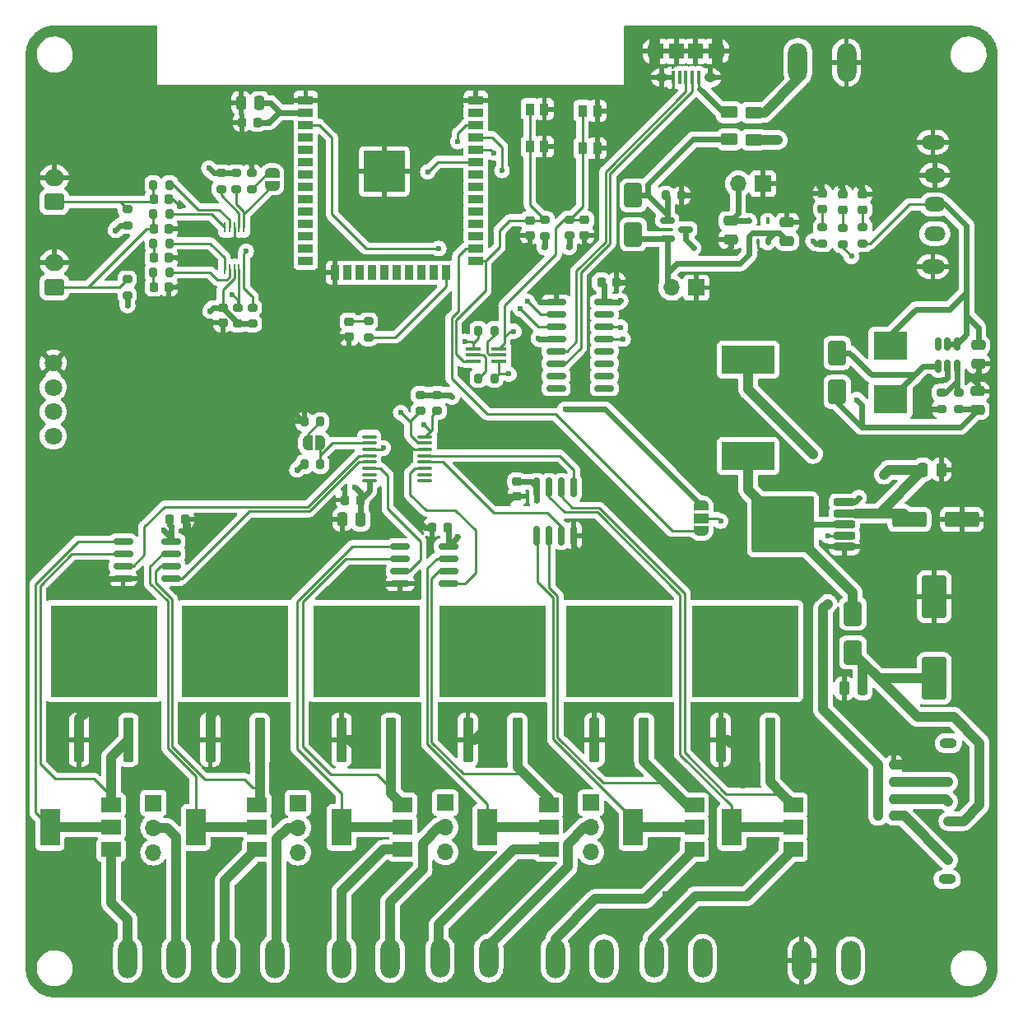
<source format=gtl>
G04 #@! TF.GenerationSoftware,KiCad,Pcbnew,7.0.10-7.0.10~ubuntu20.04.1*
G04 #@! TF.CreationDate,2024-02-22T17:13:58-03:00*
G04 #@! TF.ProjectId,FluOpti_V3.0,466c754f-7074-4695-9f56-332e302e6b69,rev?*
G04 #@! TF.SameCoordinates,Original*
G04 #@! TF.FileFunction,Copper,L1,Top*
G04 #@! TF.FilePolarity,Positive*
%FSLAX46Y46*%
G04 Gerber Fmt 4.6, Leading zero omitted, Abs format (unit mm)*
G04 Created by KiCad (PCBNEW 7.0.10-7.0.10~ubuntu20.04.1) date 2024-02-22 17:13:58*
%MOMM*%
%LPD*%
G01*
G04 APERTURE LIST*
G04 Aperture macros list*
%AMRoundRect*
0 Rectangle with rounded corners*
0 $1 Rounding radius*
0 $2 $3 $4 $5 $6 $7 $8 $9 X,Y pos of 4 corners*
0 Add a 4 corners polygon primitive as box body*
4,1,4,$2,$3,$4,$5,$6,$7,$8,$9,$2,$3,0*
0 Add four circle primitives for the rounded corners*
1,1,$1+$1,$2,$3*
1,1,$1+$1,$4,$5*
1,1,$1+$1,$6,$7*
1,1,$1+$1,$8,$9*
0 Add four rect primitives between the rounded corners*
20,1,$1+$1,$2,$3,$4,$5,0*
20,1,$1+$1,$4,$5,$6,$7,0*
20,1,$1+$1,$6,$7,$8,$9,0*
20,1,$1+$1,$8,$9,$2,$3,0*%
%AMFreePoly0*
4,1,19,0.550000,-0.750000,0.000000,-0.750000,0.000000,-0.744911,-0.071157,-0.744911,-0.207708,-0.704816,-0.327430,-0.627875,-0.420627,-0.520320,-0.479746,-0.390866,-0.500000,-0.250000,-0.500000,0.250000,-0.479746,0.390866,-0.420627,0.520320,-0.327430,0.627875,-0.207708,0.704816,-0.071157,0.744911,0.000000,0.744911,0.000000,0.750000,0.550000,0.750000,0.550000,-0.750000,0.550000,-0.750000,
$1*%
%AMFreePoly1*
4,1,19,0.000000,0.744911,0.071157,0.744911,0.207708,0.704816,0.327430,0.627875,0.420627,0.520320,0.479746,0.390866,0.500000,0.250000,0.500000,-0.250000,0.479746,-0.390866,0.420627,-0.520320,0.327430,-0.627875,0.207708,-0.704816,0.071157,-0.744911,0.000000,-0.744911,0.000000,-0.750000,-0.550000,-0.750000,-0.550000,0.750000,0.000000,0.750000,0.000000,0.744911,0.000000,0.744911,
$1*%
%AMFreePoly2*
4,1,19,0.500000,-0.750000,0.000000,-0.750000,0.000000,-0.744911,-0.071157,-0.744911,-0.207708,-0.704816,-0.327430,-0.627875,-0.420627,-0.520320,-0.479746,-0.390866,-0.500000,-0.250000,-0.500000,0.250000,-0.479746,0.390866,-0.420627,0.520320,-0.327430,0.627875,-0.207708,0.704816,-0.071157,0.744911,0.000000,0.744911,0.000000,0.750000,0.500000,0.750000,0.500000,-0.750000,0.500000,-0.750000,
$1*%
%AMFreePoly3*
4,1,19,0.000000,0.744911,0.071157,0.744911,0.207708,0.704816,0.327430,0.627875,0.420627,0.520320,0.479746,0.390866,0.500000,0.250000,0.500000,-0.250000,0.479746,-0.390866,0.420627,-0.520320,0.327430,-0.627875,0.207708,-0.704816,0.071157,-0.744911,0.000000,-0.744911,0.000000,-0.750000,-0.500000,-0.750000,-0.500000,0.750000,0.000000,0.750000,0.000000,0.744911,0.000000,0.744911,
$1*%
G04 Aperture macros list end*
G04 #@! TA.AperFunction,EtchedComponent*
%ADD10C,0.100000*%
G04 #@! TD*
G04 #@! TA.AperFunction,SMDPad,CuDef*
%ADD11RoundRect,0.150000X-0.587500X-0.150000X0.587500X-0.150000X0.587500X0.150000X-0.587500X0.150000X0*%
G04 #@! TD*
G04 #@! TA.AperFunction,ComponentPad*
%ADD12C,1.800000*%
G04 #@! TD*
G04 #@! TA.AperFunction,ComponentPad*
%ADD13R,1.700000X1.700000*%
G04 #@! TD*
G04 #@! TA.AperFunction,ComponentPad*
%ADD14O,1.700000X1.700000*%
G04 #@! TD*
G04 #@! TA.AperFunction,ComponentPad*
%ADD15O,2.000000X4.000000*%
G04 #@! TD*
G04 #@! TA.AperFunction,SMDPad,CuDef*
%ADD16RoundRect,0.250000X1.000000X-1.950000X1.000000X1.950000X-1.000000X1.950000X-1.000000X-1.950000X0*%
G04 #@! TD*
G04 #@! TA.AperFunction,SMDPad,CuDef*
%ADD17RoundRect,0.250000X-0.250000X-0.475000X0.250000X-0.475000X0.250000X0.475000X-0.250000X0.475000X0*%
G04 #@! TD*
G04 #@! TA.AperFunction,SMDPad,CuDef*
%ADD18RoundRect,0.225000X-0.250000X0.225000X-0.250000X-0.225000X0.250000X-0.225000X0.250000X0.225000X0*%
G04 #@! TD*
G04 #@! TA.AperFunction,SMDPad,CuDef*
%ADD19RoundRect,0.218750X0.256250X-0.218750X0.256250X0.218750X-0.256250X0.218750X-0.256250X-0.218750X0*%
G04 #@! TD*
G04 #@! TA.AperFunction,SMDPad,CuDef*
%ADD20RoundRect,0.250000X0.300000X-2.050000X0.300000X2.050000X-0.300000X2.050000X-0.300000X-2.050000X0*%
G04 #@! TD*
G04 #@! TA.AperFunction,SMDPad,CuDef*
%ADD21R,5.400000X2.900000*%
G04 #@! TD*
G04 #@! TA.AperFunction,ComponentPad*
%ADD22RoundRect,0.250000X0.750000X-0.600000X0.750000X0.600000X-0.750000X0.600000X-0.750000X-0.600000X0*%
G04 #@! TD*
G04 #@! TA.AperFunction,ComponentPad*
%ADD23O,2.000000X1.700000*%
G04 #@! TD*
G04 #@! TA.AperFunction,SMDPad,CuDef*
%ADD24R,2.000000X1.500000*%
G04 #@! TD*
G04 #@! TA.AperFunction,SMDPad,CuDef*
%ADD25R,2.000000X3.800000*%
G04 #@! TD*
G04 #@! TA.AperFunction,SMDPad,CuDef*
%ADD26RoundRect,0.200000X0.275000X-0.200000X0.275000X0.200000X-0.275000X0.200000X-0.275000X-0.200000X0*%
G04 #@! TD*
G04 #@! TA.AperFunction,SMDPad,CuDef*
%ADD27FreePoly0,90.000000*%
G04 #@! TD*
G04 #@! TA.AperFunction,SMDPad,CuDef*
%ADD28R,1.500000X1.000000*%
G04 #@! TD*
G04 #@! TA.AperFunction,SMDPad,CuDef*
%ADD29FreePoly1,90.000000*%
G04 #@! TD*
G04 #@! TA.AperFunction,SMDPad,CuDef*
%ADD30RoundRect,0.250000X0.250000X0.475000X-0.250000X0.475000X-0.250000X-0.475000X0.250000X-0.475000X0*%
G04 #@! TD*
G04 #@! TA.AperFunction,SMDPad,CuDef*
%ADD31RoundRect,0.218750X-0.256250X0.218750X-0.256250X-0.218750X0.256250X-0.218750X0.256250X0.218750X0*%
G04 #@! TD*
G04 #@! TA.AperFunction,SMDPad,CuDef*
%ADD32RoundRect,0.200000X-0.275000X0.200000X-0.275000X-0.200000X0.275000X-0.200000X0.275000X0.200000X0*%
G04 #@! TD*
G04 #@! TA.AperFunction,SMDPad,CuDef*
%ADD33RoundRect,0.200000X-0.200000X-0.275000X0.200000X-0.275000X0.200000X0.275000X-0.200000X0.275000X0*%
G04 #@! TD*
G04 #@! TA.AperFunction,SMDPad,CuDef*
%ADD34RoundRect,0.225000X0.225000X0.250000X-0.225000X0.250000X-0.225000X-0.250000X0.225000X-0.250000X0*%
G04 #@! TD*
G04 #@! TA.AperFunction,SMDPad,CuDef*
%ADD35RoundRect,0.250000X0.475000X-0.250000X0.475000X0.250000X-0.475000X0.250000X-0.475000X-0.250000X0*%
G04 #@! TD*
G04 #@! TA.AperFunction,SMDPad,CuDef*
%ADD36RoundRect,0.225000X-0.225000X-0.250000X0.225000X-0.250000X0.225000X0.250000X-0.225000X0.250000X0*%
G04 #@! TD*
G04 #@! TA.AperFunction,SMDPad,CuDef*
%ADD37RoundRect,0.250000X0.650000X-1.000000X0.650000X1.000000X-0.650000X1.000000X-0.650000X-1.000000X0*%
G04 #@! TD*
G04 #@! TA.AperFunction,SMDPad,CuDef*
%ADD38RoundRect,0.250000X-0.625000X0.375000X-0.625000X-0.375000X0.625000X-0.375000X0.625000X0.375000X0*%
G04 #@! TD*
G04 #@! TA.AperFunction,SMDPad,CuDef*
%ADD39RoundRect,0.150000X0.150000X-0.825000X0.150000X0.825000X-0.150000X0.825000X-0.150000X-0.825000X0*%
G04 #@! TD*
G04 #@! TA.AperFunction,SMDPad,CuDef*
%ADD40RoundRect,0.150000X0.150000X-0.512500X0.150000X0.512500X-0.150000X0.512500X-0.150000X-0.512500X0*%
G04 #@! TD*
G04 #@! TA.AperFunction,SMDPad,CuDef*
%ADD41RoundRect,0.200000X0.900000X0.200000X-0.900000X0.200000X-0.900000X-0.200000X0.900000X-0.200000X0*%
G04 #@! TD*
G04 #@! TA.AperFunction,SMDPad,CuDef*
%ADD42RoundRect,0.250000X1.275000X1.125000X-1.275000X1.125000X-1.275000X-1.125000X1.275000X-1.125000X0*%
G04 #@! TD*
G04 #@! TA.AperFunction,SMDPad,CuDef*
%ADD43RoundRect,0.249997X2.950003X2.650003X-2.950003X2.650003X-2.950003X-2.650003X2.950003X-2.650003X0*%
G04 #@! TD*
G04 #@! TA.AperFunction,SMDPad,CuDef*
%ADD44R,0.250000X1.100000*%
G04 #@! TD*
G04 #@! TA.AperFunction,ComponentPad*
%ADD45C,1.000000*%
G04 #@! TD*
G04 #@! TA.AperFunction,ComponentPad*
%ADD46O,1.800000X1.000000*%
G04 #@! TD*
G04 #@! TA.AperFunction,SMDPad,CuDef*
%ADD47RoundRect,0.250000X-0.475000X0.250000X-0.475000X-0.250000X0.475000X-0.250000X0.475000X0.250000X0*%
G04 #@! TD*
G04 #@! TA.AperFunction,SMDPad,CuDef*
%ADD48RoundRect,0.200000X0.200000X0.275000X-0.200000X0.275000X-0.200000X-0.275000X0.200000X-0.275000X0*%
G04 #@! TD*
G04 #@! TA.AperFunction,SMDPad,CuDef*
%ADD49R,1.500000X0.400000*%
G04 #@! TD*
G04 #@! TA.AperFunction,SMDPad,CuDef*
%ADD50R,0.900000X1.250000*%
G04 #@! TD*
G04 #@! TA.AperFunction,SMDPad,CuDef*
%ADD51R,3.500000X2.950000*%
G04 #@! TD*
G04 #@! TA.AperFunction,SMDPad,CuDef*
%ADD52RoundRect,0.100000X-0.637500X-0.100000X0.637500X-0.100000X0.637500X0.100000X-0.637500X0.100000X0*%
G04 #@! TD*
G04 #@! TA.AperFunction,SMDPad,CuDef*
%ADD53RoundRect,0.250000X-1.500000X-0.550000X1.500000X-0.550000X1.500000X0.550000X-1.500000X0.550000X0*%
G04 #@! TD*
G04 #@! TA.AperFunction,SMDPad,CuDef*
%ADD54FreePoly2,180.000000*%
G04 #@! TD*
G04 #@! TA.AperFunction,SMDPad,CuDef*
%ADD55FreePoly3,180.000000*%
G04 #@! TD*
G04 #@! TA.AperFunction,SMDPad,CuDef*
%ADD56RoundRect,0.150000X-0.825000X-0.150000X0.825000X-0.150000X0.825000X0.150000X-0.825000X0.150000X0*%
G04 #@! TD*
G04 #@! TA.AperFunction,SMDPad,CuDef*
%ADD57RoundRect,0.105000X0.105000X0.205000X-0.105000X0.205000X-0.105000X-0.205000X0.105000X-0.205000X0*%
G04 #@! TD*
G04 #@! TA.AperFunction,SMDPad,CuDef*
%ADD58RoundRect,0.105000X0.105000X0.220000X-0.105000X0.220000X-0.105000X-0.220000X0.105000X-0.220000X0*%
G04 #@! TD*
G04 #@! TA.AperFunction,ComponentPad*
%ADD59O,2.200000X1.500000*%
G04 #@! TD*
G04 #@! TA.AperFunction,ComponentPad*
%ADD60O,2.400000X1.500000*%
G04 #@! TD*
G04 #@! TA.AperFunction,SMDPad,CuDef*
%ADD61R,0.400000X1.350000*%
G04 #@! TD*
G04 #@! TA.AperFunction,ComponentPad*
%ADD62O,0.890000X1.550000*%
G04 #@! TD*
G04 #@! TA.AperFunction,SMDPad,CuDef*
%ADD63R,1.200000X1.550000*%
G04 #@! TD*
G04 #@! TA.AperFunction,ComponentPad*
%ADD64O,1.250000X0.950000*%
G04 #@! TD*
G04 #@! TA.AperFunction,SMDPad,CuDef*
%ADD65R,1.500000X1.550000*%
G04 #@! TD*
G04 #@! TA.AperFunction,SMDPad,CuDef*
%ADD66FreePoly2,270.000000*%
G04 #@! TD*
G04 #@! TA.AperFunction,SMDPad,CuDef*
%ADD67FreePoly3,270.000000*%
G04 #@! TD*
G04 #@! TA.AperFunction,SMDPad,CuDef*
%ADD68R,1.500000X0.900000*%
G04 #@! TD*
G04 #@! TA.AperFunction,SMDPad,CuDef*
%ADD69R,0.900000X1.500000*%
G04 #@! TD*
G04 #@! TA.AperFunction,SMDPad,CuDef*
%ADD70R,1.050000X1.050000*%
G04 #@! TD*
G04 #@! TA.AperFunction,SMDPad,CuDef*
%ADD71R,4.200000X4.200000*%
G04 #@! TD*
G04 #@! TA.AperFunction,ViaPad*
%ADD72C,0.600000*%
G04 #@! TD*
G04 #@! TA.AperFunction,Conductor*
%ADD73C,0.609600*%
G04 #@! TD*
G04 #@! TA.AperFunction,Conductor*
%ADD74C,0.250000*%
G04 #@! TD*
G04 #@! TA.AperFunction,Conductor*
%ADD75C,1.016000*%
G04 #@! TD*
G04 #@! TA.AperFunction,Conductor*
%ADD76C,0.254000*%
G04 #@! TD*
G04 APERTURE END LIST*
D10*
X96086000Y-119048000D02*
X106939000Y-119048000D01*
X106939000Y-119048000D02*
X106939000Y-109667000D01*
X106939000Y-109667000D02*
X96086000Y-109667000D01*
X96086000Y-109667000D02*
X96086000Y-119048000D01*
G36*
X96086000Y-119048000D02*
G01*
X106939000Y-119048000D01*
X106939000Y-109667000D01*
X96086000Y-109667000D01*
X96086000Y-119048000D01*
G37*
X82586000Y-119048000D02*
X93439000Y-119048000D01*
X93439000Y-119048000D02*
X93439000Y-109667000D01*
X93439000Y-109667000D02*
X82586000Y-109667000D01*
X82586000Y-109667000D02*
X82586000Y-119048000D01*
G36*
X82586000Y-119048000D02*
G01*
X93439000Y-119048000D01*
X93439000Y-109667000D01*
X82586000Y-109667000D01*
X82586000Y-119048000D01*
G37*
X109586000Y-119048000D02*
X120439000Y-119048000D01*
X120439000Y-119048000D02*
X120439000Y-109667000D01*
X120439000Y-109667000D02*
X109586000Y-109667000D01*
X109586000Y-109667000D02*
X109586000Y-119048000D01*
G36*
X109586000Y-119048000D02*
G01*
X120439000Y-119048000D01*
X120439000Y-109667000D01*
X109586000Y-109667000D01*
X109586000Y-119048000D01*
G37*
X148586000Y-119048000D02*
X159439000Y-119048000D01*
X159439000Y-119048000D02*
X159439000Y-109667000D01*
X159439000Y-109667000D02*
X148586000Y-109667000D01*
X148586000Y-109667000D02*
X148586000Y-119048000D01*
G36*
X148586000Y-119048000D02*
G01*
X159439000Y-119048000D01*
X159439000Y-109667000D01*
X148586000Y-109667000D01*
X148586000Y-119048000D01*
G37*
X135616000Y-119048000D02*
X146469000Y-119048000D01*
X146469000Y-119048000D02*
X146469000Y-109667000D01*
X146469000Y-109667000D02*
X135616000Y-109667000D01*
X135616000Y-109667000D02*
X135616000Y-119048000D01*
G36*
X135616000Y-119048000D02*
G01*
X146469000Y-119048000D01*
X146469000Y-109667000D01*
X135616000Y-109667000D01*
X135616000Y-119048000D01*
G37*
X122586000Y-119048000D02*
X133439000Y-119048000D01*
X133439000Y-119048000D02*
X133439000Y-109667000D01*
X133439000Y-109667000D02*
X122586000Y-109667000D01*
X122586000Y-109667000D02*
X122586000Y-119048000D01*
G36*
X122586000Y-119048000D02*
G01*
X133439000Y-119048000D01*
X133439000Y-109667000D01*
X122586000Y-109667000D01*
X122586000Y-119048000D01*
G37*
D11*
X146000000Y-70050000D03*
X146000000Y-71950000D03*
X147875000Y-71000000D03*
D12*
X82850000Y-84750000D03*
X82850000Y-87250000D03*
X82850000Y-89750000D03*
X82850000Y-92250000D03*
D13*
X123175000Y-129975000D03*
D14*
X123175000Y-132515000D03*
X123175000Y-135055000D03*
D15*
X95500000Y-146000000D03*
X90500000Y-146000000D03*
D16*
X173460000Y-117182500D03*
X173460000Y-108782500D03*
D17*
X172310000Y-95720000D03*
X174210000Y-95720000D03*
D18*
X130530000Y-96935000D03*
X130530000Y-98485000D03*
D19*
X113270000Y-82057500D03*
X113270000Y-80482500D03*
D20*
X99000000Y-123500000D03*
X104080000Y-123500000D03*
D21*
X154320000Y-84400000D03*
X154320000Y-94300000D03*
D22*
X82960000Y-68170000D03*
D23*
X82960000Y-65670000D03*
D24*
X118800000Y-134800000D03*
X118800000Y-132500000D03*
D25*
X112500000Y-132500000D03*
D24*
X118800000Y-130200000D03*
D26*
X120610000Y-89665000D03*
X120610000Y-88015000D03*
D20*
X85500000Y-123500000D03*
X90580000Y-123500000D03*
D13*
X138175000Y-129975000D03*
D14*
X138175000Y-132515000D03*
X138175000Y-135055000D03*
D26*
X101680000Y-66840000D03*
X101680000Y-65190000D03*
D27*
X149500000Y-102000000D03*
D28*
X149500000Y-100700000D03*
D29*
X149500000Y-99400000D03*
D30*
X114450000Y-100830000D03*
X112550000Y-100830000D03*
D31*
X161990000Y-67312500D03*
X161990000Y-68887500D03*
D32*
X90460000Y-76110000D03*
X90460000Y-77760000D03*
D33*
X167695000Y-129573332D03*
X169345000Y-129573332D03*
D34*
X103825000Y-59980000D03*
X102275000Y-59980000D03*
D35*
X177940000Y-89550000D03*
X177940000Y-87650000D03*
D36*
X93185000Y-70920000D03*
X94735000Y-70920000D03*
D15*
X159450000Y-53800000D03*
X164450000Y-53800000D03*
D32*
X103330000Y-79030000D03*
X103330000Y-80680000D03*
D15*
X139500000Y-146000000D03*
X134500000Y-146000000D03*
D33*
X167695000Y-131330000D03*
X169345000Y-131330000D03*
D37*
X163480000Y-87700000D03*
X163480000Y-83700000D03*
D38*
X154890000Y-58980000D03*
X154890000Y-61780000D03*
D18*
X100280000Y-79070000D03*
X100280000Y-80620000D03*
D15*
X164870000Y-146220000D03*
X159870000Y-146220000D03*
D39*
X132595000Y-102475000D03*
X133865000Y-102475000D03*
X135135000Y-102475000D03*
X136405000Y-102475000D03*
X136405000Y-97525000D03*
X135135000Y-97525000D03*
X133865000Y-97525000D03*
X132595000Y-97525000D03*
D36*
X94825000Y-100800000D03*
X96375000Y-100800000D03*
D13*
X155850000Y-66295000D03*
D14*
X153310000Y-66295000D03*
D40*
X173900000Y-85057500D03*
X174850000Y-85057500D03*
X175800000Y-85057500D03*
X175800000Y-82782500D03*
X174850000Y-82782500D03*
X173900000Y-82782500D03*
D41*
X164220000Y-103630000D03*
X164220000Y-102490000D03*
X164220000Y-101350000D03*
X164220000Y-100210000D03*
X164220000Y-99070000D03*
D42*
X159595000Y-102875000D03*
X159595000Y-99825000D03*
D43*
X157920000Y-101350000D03*
D42*
X156245000Y-102875000D03*
X156245000Y-99825000D03*
D24*
X103800000Y-134800000D03*
X103800000Y-132500000D03*
D25*
X97500000Y-132500000D03*
D24*
X103800000Y-130200000D03*
D37*
X165090000Y-114517500D03*
X165090000Y-110517500D03*
D44*
X102460000Y-70770000D03*
X101960000Y-70770000D03*
X101460000Y-70770000D03*
X100960000Y-70770000D03*
X100460000Y-70770000D03*
X100460000Y-75070000D03*
X100960000Y-75070000D03*
X101460000Y-75070000D03*
X101960000Y-75070000D03*
X102460000Y-75070000D03*
D33*
X167695000Y-127816666D03*
X169345000Y-127816666D03*
D24*
X148800000Y-134800000D03*
X148800000Y-132500000D03*
D25*
X142500000Y-132500000D03*
D24*
X148800000Y-130200000D03*
D45*
X174930000Y-135858000D03*
X174930000Y-131858000D03*
X174930000Y-129858000D03*
X174930000Y-127858000D03*
D46*
X174803000Y-137858000D03*
X174930000Y-123858000D03*
D24*
X133800000Y-134800000D03*
X133800000Y-132500000D03*
D25*
X127500000Y-132500000D03*
D24*
X133800000Y-130200000D03*
D47*
X152510000Y-70120000D03*
X152510000Y-72020000D03*
D31*
X164060000Y-67375000D03*
X164060000Y-68950000D03*
D18*
X137510000Y-70025000D03*
X137510000Y-71575000D03*
D48*
X128225000Y-81405000D03*
X126575000Y-81405000D03*
D32*
X101840000Y-79040000D03*
X101840000Y-80690000D03*
X174200000Y-87785000D03*
X174200000Y-89435000D03*
D48*
X128225000Y-86300000D03*
X126575000Y-86300000D03*
D26*
X103260000Y-66840000D03*
X103260000Y-65190000D03*
D49*
X126050000Y-83260000D03*
X126050000Y-83910000D03*
X126050000Y-84560000D03*
X128710000Y-84560000D03*
X128710000Y-83910000D03*
X128710000Y-83260000D03*
D20*
X112500000Y-123500000D03*
X117580000Y-123500000D03*
D13*
X149010000Y-76980000D03*
D14*
X146470000Y-76980000D03*
D47*
X178000000Y-82910000D03*
X178000000Y-84810000D03*
D36*
X93185000Y-73920000D03*
X94735000Y-73920000D03*
D48*
X110335000Y-95150000D03*
X108685000Y-95150000D03*
D50*
X133370000Y-62475000D03*
X133370000Y-58625000D03*
X131870000Y-62475000D03*
X131870000Y-58625000D03*
D15*
X127640000Y-145980000D03*
X122640000Y-145980000D03*
D38*
X152390000Y-58930000D03*
X152390000Y-61730000D03*
D51*
X168980000Y-82975000D03*
X168980000Y-88425000D03*
D48*
X169345000Y-126060000D03*
X167695000Y-126060000D03*
D35*
X158340000Y-72180000D03*
X158340000Y-70280000D03*
D50*
X138800000Y-62650000D03*
X138800000Y-58800000D03*
X137300000Y-62650000D03*
X137300000Y-58800000D03*
D20*
X151500000Y-123500000D03*
X156580000Y-123500000D03*
D33*
X93135000Y-66420000D03*
X94785000Y-66420000D03*
X93135000Y-69420000D03*
X94785000Y-69420000D03*
D52*
X115357500Y-92315000D03*
X115357500Y-92965000D03*
X115357500Y-93615000D03*
X115357500Y-94265000D03*
X115357500Y-94915000D03*
X115357500Y-95565000D03*
X115357500Y-96215000D03*
X115357500Y-96865000D03*
X121082500Y-96865000D03*
X121082500Y-96215000D03*
X121082500Y-95565000D03*
X121082500Y-94915000D03*
X121082500Y-94265000D03*
X121082500Y-93615000D03*
X121082500Y-92965000D03*
X121082500Y-92315000D03*
D34*
X123395000Y-101640000D03*
X121845000Y-101640000D03*
D26*
X100100000Y-66840000D03*
X100100000Y-65190000D03*
D53*
X170920000Y-100820000D03*
X176320000Y-100820000D03*
D26*
X175970000Y-89435000D03*
X175970000Y-87785000D03*
D24*
X88800000Y-134800000D03*
X88800000Y-132500000D03*
D25*
X82500000Y-132500000D03*
D24*
X88800000Y-130200000D03*
D54*
X110330000Y-92965000D03*
D55*
X109030000Y-92965000D03*
D24*
X158950000Y-134800000D03*
X158950000Y-132500000D03*
D25*
X152650000Y-132500000D03*
D24*
X158950000Y-130200000D03*
D33*
X108685000Y-90780000D03*
X110335000Y-90780000D03*
D34*
X114415000Y-98830000D03*
X112865000Y-98830000D03*
D13*
X93150000Y-130000000D03*
D14*
X93150000Y-132540000D03*
X93150000Y-135080000D03*
D56*
X90025000Y-103095000D03*
X90025000Y-104365000D03*
X90025000Y-105635000D03*
X90025000Y-106905000D03*
X94975000Y-106905000D03*
X94975000Y-105635000D03*
X94975000Y-104365000D03*
X94975000Y-103095000D03*
D36*
X93185000Y-76920000D03*
X94735000Y-76920000D03*
D15*
X105630000Y-145990000D03*
X100630000Y-145990000D03*
X117500000Y-146000000D03*
X112500000Y-146000000D03*
D26*
X115270000Y-82095000D03*
X115270000Y-80445000D03*
D33*
X93135000Y-72420000D03*
X94785000Y-72420000D03*
D57*
X154430000Y-72320000D03*
X155380000Y-72320000D03*
X156330000Y-72320000D03*
D58*
X156330000Y-70120000D03*
D57*
X154430000Y-70120000D03*
D26*
X164060000Y-72525000D03*
X164060000Y-70875000D03*
X135940000Y-71625000D03*
X135940000Y-69975000D03*
D32*
X90460000Y-68920000D03*
X90460000Y-70570000D03*
D59*
X173540000Y-65420000D03*
X173540000Y-68420000D03*
X173540000Y-71420000D03*
D60*
X173340000Y-62020000D03*
X173340000Y-74820000D03*
D30*
X166120000Y-118207500D03*
X164220000Y-118207500D03*
D20*
X138530000Y-123500000D03*
X143610000Y-123500000D03*
D32*
X161990000Y-70775000D03*
X161990000Y-72425000D03*
D56*
X118525000Y-103595000D03*
X118525000Y-104865000D03*
X118525000Y-106135000D03*
X118525000Y-107405000D03*
X123475000Y-107405000D03*
X123475000Y-106135000D03*
X123475000Y-104865000D03*
X123475000Y-103595000D03*
D20*
X125500000Y-123500000D03*
X130580000Y-123500000D03*
D26*
X133430000Y-71655000D03*
X133430000Y-70005000D03*
D37*
X142500000Y-71500000D03*
X142500000Y-67500000D03*
D33*
X93135000Y-75420000D03*
X94785000Y-75420000D03*
D30*
X104050000Y-57980000D03*
X102150000Y-57980000D03*
D18*
X131860000Y-70055000D03*
X131860000Y-71605000D03*
D26*
X122340000Y-89645000D03*
X122340000Y-87995000D03*
D56*
X134575000Y-78465000D03*
X134575000Y-79735000D03*
X134575000Y-81005000D03*
X134575000Y-82275000D03*
X134575000Y-83545000D03*
X134575000Y-84815000D03*
X134575000Y-86085000D03*
X134575000Y-87355000D03*
X139525000Y-87355000D03*
X139525000Y-86085000D03*
X139525000Y-84815000D03*
X139525000Y-83545000D03*
X139525000Y-82275000D03*
X139525000Y-81005000D03*
X139525000Y-79735000D03*
X139525000Y-78465000D03*
D13*
X108000000Y-130000000D03*
D14*
X108000000Y-132540000D03*
X108000000Y-135080000D03*
D33*
X145850000Y-67500000D03*
X147500000Y-67500000D03*
D61*
X149230000Y-55380000D03*
X148580000Y-55380000D03*
X147930000Y-55380000D03*
X147280000Y-55380000D03*
X146630000Y-55380000D03*
D62*
X151430000Y-52680000D03*
D63*
X150830000Y-52680000D03*
D64*
X150430000Y-55380000D03*
D65*
X148930000Y-52680000D03*
X146930000Y-52680000D03*
D64*
X145430000Y-55380000D03*
D63*
X145030000Y-52680000D03*
D62*
X144430000Y-52680000D03*
D36*
X93185000Y-67920000D03*
X94735000Y-67920000D03*
D66*
X105360000Y-65195000D03*
D67*
X105360000Y-66495000D03*
D15*
X149640000Y-145980000D03*
X144640000Y-145980000D03*
D68*
X108820000Y-57690000D03*
X108820000Y-58960000D03*
X108820000Y-60230000D03*
X108820000Y-61500000D03*
X108820000Y-62770000D03*
X108820000Y-64040000D03*
X108820000Y-65310000D03*
X108820000Y-66580000D03*
X108820000Y-67850000D03*
X108820000Y-69120000D03*
X108820000Y-70390000D03*
X108820000Y-71660000D03*
X108820000Y-72930000D03*
X108820000Y-74200000D03*
D69*
X111860000Y-75450000D03*
X113130000Y-75450000D03*
X114400000Y-75450000D03*
X115670000Y-75450000D03*
X116940000Y-75450000D03*
X118210000Y-75450000D03*
X119480000Y-75450000D03*
X120750000Y-75450000D03*
X122020000Y-75450000D03*
X123290000Y-75450000D03*
D68*
X126320000Y-74200000D03*
X126320000Y-72930000D03*
X126320000Y-71660000D03*
X126320000Y-70390000D03*
X126320000Y-69120000D03*
X126320000Y-67850000D03*
X126320000Y-66580000D03*
X126320000Y-65310000D03*
X126320000Y-64040000D03*
X126320000Y-62770000D03*
X126320000Y-61500000D03*
X126320000Y-60230000D03*
X126320000Y-58960000D03*
X126320000Y-57690000D03*
D70*
X115365000Y-63505000D03*
X115365000Y-65030000D03*
X115365000Y-66555000D03*
X116890000Y-63505000D03*
X116890000Y-65030000D03*
D71*
X116890000Y-65030000D03*
D70*
X116890000Y-66555000D03*
X118415000Y-63505000D03*
X118415000Y-65030000D03*
X118415000Y-66555000D03*
D32*
X166110000Y-70775000D03*
X166110000Y-72425000D03*
D22*
X82960000Y-76920000D03*
D23*
X82960000Y-74420000D03*
D31*
X166110000Y-67375000D03*
X166110000Y-68950000D03*
D36*
X139220000Y-76420000D03*
X140770000Y-76420000D03*
D72*
X165500000Y-88500000D03*
X164960000Y-73760000D03*
X148700000Y-72870000D03*
X124430000Y-102620000D03*
X132600000Y-98910000D03*
X168290000Y-96210000D03*
X94180000Y-101950000D03*
X161000000Y-94100000D03*
X83320000Y-60290000D03*
X95660000Y-70900000D03*
X87860000Y-83360000D03*
X126780000Y-122950000D03*
X161610000Y-66490000D03*
X95730000Y-73960000D03*
X113840000Y-124000000D03*
X165750000Y-66560000D03*
X90060000Y-127335000D03*
X116470000Y-107430000D03*
X99400000Y-120590000D03*
X152100000Y-73240000D03*
X145800000Y-139325000D03*
X108700000Y-104000000D03*
X142380000Y-76720000D03*
X107900000Y-90170000D03*
X155560000Y-73130000D03*
X139920000Y-122820000D03*
X129640000Y-99000000D03*
X86130000Y-120700000D03*
X177330000Y-86320000D03*
X146230000Y-56810000D03*
X174660000Y-86450000D03*
X170590000Y-125970000D03*
X119620000Y-93730000D03*
X147290000Y-104360000D03*
X136630000Y-103890000D03*
X139360000Y-106210000D03*
X89620000Y-52790000D03*
X129625000Y-138825000D03*
X105230000Y-82830000D03*
X137740000Y-72590000D03*
X114300000Y-139200000D03*
X132900000Y-78470000D03*
X172820000Y-89760000D03*
X128130000Y-92430000D03*
X131520000Y-72630000D03*
X118220000Y-94590000D03*
X152560000Y-123870000D03*
X95710000Y-76850000D03*
X116380000Y-101220000D03*
X153850000Y-128250000D03*
X163790000Y-66530000D03*
X127380000Y-95850000D03*
X101560000Y-72030000D03*
X88440000Y-107130000D03*
X148440000Y-67490000D03*
X95910000Y-68680000D03*
X112110000Y-82720000D03*
X96700000Y-101900000D03*
X103220000Y-64260000D03*
X120780000Y-101330000D03*
X90490000Y-78810000D03*
X89260000Y-71070000D03*
X141210000Y-78310000D03*
X135900000Y-72830000D03*
X161010000Y-72170000D03*
X98990000Y-79370000D03*
X98870000Y-64680000D03*
X132740000Y-82200000D03*
X135500000Y-89500000D03*
X133360000Y-72830000D03*
X123870000Y-88230000D03*
X105050000Y-59960000D03*
X116810000Y-93480000D03*
X107920000Y-95730000D03*
X113870000Y-97480000D03*
X130230000Y-81480000D03*
X122500000Y-72960000D03*
X118600000Y-89840000D03*
X121380000Y-65080000D03*
X101280000Y-77680000D03*
X120970000Y-91080000D03*
X124450000Y-61970000D03*
X102690000Y-73240000D03*
X157360000Y-61820000D03*
X125180000Y-82520000D03*
X141200000Y-81060000D03*
X129720000Y-85870000D03*
X141460000Y-82270000D03*
X162500000Y-109500000D03*
X165720000Y-98580000D03*
X128160000Y-63110000D03*
X131630000Y-78390000D03*
X129010000Y-64930000D03*
X130900000Y-79170000D03*
X162500000Y-102500000D03*
X151500000Y-101000000D03*
D73*
X96375000Y-100800000D02*
X96375000Y-101020000D01*
X96375000Y-101020000D02*
X96700000Y-101345000D01*
X96700000Y-101900000D02*
X96700000Y-101345000D01*
X94825000Y-100800000D02*
X94825000Y-101370000D01*
X94825000Y-101370000D02*
X94975000Y-101520000D01*
D74*
X164060000Y-72860000D02*
X164960000Y-73760000D01*
D73*
X175970000Y-89435000D02*
X177825000Y-89435000D01*
X166020000Y-89020000D02*
X166020000Y-91330000D01*
X147875000Y-71000000D02*
X147875000Y-72045000D01*
X166020000Y-91330000D02*
X166410000Y-91330000D01*
X165500000Y-88500000D02*
X166020000Y-89020000D01*
X166410000Y-91330000D02*
X176160000Y-91330000D01*
X163480000Y-88790000D02*
X166020000Y-91330000D01*
X177825000Y-89435000D02*
X177940000Y-89550000D01*
X163480000Y-87700000D02*
X163480000Y-88790000D01*
X176160000Y-91330000D02*
X177940000Y-89550000D01*
D74*
X164060000Y-72525000D02*
X164060000Y-72860000D01*
D73*
X147875000Y-72045000D02*
X148700000Y-72870000D01*
X174850000Y-82782500D02*
X175800000Y-82782500D01*
X94975000Y-103095000D02*
X94975000Y-101520000D01*
X176800000Y-81782500D02*
X175800000Y-82782500D01*
D75*
X172310000Y-95720000D02*
X168780000Y-95720000D01*
D73*
X94975000Y-103095000D02*
X94975000Y-102745000D01*
X173540000Y-68420000D02*
X174600000Y-68420000D01*
X123475000Y-103595000D02*
X123475000Y-103575000D01*
X132595000Y-98905000D02*
X132600000Y-98910000D01*
X176800000Y-79870000D02*
X176800000Y-81782500D01*
X178000000Y-81070000D02*
X176800000Y-79870000D01*
D75*
X154320000Y-87420000D02*
X161000000Y-94100000D01*
D76*
X170890000Y-68420000D02*
X173540000Y-68420000D01*
D75*
X172310000Y-95760000D02*
X167860000Y-100210000D01*
D73*
X123475000Y-101720000D02*
X123395000Y-101640000D01*
X178000000Y-82910000D02*
X178000000Y-81070000D01*
X174600000Y-68420000D02*
X176800000Y-70620000D01*
D75*
X165450000Y-100210000D02*
X167860000Y-100210000D01*
D73*
X171570000Y-79210000D02*
X175050000Y-79210000D01*
X130530000Y-96935000D02*
X132005000Y-96935000D01*
D75*
X154320000Y-84400000D02*
X154320000Y-87420000D01*
D73*
X94975000Y-102745000D02*
X94180000Y-101950000D01*
X123475000Y-103575000D02*
X124430000Y-102620000D01*
X164220000Y-100210000D02*
X165450000Y-100210000D01*
D75*
X172310000Y-95720000D02*
X172310000Y-95760000D01*
X167860000Y-100210000D02*
X170310000Y-100210000D01*
D73*
X176800000Y-77330000D02*
X176800000Y-79870000D01*
X168980000Y-82975000D02*
X168980000Y-81800000D01*
D75*
X168780000Y-95720000D02*
X168290000Y-96210000D01*
D73*
X176800000Y-70620000D02*
X176800000Y-77330000D01*
X176800000Y-77460000D02*
X176800000Y-77330000D01*
D75*
X170310000Y-100210000D02*
X170920000Y-100820000D01*
D76*
X166885000Y-72425000D02*
X170890000Y-68420000D01*
D73*
X132595000Y-97525000D02*
X132595000Y-98905000D01*
X123475000Y-103595000D02*
X123475000Y-101720000D01*
X132005000Y-96935000D02*
X132595000Y-97525000D01*
X168980000Y-81800000D02*
X171570000Y-79210000D01*
D76*
X166110000Y-72425000D02*
X166885000Y-72425000D01*
D73*
X175050000Y-79210000D02*
X176800000Y-77460000D01*
D75*
X112500000Y-123500000D02*
X113340000Y-123500000D01*
D76*
X137510000Y-71575000D02*
X137510000Y-72360000D01*
D75*
X152190000Y-123500000D02*
X152560000Y-123870000D01*
D73*
X164060000Y-66800000D02*
X163790000Y-66530000D01*
X174850000Y-86260000D02*
X174660000Y-86450000D01*
X166070000Y-67350000D02*
X166070000Y-66880000D01*
X152510000Y-72020000D02*
X152510000Y-72830000D01*
X121845000Y-101640000D02*
X121090000Y-101640000D01*
X108685000Y-90780000D02*
X108510000Y-90780000D01*
D76*
X137510000Y-72360000D02*
X137740000Y-72590000D01*
X121082500Y-93615000D02*
X119735000Y-93615000D01*
D75*
X99000000Y-120990000D02*
X99400000Y-120590000D01*
D76*
X95690000Y-73920000D02*
X95730000Y-73960000D01*
D75*
X113340000Y-123500000D02*
X113840000Y-124000000D01*
D76*
X94735000Y-73920000D02*
X95690000Y-73920000D01*
D73*
X132905000Y-78465000D02*
X132900000Y-78470000D01*
D76*
X131860000Y-72290000D02*
X131520000Y-72630000D01*
D73*
X140770000Y-76420000D02*
X142080000Y-76420000D01*
X136405000Y-103665000D02*
X136630000Y-103890000D01*
D76*
X95640000Y-76920000D02*
X95710000Y-76850000D01*
D73*
X130155000Y-98485000D02*
X129640000Y-99000000D01*
D76*
X131860000Y-71605000D02*
X131860000Y-72290000D01*
X119735000Y-93615000D02*
X119620000Y-93730000D01*
D73*
X173145000Y-89435000D02*
X172820000Y-89760000D01*
D76*
X146630000Y-55380000D02*
X146630000Y-56410000D01*
D73*
X88665000Y-106905000D02*
X88440000Y-107130000D01*
D76*
X146630000Y-56410000D02*
X146230000Y-56810000D01*
D75*
X85500000Y-121330000D02*
X86130000Y-120700000D01*
D73*
X134575000Y-78465000D02*
X132905000Y-78465000D01*
X108510000Y-90780000D02*
X107900000Y-90170000D01*
X147500000Y-67500000D02*
X148430000Y-67500000D01*
D75*
X99000000Y-123500000D02*
X99000000Y-120990000D01*
D73*
X161990000Y-67312500D02*
X161990000Y-66870000D01*
X166095000Y-67375000D02*
X166070000Y-67350000D01*
D75*
X169345000Y-126060000D02*
X170500000Y-126060000D01*
D73*
X178000000Y-85650000D02*
X177330000Y-86320000D01*
X130530000Y-98485000D02*
X130155000Y-98485000D01*
X161990000Y-66870000D02*
X161610000Y-66490000D01*
X166070000Y-66880000D02*
X165750000Y-66560000D01*
X136405000Y-102475000D02*
X136405000Y-103665000D01*
X174850000Y-85057500D02*
X174850000Y-86260000D01*
D74*
X155560000Y-73130000D02*
X155380000Y-72950000D01*
D73*
X174200000Y-89435000D02*
X173145000Y-89435000D01*
X142080000Y-76420000D02*
X142380000Y-76720000D01*
X90025000Y-106905000D02*
X88665000Y-106905000D01*
D76*
X94735000Y-70920000D02*
X95640000Y-70920000D01*
D74*
X112772500Y-82057500D02*
X112110000Y-82720000D01*
D76*
X101460000Y-71930000D02*
X101560000Y-72030000D01*
D73*
X178000000Y-84810000D02*
X178000000Y-85650000D01*
X152510000Y-72830000D02*
X152100000Y-73240000D01*
X116495000Y-107405000D02*
X116470000Y-107430000D01*
D75*
X151500000Y-123500000D02*
X152190000Y-123500000D01*
D73*
X177330000Y-86320000D02*
X177940000Y-86930000D01*
D76*
X95640000Y-70920000D02*
X95660000Y-70900000D01*
X95910000Y-68680000D02*
X95150000Y-67920000D01*
D73*
X121090000Y-101640000D02*
X120780000Y-101330000D01*
D76*
X101460000Y-70770000D02*
X101460000Y-71930000D01*
D73*
X164060000Y-67375000D02*
X164060000Y-66800000D01*
X118525000Y-107405000D02*
X116495000Y-107405000D01*
X177940000Y-86930000D02*
X177940000Y-87650000D01*
D75*
X125500000Y-123500000D02*
X126230000Y-123500000D01*
D74*
X113270000Y-82057500D02*
X112772500Y-82057500D01*
D75*
X126230000Y-123500000D02*
X126780000Y-122950000D01*
D73*
X166110000Y-67375000D02*
X166095000Y-67375000D01*
D76*
X103260000Y-65190000D02*
X103260000Y-64300000D01*
X95150000Y-67920000D02*
X94735000Y-67920000D01*
D74*
X155380000Y-72950000D02*
X155380000Y-72320000D01*
D75*
X170500000Y-126060000D02*
X170590000Y-125970000D01*
D76*
X94735000Y-76920000D02*
X95640000Y-76920000D01*
D73*
X148430000Y-67500000D02*
X148440000Y-67490000D01*
D75*
X85500000Y-123500000D02*
X85500000Y-121330000D01*
D76*
X93185000Y-73920000D02*
X93185000Y-72470000D01*
X93185000Y-72470000D02*
X93135000Y-72420000D01*
X92400000Y-70920000D02*
X86400000Y-76920000D01*
X93135000Y-70870000D02*
X93185000Y-70920000D01*
X82960000Y-76920000D02*
X85840000Y-76920000D01*
X93185000Y-70920000D02*
X92400000Y-70920000D01*
X86400000Y-76920000D02*
X85840000Y-76920000D01*
X85840000Y-76920000D02*
X89650000Y-76920000D01*
X93135000Y-69420000D02*
X93135000Y-70870000D01*
X89650000Y-76920000D02*
X90460000Y-76110000D01*
X92935000Y-68170000D02*
X89710000Y-68170000D01*
X82960000Y-68170000D02*
X89710000Y-68170000D01*
X93185000Y-67920000D02*
X92935000Y-68170000D01*
X93135000Y-67870000D02*
X93185000Y-67920000D01*
X93135000Y-66420000D02*
X93135000Y-67870000D01*
X89710000Y-68170000D02*
X90460000Y-68920000D01*
D73*
X106190000Y-58960000D02*
X105210000Y-57980000D01*
X90460000Y-70570000D02*
X89760000Y-70570000D01*
X132815000Y-82275000D02*
X132740000Y-82200000D01*
X149500000Y-99400000D02*
X139600000Y-89500000D01*
X103320000Y-80690000D02*
X103330000Y-80680000D01*
X106050000Y-58960000D02*
X106590000Y-58960000D01*
X108820000Y-58960000D02*
X106590000Y-58960000D01*
X105030000Y-59980000D02*
X105050000Y-59960000D01*
X100280000Y-79070000D02*
X101840000Y-80630000D01*
X108685000Y-95150000D02*
X108500000Y-95150000D01*
X153310000Y-69320000D02*
X152510000Y-70120000D01*
X133430000Y-71655000D02*
X133430000Y-72760000D01*
X139525000Y-78465000D02*
X141055000Y-78465000D01*
X101840000Y-80690000D02*
X103320000Y-80690000D01*
X139525000Y-78465000D02*
X139525000Y-76725000D01*
X135940000Y-72790000D02*
X135900000Y-72830000D01*
X105210000Y-57980000D02*
X104050000Y-57980000D01*
X122340000Y-87995000D02*
X120630000Y-87995000D01*
D74*
X116675000Y-93615000D02*
X116810000Y-93480000D01*
D73*
X134575000Y-82275000D02*
X132815000Y-82275000D01*
X123870000Y-88230000D02*
X123655000Y-88015000D01*
X90460000Y-77760000D02*
X90460000Y-78780000D01*
D76*
X100280000Y-77221052D02*
X100485526Y-77015526D01*
D73*
X103825000Y-59980000D02*
X105030000Y-59980000D01*
X100100000Y-65190000D02*
X99380000Y-65190000D01*
X123655000Y-88015000D02*
X120610000Y-88015000D01*
X101680000Y-65190000D02*
X100100000Y-65190000D01*
X100280000Y-79070000D02*
X99290000Y-79070000D01*
D74*
X115357500Y-93615000D02*
X116675000Y-93615000D01*
D73*
X161990000Y-72425000D02*
X161265000Y-72425000D01*
X139600000Y-89500000D02*
X135500000Y-89500000D01*
D76*
X100485526Y-77015526D02*
X100300000Y-77201052D01*
D73*
X99290000Y-79070000D02*
X98990000Y-79370000D01*
X161265000Y-72425000D02*
X161010000Y-72170000D01*
D76*
X100280000Y-79070000D02*
X100280000Y-77221052D01*
X101460000Y-76041052D02*
X100485526Y-77015526D01*
D73*
X135940000Y-71625000D02*
X135940000Y-72790000D01*
X106590000Y-58960000D02*
X106190000Y-58960000D01*
X89760000Y-70570000D02*
X89260000Y-71070000D01*
X139525000Y-76725000D02*
X139220000Y-76420000D01*
X120630000Y-87995000D02*
X120610000Y-88015000D01*
X99380000Y-65190000D02*
X98870000Y-64680000D01*
X105050000Y-59960000D02*
X106050000Y-58960000D01*
X153310000Y-66295000D02*
X153310000Y-69320000D01*
X90460000Y-78780000D02*
X90490000Y-78810000D01*
X108500000Y-95150000D02*
X107920000Y-95730000D01*
X141055000Y-78465000D02*
X141210000Y-78310000D01*
X154430000Y-70120000D02*
X152510000Y-70120000D01*
D76*
X101460000Y-75070000D02*
X101460000Y-76041052D01*
D73*
X133430000Y-72760000D02*
X133360000Y-72830000D01*
X101840000Y-80630000D02*
X101840000Y-80690000D01*
X114450000Y-98865000D02*
X114415000Y-98830000D01*
X146000000Y-71950000D02*
X146000000Y-75500000D01*
X146000000Y-75500000D02*
X146000000Y-76510000D01*
X154430000Y-72320000D02*
X154430000Y-71730000D01*
X114450000Y-100830000D02*
X114450000Y-98865000D01*
X156330000Y-72020000D02*
X156960000Y-71390000D01*
X154430000Y-72320000D02*
X154430000Y-73570000D01*
X114415000Y-98830000D02*
X115357500Y-97887500D01*
X154770000Y-71390000D02*
X156960000Y-71390000D01*
X114415000Y-98830000D02*
X114415000Y-98025000D01*
X146000000Y-71950000D02*
X142950000Y-71950000D01*
X156330000Y-72320000D02*
X156330000Y-72020000D01*
X146000000Y-76510000D02*
X146470000Y-76980000D01*
X153500000Y-74500000D02*
X147000000Y-74500000D01*
X114415000Y-98025000D02*
X113870000Y-97480000D01*
X142950000Y-71950000D02*
X142500000Y-71500000D01*
X147000000Y-74500000D02*
X146000000Y-75500000D01*
X154430000Y-73570000D02*
X153500000Y-74500000D01*
X154430000Y-71730000D02*
X154770000Y-71390000D01*
X115357500Y-97887500D02*
X115357500Y-96919800D01*
X156960000Y-71390000D02*
X157550000Y-71390000D01*
X157550000Y-71390000D02*
X158340000Y-72180000D01*
D75*
X171730000Y-121150000D02*
X175490000Y-121150000D01*
X167762500Y-117182500D02*
X171730000Y-121150000D01*
X178150000Y-123810000D02*
X178150000Y-130190000D01*
X176482000Y-131858000D02*
X174930000Y-131858000D01*
X175490000Y-121150000D02*
X178150000Y-123810000D01*
X173460000Y-117182500D02*
X167755000Y-117182500D01*
X166120000Y-115547500D02*
X166120000Y-118207500D01*
X178150000Y-130190000D02*
X176482000Y-131858000D01*
X167755000Y-117182500D02*
X167762500Y-117182500D01*
X165090000Y-114517500D02*
X166120000Y-115547500D01*
X167755000Y-117182500D02*
X166120000Y-115547500D01*
D74*
X126320000Y-74200000D02*
X127320000Y-74200000D01*
D76*
X124270000Y-80300000D02*
X127320000Y-77250000D01*
X126050000Y-84560000D02*
X125046000Y-84560000D01*
X125046000Y-84560000D02*
X124270000Y-83784000D01*
D74*
X133380000Y-70055000D02*
X133430000Y-70005000D01*
X131870000Y-68445000D02*
X133430000Y-70005000D01*
D76*
X127320000Y-77250000D02*
X127320000Y-74200000D01*
D74*
X129815000Y-70055000D02*
X131860000Y-70055000D01*
X131870000Y-62475000D02*
X131870000Y-68445000D01*
X131870000Y-58625000D02*
X131870000Y-62475000D01*
X128750000Y-71120000D02*
X129815000Y-70055000D01*
X128750000Y-72770000D02*
X128750000Y-71120000D01*
X127320000Y-74200000D02*
X128750000Y-72770000D01*
X131860000Y-70055000D02*
X133380000Y-70055000D01*
D76*
X124270000Y-83784000D02*
X124270000Y-80300000D01*
X128710000Y-83260000D02*
X129260000Y-82710000D01*
X135385000Y-69975000D02*
X135940000Y-69975000D01*
D74*
X137300000Y-68615000D02*
X135940000Y-69975000D01*
D76*
X122500000Y-72960000D02*
X115060000Y-72960000D01*
X129260000Y-78830000D02*
X134540000Y-73550000D01*
X129260000Y-82710000D02*
X129260000Y-82060000D01*
X111520000Y-61570400D02*
X110179600Y-60230000D01*
X134540000Y-70820000D02*
X135385000Y-69975000D01*
D74*
X137300000Y-58800000D02*
X137300000Y-62650000D01*
X137300000Y-62650000D02*
X137300000Y-68615000D01*
D76*
X134540000Y-73550000D02*
X134540000Y-70820000D01*
D74*
X137460000Y-69975000D02*
X137510000Y-70025000D01*
D76*
X129840000Y-81480000D02*
X129260000Y-82060000D01*
X110179600Y-60230000D02*
X108820000Y-60230000D01*
X111520000Y-69420000D02*
X111520000Y-61570400D01*
D74*
X135940000Y-69975000D02*
X137460000Y-69975000D01*
D76*
X129260000Y-82060000D02*
X129260000Y-78830000D01*
X115060000Y-72960000D02*
X111520000Y-69420000D01*
X130230000Y-81480000D02*
X129840000Y-81480000D01*
X166110000Y-68950000D02*
X166110000Y-70775000D01*
X161990000Y-68887500D02*
X161990000Y-70775000D01*
X164060000Y-68950000D02*
X164060000Y-70875000D01*
D75*
X154320000Y-97750000D02*
X157920000Y-101350000D01*
D73*
X161120000Y-101350000D02*
X159595000Y-102875000D01*
D75*
X165090000Y-110517500D02*
X165090000Y-108370000D01*
X165090000Y-108370000D02*
X159595000Y-102875000D01*
X154320000Y-94300000D02*
X154320000Y-97750000D01*
D73*
X164220000Y-101350000D02*
X161120000Y-101350000D01*
X171467500Y-85937500D02*
X168980000Y-88425000D01*
X163480000Y-83700000D02*
X164770000Y-83700000D01*
X167007500Y-85937500D02*
X171467500Y-85937500D01*
X164770000Y-83700000D02*
X167007500Y-85937500D01*
X172347500Y-85057500D02*
X171467500Y-85937500D01*
X173900000Y-85057500D02*
X172347500Y-85057500D01*
X146000000Y-70050000D02*
X146000000Y-67650000D01*
X144040000Y-67500000D02*
X142500000Y-67500000D01*
X144040000Y-66380000D02*
X148690000Y-61730000D01*
X146000000Y-69460000D02*
X144040000Y-67500000D01*
X146000000Y-70050000D02*
X146000000Y-69460000D01*
X146000000Y-67650000D02*
X145850000Y-67500000D01*
X144040000Y-67500000D02*
X144040000Y-66380000D01*
X148690000Y-61730000D02*
X152390000Y-61730000D01*
D76*
X93135000Y-75420000D02*
X93135000Y-76870000D01*
X93135000Y-76870000D02*
X93185000Y-76920000D01*
D75*
X156020000Y-58980000D02*
X159450000Y-55550000D01*
X154890000Y-58980000D02*
X156020000Y-58980000D01*
X159450000Y-55550000D02*
X159450000Y-53800000D01*
D76*
X119590000Y-91050000D02*
X119590000Y-92180000D01*
X119590000Y-90685000D02*
X119590000Y-91050000D01*
D74*
X122420000Y-64040000D02*
X126320000Y-64040000D01*
D76*
X119590000Y-92180000D02*
X120375000Y-92965000D01*
X101840000Y-78240000D02*
X101280000Y-77680000D01*
X120375000Y-92965000D02*
X121082500Y-92965000D01*
X101840000Y-79040000D02*
X101960000Y-78920000D01*
X119590000Y-90830000D02*
X118600000Y-89840000D01*
X101840000Y-79040000D02*
X101840000Y-78240000D01*
X101960000Y-75070000D02*
X101960000Y-77815000D01*
X101960000Y-78920000D02*
X101960000Y-77815000D01*
X119590000Y-91050000D02*
X119590000Y-90830000D01*
X120610000Y-89665000D02*
X119590000Y-90685000D01*
D74*
X121380000Y-65080000D02*
X122420000Y-64040000D01*
D76*
X102460000Y-75070000D02*
X102460000Y-73470000D01*
X102460000Y-73470000D02*
X102690000Y-73240000D01*
X122340000Y-89645000D02*
X121820000Y-90165000D01*
X121528750Y-91868750D02*
X121528750Y-91638750D01*
X121820000Y-90165000D02*
X121820000Y-91577500D01*
D74*
X124450000Y-61970000D02*
X124450000Y-61100000D01*
D76*
X103330000Y-77885000D02*
X103202500Y-77757500D01*
D74*
X125320000Y-60230000D02*
X126320000Y-60230000D01*
D76*
X102460000Y-77015000D02*
X103202500Y-77757500D01*
X121528750Y-91868750D02*
X121082500Y-92315000D01*
X121528750Y-91638750D02*
X120970000Y-91080000D01*
X103330000Y-79030000D02*
X103330000Y-77885000D01*
D74*
X124450000Y-61100000D02*
X125320000Y-60230000D01*
D76*
X121820000Y-91577500D02*
X121528750Y-91868750D01*
X102460000Y-75070000D02*
X102460000Y-77015000D01*
D75*
X88800000Y-140300000D02*
X90500000Y-142000000D01*
X90500000Y-142000000D02*
X90500000Y-146000000D01*
X88800000Y-134800000D02*
X88800000Y-140300000D01*
X118800000Y-134800000D02*
X116784000Y-134800000D01*
X112500000Y-139084000D02*
X112500000Y-146000000D01*
X116784000Y-134800000D02*
X112500000Y-139084000D01*
X143740000Y-139860000D02*
X138600000Y-139860000D01*
X134500000Y-143960000D02*
X134500000Y-146000000D01*
X148800000Y-134800000D02*
X143740000Y-139860000D01*
X138600000Y-139860000D02*
X134500000Y-143960000D01*
X154170000Y-139580000D02*
X148880000Y-139580000D01*
X158950000Y-134800000D02*
X154170000Y-139580000D01*
X148880000Y-139580000D02*
X144500000Y-143960000D01*
X144500000Y-143960000D02*
X144500000Y-146000000D01*
X133800000Y-134800000D02*
X130210000Y-134800000D01*
X130210000Y-134800000D02*
X122500000Y-142510000D01*
X122500000Y-142510000D02*
X122500000Y-146000000D01*
X103700000Y-134800000D02*
X100500000Y-138000000D01*
X103800000Y-134800000D02*
X103700000Y-134800000D01*
X100500000Y-138000000D02*
X100500000Y-146000000D01*
X157320000Y-61780000D02*
X157360000Y-61820000D01*
X154890000Y-61780000D02*
X157320000Y-61780000D01*
D76*
X149230000Y-56380000D02*
X149360000Y-56510000D01*
X149230000Y-55380000D02*
X149230000Y-56380000D01*
D73*
X149360000Y-56510000D02*
X151780000Y-58930000D01*
X151780000Y-58930000D02*
X152390000Y-58930000D01*
D76*
X137124000Y-75430000D02*
X137124000Y-83178052D01*
X148580000Y-55380000D02*
X148580000Y-56782053D01*
X135487052Y-84815000D02*
X134575000Y-84815000D01*
X137124000Y-83178052D02*
X135487052Y-84815000D01*
X148580000Y-56782053D02*
X140114000Y-65248053D01*
X140114000Y-72440001D02*
X137124000Y-75430000D01*
X140114000Y-65248053D02*
X140114000Y-72440001D01*
D74*
X115357500Y-92965000D02*
X111575000Y-92965000D01*
X110330000Y-95145000D02*
X110335000Y-95150000D01*
X111575000Y-92965000D02*
X110330000Y-94210000D01*
X110330000Y-94210000D02*
X110330000Y-95145000D01*
X110330000Y-92965000D02*
X110330000Y-94210000D01*
D76*
X136670000Y-82560000D02*
X136670000Y-75241948D01*
X139660000Y-65060001D02*
X147930000Y-56790001D01*
X136670000Y-75241948D02*
X139660000Y-72251948D01*
X139660000Y-72251948D02*
X139660000Y-65060001D01*
X134575000Y-83545000D02*
X135685000Y-83545000D01*
X147930000Y-56790001D02*
X147930000Y-55380000D01*
X135685000Y-83545000D02*
X136670000Y-82560000D01*
D75*
X117500000Y-140180000D02*
X117500000Y-146000000D01*
X122485000Y-132515000D02*
X120850000Y-134150000D01*
X123175000Y-132515000D02*
X122485000Y-132515000D01*
X120850000Y-136830000D02*
X117500000Y-140180000D01*
X120850000Y-134150000D02*
X120850000Y-136830000D01*
X94540000Y-132540000D02*
X95500000Y-133500000D01*
X93150000Y-132540000D02*
X94540000Y-132540000D01*
X95500000Y-133500000D02*
X95500000Y-146000000D01*
X106960000Y-132540000D02*
X105810000Y-133690000D01*
X105810000Y-133690000D02*
X105810000Y-145690000D01*
X105810000Y-145690000D02*
X105500000Y-146000000D01*
X108000000Y-132540000D02*
X106960000Y-132540000D01*
X135760000Y-136550000D02*
X127500000Y-144810000D01*
X137485000Y-132515000D02*
X135760000Y-134240000D01*
X135760000Y-134240000D02*
X135760000Y-136550000D01*
X127500000Y-144810000D02*
X127500000Y-146000000D01*
X138175000Y-132515000D02*
X137485000Y-132515000D01*
D74*
X81000000Y-131000000D02*
X82500000Y-132500000D01*
X81000000Y-107500000D02*
X81000000Y-131000000D01*
X90025000Y-103095000D02*
X85405000Y-103095000D01*
D75*
X82500000Y-132500000D02*
X88800000Y-132500000D01*
D74*
X85405000Y-103095000D02*
X81000000Y-107500000D01*
X84771396Y-104365000D02*
X81500000Y-107636396D01*
X87000000Y-127500000D02*
X88800000Y-129300000D01*
D75*
X88800000Y-130200000D02*
X88800000Y-125280000D01*
X88800000Y-125280000D02*
X90580000Y-123500000D01*
D74*
X81500000Y-126000000D02*
X83000000Y-127500000D01*
X81500000Y-107636396D02*
X81500000Y-126000000D01*
X90025000Y-104365000D02*
X84771396Y-104365000D01*
X83000000Y-127500000D02*
X87000000Y-127500000D01*
D75*
X142500000Y-132500000D02*
X148800000Y-132500000D01*
D76*
X134260000Y-108870000D02*
X134260000Y-123422052D01*
X134260000Y-123422052D02*
X142500000Y-131662052D01*
X132630000Y-107240000D02*
X134260000Y-108870000D01*
X132595000Y-102475000D02*
X132630000Y-102510000D01*
X142500000Y-131662052D02*
X142500000Y-132500000D01*
X132630000Y-102510000D02*
X132630000Y-107240000D01*
D75*
X143610000Y-123435000D02*
X143610000Y-125740000D01*
X143610000Y-125740000D02*
X145540000Y-127670000D01*
D76*
X133850000Y-102490000D02*
X133850000Y-107817948D01*
X145270000Y-127940000D02*
X145540000Y-127670000D01*
X134714000Y-123234000D02*
X139420000Y-127940000D01*
X134714000Y-108681948D02*
X134714000Y-123234000D01*
D75*
X145540000Y-127670000D02*
X148070000Y-130200000D01*
D76*
X133865000Y-102475000D02*
X133850000Y-102490000D01*
X139420000Y-127940000D02*
X145270000Y-127940000D01*
X133850000Y-107817948D02*
X134714000Y-108681948D01*
D75*
X148070000Y-130200000D02*
X148800000Y-130200000D01*
X112500000Y-132500000D02*
X118800000Y-132500000D01*
D74*
X107890000Y-124400000D02*
X112500000Y-129010000D01*
X112500000Y-129010000D02*
X112500000Y-132500000D01*
X107890000Y-109283604D02*
X107890000Y-109400000D01*
X118525000Y-103595000D02*
X113578604Y-103595000D01*
X107890000Y-109400000D02*
X107890000Y-124400000D01*
X113578604Y-103595000D02*
X107890000Y-109283604D01*
X112945000Y-104865000D02*
X108530000Y-109280000D01*
X108530000Y-119410000D02*
X108530000Y-124210000D01*
D75*
X117610000Y-129010000D02*
X117610000Y-128060000D01*
D74*
X117170000Y-128060000D02*
X117610000Y-128060000D01*
X111380000Y-127060000D02*
X116170000Y-127060000D01*
X118525000Y-104865000D02*
X112945000Y-104865000D01*
D75*
X118800000Y-130200000D02*
X117610000Y-129010000D01*
X117610000Y-123530000D02*
X117580000Y-123500000D01*
X117610000Y-128060000D02*
X117610000Y-123530000D01*
D74*
X108530000Y-124210000D02*
X111380000Y-127060000D01*
X108530000Y-109280000D02*
X108530000Y-119410000D01*
X116170000Y-127060000D02*
X117170000Y-128060000D01*
D75*
X97500000Y-132500000D02*
X103800000Y-132500000D01*
D74*
X94975000Y-104365000D02*
X94095000Y-104365000D01*
X94610000Y-124376396D02*
X97500000Y-127266396D01*
X92800000Y-107416396D02*
X94610000Y-109226396D01*
X97500000Y-127266396D02*
X97500000Y-132500000D01*
X94095000Y-104365000D02*
X92800000Y-105660000D01*
X94610000Y-109226396D02*
X94610000Y-124376396D01*
X92800000Y-105660000D02*
X92800000Y-107416396D01*
X93330000Y-106150000D02*
X93330000Y-107310000D01*
X95060000Y-124190000D02*
X98410000Y-127540000D01*
D75*
X104080000Y-128390000D02*
X104080000Y-129920000D01*
X104080000Y-129920000D02*
X103800000Y-130200000D01*
D74*
X93845000Y-105635000D02*
X93330000Y-106150000D01*
X95060000Y-109040000D02*
X95060000Y-124190000D01*
X98410000Y-127540000D02*
X102540000Y-127540000D01*
X93330000Y-107310000D02*
X95060000Y-109040000D01*
D75*
X104080000Y-123500000D02*
X104080000Y-128390000D01*
D74*
X103390000Y-128390000D02*
X104080000Y-128390000D01*
X94975000Y-105635000D02*
X93845000Y-105635000D01*
X102540000Y-127540000D02*
X103390000Y-128390000D01*
X126050000Y-82680000D02*
X125890000Y-82520000D01*
X125890000Y-82520000D02*
X125180000Y-82520000D01*
X141145000Y-81005000D02*
X141200000Y-81060000D01*
X126050000Y-83260000D02*
X126050000Y-82680000D01*
X139525000Y-81005000D02*
X141145000Y-81005000D01*
X126575000Y-82155000D02*
X126575000Y-81405000D01*
X126050000Y-82680000D02*
X126575000Y-82155000D01*
X128710000Y-85815000D02*
X128225000Y-86300000D01*
X128225000Y-86300000D02*
X128655000Y-85870000D01*
X128655000Y-85870000D02*
X129720000Y-85870000D01*
X139525000Y-82275000D02*
X141455000Y-82275000D01*
X128710000Y-84560000D02*
X128710000Y-85815000D01*
X141455000Y-82275000D02*
X141460000Y-82270000D01*
X110335000Y-90780000D02*
X109030000Y-92085000D01*
X109030000Y-92085000D02*
X109030000Y-92965000D01*
X127280000Y-85595000D02*
X126575000Y-86300000D01*
X127050000Y-83910000D02*
X127280000Y-84140000D01*
X126050000Y-83910000D02*
X127050000Y-83910000D01*
X127280000Y-84140000D02*
X127280000Y-85595000D01*
X128225000Y-81865000D02*
X127520000Y-82570000D01*
X128225000Y-81405000D02*
X128225000Y-81865000D01*
X127520000Y-82570000D02*
X127520000Y-83720000D01*
X127710000Y-83910000D02*
X128710000Y-83910000D01*
X127520000Y-83720000D02*
X127710000Y-83910000D01*
D76*
X147336000Y-108626000D02*
X147336000Y-124996000D01*
X147336000Y-124996000D02*
X152650000Y-130310000D01*
X133865000Y-98525000D02*
X135434000Y-100094000D01*
X152650000Y-130310000D02*
X152650000Y-132500000D01*
X135434000Y-100094000D02*
X138804000Y-100094000D01*
X133865000Y-97525000D02*
X133865000Y-98525000D01*
X138804000Y-100094000D02*
X147336000Y-108626000D01*
D75*
X152650000Y-132500000D02*
X158950000Y-132500000D01*
X156580000Y-127830000D02*
X157810000Y-129060000D01*
D76*
X152042052Y-129060000D02*
X157810000Y-129060000D01*
X135160000Y-97550000D02*
X135160000Y-98570000D01*
D75*
X157810000Y-129060000D02*
X158950000Y-130200000D01*
D76*
X135160000Y-98570000D02*
X136230000Y-99640000D01*
X138992052Y-99640000D02*
X147790000Y-108437948D01*
X136230000Y-99640000D02*
X138992052Y-99640000D01*
D75*
X156580000Y-123500000D02*
X156580000Y-127830000D01*
D76*
X135135000Y-97525000D02*
X135160000Y-97550000D01*
X147790000Y-124807948D02*
X152042052Y-129060000D01*
X147790000Y-108437948D02*
X147790000Y-124807948D01*
D74*
X122285000Y-104865000D02*
X121310000Y-105840000D01*
X127500000Y-130116396D02*
X127500000Y-132500000D01*
X121310000Y-105840000D02*
X121310000Y-123926396D01*
X123475000Y-104865000D02*
X122285000Y-104865000D01*
D75*
X127500000Y-132500000D02*
X133800000Y-132500000D01*
D74*
X121310000Y-123926396D02*
X127500000Y-130116396D01*
X125000000Y-126980000D02*
X131300000Y-126980000D01*
D75*
X131940000Y-127620000D02*
X133800000Y-129480000D01*
X130580000Y-126200000D02*
X130580000Y-126260000D01*
D74*
X123475000Y-106135000D02*
X123098249Y-106135000D01*
D75*
X130580000Y-123500000D02*
X130580000Y-126200000D01*
X130580000Y-126260000D02*
X131940000Y-127620000D01*
X133800000Y-129480000D02*
X133800000Y-130200000D01*
D74*
X122520000Y-106130000D02*
X121760000Y-106890000D01*
X123098249Y-106135000D02*
X123093249Y-106130000D01*
X131300000Y-126980000D02*
X131940000Y-127620000D01*
X121760000Y-123740000D02*
X125000000Y-126980000D01*
X121760000Y-106890000D02*
X121760000Y-123740000D01*
X123093249Y-106130000D02*
X122520000Y-106130000D01*
D75*
X169345000Y-131330000D02*
X170402000Y-131330000D01*
X170402000Y-131330000D02*
X174930000Y-135858000D01*
X174645332Y-129573332D02*
X174930000Y-129858000D01*
X169345000Y-129573332D02*
X174645332Y-129573332D01*
X169345000Y-127816666D02*
X174888666Y-127816666D01*
X174888666Y-127816666D02*
X174930000Y-127858000D01*
D73*
X164220000Y-99070000D02*
X165230000Y-99070000D01*
D75*
X167695000Y-126060000D02*
X167695000Y-131330000D01*
X162500000Y-109500000D02*
X162000000Y-110000000D01*
X162000000Y-110000000D02*
X162000000Y-120365000D01*
D73*
X165230000Y-99070000D02*
X165720000Y-98580000D01*
D75*
X162000000Y-120365000D02*
X167695000Y-126060000D01*
D76*
X149500000Y-102000000D02*
X146500000Y-102000000D01*
X125316000Y-72930000D02*
X126320000Y-72930000D01*
X146500000Y-102000000D02*
X134500000Y-90000000D01*
X134500000Y-90000000D02*
X127500000Y-90000000D01*
X123816000Y-86316000D02*
X123816000Y-80111948D01*
X127500000Y-90000000D02*
X123816000Y-86316000D01*
X124500000Y-73746000D02*
X125316000Y-72930000D01*
X123816000Y-80111948D02*
X124500000Y-79427948D01*
X124500000Y-79427948D02*
X124500000Y-73746000D01*
D74*
X123290000Y-75450000D02*
X123290000Y-76830000D01*
X123290000Y-76830000D02*
X118025000Y-82095000D01*
X118025000Y-82095000D02*
X115270000Y-82095000D01*
D73*
X174625000Y-87785000D02*
X175800000Y-86610000D01*
X174200000Y-87785000D02*
X174625000Y-87785000D01*
X175800000Y-86610000D02*
X175800000Y-87615000D01*
X175800000Y-85057500D02*
X175800000Y-86610000D01*
X175800000Y-87615000D02*
X175970000Y-87785000D01*
D76*
X91045000Y-105635000D02*
X90025000Y-105635000D01*
X92200000Y-104480000D02*
X91045000Y-105635000D01*
X114255000Y-94265000D02*
X108990000Y-99530000D01*
X92200000Y-101600000D02*
X92200000Y-104480000D01*
X108990000Y-99530000D02*
X94270000Y-99530000D01*
X94270000Y-99530000D02*
X92200000Y-101600000D01*
X115357500Y-94265000D02*
X114255000Y-94265000D01*
X96085000Y-106905000D02*
X94975000Y-106905000D01*
X114247052Y-94915000D02*
X109178052Y-99984000D01*
X109178052Y-99984000D02*
X103006000Y-99984000D01*
X103006000Y-99984000D02*
X96085000Y-106905000D01*
X115357500Y-94915000D02*
X114247052Y-94915000D01*
X119445000Y-106135000D02*
X118525000Y-106135000D01*
X115357500Y-95565000D02*
X116485000Y-95565000D01*
X117250000Y-96330000D02*
X117250000Y-99730000D01*
X120590000Y-103070000D02*
X120590000Y-104990000D01*
X116485000Y-95565000D02*
X117250000Y-96330000D01*
X120590000Y-104990000D02*
X119445000Y-106135000D01*
X117250000Y-99730000D02*
X120590000Y-103070000D01*
X119540000Y-96090000D02*
X120065000Y-95565000D01*
X120065000Y-95565000D02*
X121082500Y-95565000D01*
X121200000Y-99900000D02*
X119540000Y-98240000D01*
X125170000Y-107410000D02*
X126270000Y-106310000D01*
X123859580Y-107410000D02*
X125170000Y-107410000D01*
X123475000Y-107405000D02*
X123854580Y-107405000D01*
X126270000Y-106310000D02*
X126270000Y-101950000D01*
X119540000Y-98240000D02*
X119540000Y-96090000D01*
X123854580Y-107405000D02*
X123859580Y-107410000D01*
X124220000Y-99900000D02*
X121200000Y-99900000D01*
X126270000Y-101950000D02*
X124220000Y-99900000D01*
X135135000Y-102475000D02*
X135135000Y-101555000D01*
X135135000Y-101555000D02*
X133710000Y-100130000D01*
X128125000Y-100130000D02*
X122910000Y-94915000D01*
X121082500Y-94915000D02*
X122910000Y-94915000D01*
X133710000Y-100130000D02*
X128125000Y-100130000D01*
X136410000Y-95720000D02*
X134955000Y-94265000D01*
X136405000Y-96600000D02*
X136410000Y-96595000D01*
X136405000Y-97525000D02*
X136405000Y-96600000D01*
X134955000Y-94265000D02*
X121082500Y-94265000D01*
X136410000Y-96595000D02*
X136410000Y-95720000D01*
X97736000Y-68966000D02*
X99916000Y-68966000D01*
X100960000Y-70010000D02*
X100960000Y-70770000D01*
X95190000Y-66420000D02*
X97736000Y-68966000D01*
X94785000Y-66420000D02*
X95190000Y-66420000D01*
X99916000Y-68966000D02*
X100960000Y-70010000D01*
X94785000Y-69420000D02*
X99110000Y-69420000D01*
X99110000Y-69420000D02*
X100460000Y-70770000D01*
X100460000Y-73890000D02*
X100460000Y-75070000D01*
X94785000Y-72420000D02*
X98990000Y-72420000D01*
X98990000Y-72420000D02*
X100460000Y-73890000D01*
X98990000Y-75420000D02*
X99760000Y-76190000D01*
X100960000Y-75899000D02*
X100960000Y-75070000D01*
X99760000Y-76190000D02*
X100669000Y-76190000D01*
X94785000Y-75420000D02*
X98990000Y-75420000D01*
X100669000Y-76190000D02*
X100960000Y-75899000D01*
X100100000Y-67460000D02*
X101960000Y-69320000D01*
X101960000Y-69320000D02*
X101960000Y-70770000D01*
X100100000Y-66840000D02*
X100100000Y-67460000D01*
X127820000Y-62770000D02*
X128160000Y-63110000D01*
X126320000Y-62770000D02*
X127820000Y-62770000D01*
X132975000Y-79735000D02*
X134575000Y-79735000D01*
X131630000Y-78390000D02*
X132975000Y-79735000D01*
X132735000Y-81005000D02*
X134575000Y-81005000D01*
X127960000Y-61500000D02*
X126320000Y-61500000D01*
X129010000Y-62550000D02*
X127960000Y-61500000D01*
X130900000Y-79170000D02*
X132735000Y-81005000D01*
X129010000Y-64930000D02*
X129010000Y-62550000D01*
D74*
X113307500Y-80445000D02*
X113270000Y-80482500D01*
X115270000Y-80445000D02*
X113307500Y-80445000D01*
D76*
X103260000Y-66840000D02*
X104905000Y-65195000D01*
X104905000Y-65195000D02*
X105360000Y-65195000D01*
X101680000Y-68360000D02*
X102460000Y-69140000D01*
X105360000Y-66495000D02*
X102460000Y-69395000D01*
X102460000Y-70770000D02*
X102460000Y-69140000D01*
X102460000Y-69395000D02*
X102460000Y-70770000D01*
X101680000Y-66840000D02*
X101680000Y-68360000D01*
X151200000Y-100700000D02*
X151500000Y-101000000D01*
X149500000Y-100700000D02*
X151200000Y-100700000D01*
X162510000Y-102490000D02*
X162500000Y-102500000D01*
X164220000Y-102490000D02*
X162510000Y-102490000D01*
G04 #@! TA.AperFunction,Conductor*
G36*
X122571407Y-119598789D02*
G01*
X122623919Y-119602381D01*
X122623919Y-119602380D01*
X122623921Y-119602381D01*
X122630115Y-119601093D01*
X122655344Y-119598500D01*
X133415945Y-119598500D01*
X133424407Y-119598789D01*
X133476919Y-119602381D01*
X133476919Y-119602380D01*
X133476921Y-119602381D01*
X133483267Y-119601062D01*
X133552907Y-119606691D01*
X133608451Y-119649079D01*
X133632261Y-119714766D01*
X133632500Y-119722467D01*
X133632500Y-123339084D01*
X133630772Y-123354733D01*
X133631054Y-123354760D01*
X133630319Y-123362527D01*
X133632439Y-123429969D01*
X133632500Y-123433863D01*
X133632500Y-123461528D01*
X133633006Y-123465537D01*
X133633921Y-123477168D01*
X133635298Y-123520994D01*
X133640916Y-123540327D01*
X133644862Y-123559381D01*
X133647383Y-123579339D01*
X133647386Y-123579351D01*
X133663519Y-123620100D01*
X133667302Y-123631150D01*
X133679530Y-123673239D01*
X133679530Y-123673240D01*
X133689777Y-123690567D01*
X133698335Y-123708037D01*
X133705745Y-123726753D01*
X133731511Y-123762216D01*
X133737925Y-123771981D01*
X133760234Y-123809704D01*
X133760240Y-123809712D01*
X133774469Y-123823940D01*
X133787106Y-123838736D01*
X133798937Y-123855019D01*
X133832717Y-123882964D01*
X133841346Y-123890817D01*
X138363348Y-128412819D01*
X138396833Y-128474142D01*
X138391849Y-128543834D01*
X138349977Y-128599767D01*
X138284513Y-128624184D01*
X138275667Y-128624500D01*
X137277129Y-128624500D01*
X137277123Y-128624501D01*
X137217516Y-128630908D01*
X137082671Y-128681202D01*
X137082664Y-128681206D01*
X136967455Y-128767452D01*
X136967452Y-128767455D01*
X136881206Y-128882664D01*
X136881202Y-128882671D01*
X136830908Y-129017517D01*
X136825848Y-129064585D01*
X136824501Y-129077123D01*
X136824500Y-129077131D01*
X136824500Y-130872870D01*
X136824501Y-130872876D01*
X136830908Y-130932483D01*
X136881202Y-131067328D01*
X136881206Y-131067335D01*
X136967452Y-131182544D01*
X136967455Y-131182547D01*
X137082664Y-131268793D01*
X137082671Y-131268797D01*
X137149700Y-131293797D01*
X137176337Y-131303732D01*
X137203546Y-131313880D01*
X137259479Y-131355751D01*
X137283897Y-131421215D01*
X137269046Y-131489488D01*
X137219641Y-131538894D01*
X137196210Y-131548722D01*
X137097193Y-131578759D01*
X136922001Y-131672401D01*
X136921994Y-131672405D01*
X136768431Y-131798432D01*
X136740706Y-131832215D01*
X136732535Y-131841229D01*
X135512180Y-133061585D01*
X135450857Y-133095070D01*
X135381165Y-133090086D01*
X135325232Y-133048214D01*
X135300815Y-132982750D01*
X135300499Y-132973904D01*
X135300499Y-131702129D01*
X135300498Y-131702123D01*
X135299990Y-131697401D01*
X135295299Y-131653757D01*
X135294091Y-131642516D01*
X135243797Y-131507671D01*
X135243796Y-131507669D01*
X135213567Y-131467288D01*
X135181393Y-131424310D01*
X135156977Y-131358847D01*
X135171828Y-131290574D01*
X135181394Y-131275689D01*
X135243796Y-131192331D01*
X135294091Y-131057483D01*
X135300500Y-130997873D01*
X135300499Y-129402128D01*
X135294091Y-129342517D01*
X135285861Y-129320452D01*
X135243797Y-129207671D01*
X135243793Y-129207664D01*
X135157547Y-129092455D01*
X135157544Y-129092452D01*
X135042335Y-129006206D01*
X135042328Y-129006202D01*
X134907482Y-128955908D01*
X134907483Y-128955908D01*
X134847883Y-128949501D01*
X134847881Y-128949500D01*
X134847873Y-128949500D01*
X134847865Y-128949500D01*
X134727918Y-128949500D01*
X134660879Y-128929815D01*
X134632065Y-128904165D01*
X134516568Y-128763432D01*
X134490905Y-128742371D01*
X134482784Y-128735706D01*
X134473768Y-128727534D01*
X131631529Y-125885295D01*
X131598044Y-125823972D01*
X131601504Y-125758610D01*
X131619999Y-125702797D01*
X131630500Y-125600009D01*
X131630499Y-121399992D01*
X131619999Y-121297203D01*
X131564814Y-121130666D01*
X131472712Y-120981344D01*
X131348656Y-120857288D01*
X131199334Y-120765186D01*
X131032797Y-120710001D01*
X131032795Y-120710000D01*
X130930010Y-120699500D01*
X130229998Y-120699500D01*
X130229980Y-120699501D01*
X130127203Y-120710000D01*
X130127200Y-120710001D01*
X129960668Y-120765185D01*
X129960663Y-120765187D01*
X129811342Y-120857289D01*
X129687289Y-120981342D01*
X129595187Y-121130663D01*
X129595185Y-121130668D01*
X129595115Y-121130880D01*
X129540001Y-121297203D01*
X129540001Y-121297204D01*
X129540000Y-121297204D01*
X129529500Y-121399983D01*
X129529500Y-125600001D01*
X129529501Y-125600018D01*
X129540000Y-125702796D01*
X129552630Y-125740909D01*
X129564665Y-125777228D01*
X129565206Y-125778859D01*
X129571500Y-125817864D01*
X129571500Y-126204357D01*
X129570903Y-126216512D01*
X129568328Y-126242655D01*
X129542167Y-126307442D01*
X129485132Y-126347800D01*
X129444925Y-126354500D01*
X126355523Y-126354500D01*
X126288484Y-126334815D01*
X126242729Y-126282011D01*
X126232785Y-126212853D01*
X126261810Y-126149297D01*
X126267842Y-126142819D01*
X126392315Y-126018345D01*
X126484356Y-125869124D01*
X126484358Y-125869119D01*
X126539505Y-125702697D01*
X126539506Y-125702690D01*
X126549999Y-125599986D01*
X126550000Y-125599973D01*
X126550000Y-123750000D01*
X124450000Y-123750000D01*
X124450000Y-125246048D01*
X124430315Y-125313088D01*
X124377511Y-125358842D01*
X124308353Y-125368786D01*
X124244797Y-125339761D01*
X124238319Y-125333729D01*
X123817622Y-124913032D01*
X122421819Y-123517228D01*
X122388334Y-123455905D01*
X122385500Y-123429547D01*
X122385500Y-123250000D01*
X124450000Y-123250000D01*
X125250000Y-123250000D01*
X125250000Y-120700000D01*
X125750000Y-120700000D01*
X125750000Y-123250000D01*
X126549999Y-123250000D01*
X126549999Y-121400028D01*
X126549998Y-121400013D01*
X126539505Y-121297302D01*
X126484358Y-121130880D01*
X126484356Y-121130875D01*
X126392315Y-120981654D01*
X126268345Y-120857684D01*
X126119124Y-120765643D01*
X126119119Y-120765641D01*
X125952697Y-120710494D01*
X125952690Y-120710493D01*
X125849986Y-120700000D01*
X125750000Y-120700000D01*
X125250000Y-120700000D01*
X125250000Y-120699999D01*
X125150028Y-120700000D01*
X125150012Y-120700001D01*
X125047302Y-120710494D01*
X124880880Y-120765641D01*
X124880875Y-120765643D01*
X124731654Y-120857684D01*
X124607684Y-120981654D01*
X124515643Y-121130875D01*
X124515641Y-121130880D01*
X124460494Y-121297302D01*
X124460493Y-121297309D01*
X124450000Y-121400013D01*
X124450000Y-123250000D01*
X122385500Y-123250000D01*
X122385500Y-119722500D01*
X122405185Y-119655461D01*
X122457989Y-119609706D01*
X122509500Y-119598500D01*
X122510335Y-119598500D01*
X122562945Y-119598500D01*
X122571407Y-119598789D01*
G37*
G04 #@! TD.AperFunction*
G04 #@! TA.AperFunction,Conductor*
G36*
X88586347Y-105010185D02*
G01*
X88632102Y-105062989D01*
X88642046Y-105132147D01*
X88626041Y-105177620D01*
X88598254Y-105224605D01*
X88598254Y-105224606D01*
X88552402Y-105382426D01*
X88552401Y-105382432D01*
X88549500Y-105419298D01*
X88549500Y-105850701D01*
X88552401Y-105887567D01*
X88552402Y-105887573D01*
X88598254Y-106045393D01*
X88598255Y-106045396D01*
X88598256Y-106045398D01*
X88626404Y-106092994D01*
X88681917Y-106186862D01*
X88686702Y-106193031D01*
X88684369Y-106194840D01*
X88711210Y-106243995D01*
X88706226Y-106313687D01*
X88685470Y-106346021D01*
X88687097Y-106347283D01*
X88682313Y-106353449D01*
X88598718Y-106494801D01*
X88552899Y-106652513D01*
X88552704Y-106654998D01*
X88552705Y-106655000D01*
X91497295Y-106655000D01*
X91497295Y-106654998D01*
X91497100Y-106652513D01*
X91451281Y-106494801D01*
X91367685Y-106353447D01*
X91362900Y-106347278D01*
X91365366Y-106345364D01*
X91338802Y-106296776D01*
X91343749Y-106227082D01*
X91364855Y-106194234D01*
X91364439Y-106193911D01*
X91364050Y-106193682D01*
X91364079Y-106193632D01*
X91363300Y-106193028D01*
X91372865Y-106180697D01*
X91375045Y-106182388D01*
X91408142Y-106149259D01*
X91432656Y-106134763D01*
X91446897Y-106120520D01*
X91461678Y-106107897D01*
X91477967Y-106096063D01*
X91505904Y-106062290D01*
X91513756Y-106053661D01*
X91962556Y-105604861D01*
X92023877Y-105571378D01*
X92093569Y-105576362D01*
X92149502Y-105618234D01*
X92173683Y-105680856D01*
X92173948Y-105683655D01*
X92174500Y-105695343D01*
X92174500Y-107333651D01*
X92172775Y-107349268D01*
X92173061Y-107349295D01*
X92172326Y-107357061D01*
X92174439Y-107424268D01*
X92174500Y-107428163D01*
X92174500Y-107455753D01*
X92175003Y-107459731D01*
X92175918Y-107471363D01*
X92177290Y-107515020D01*
X92177291Y-107515023D01*
X92182880Y-107534263D01*
X92186824Y-107553307D01*
X92187421Y-107558029D01*
X92189336Y-107573188D01*
X92205414Y-107613799D01*
X92209197Y-107624848D01*
X92218464Y-107656745D01*
X92221382Y-107666786D01*
X92225037Y-107672967D01*
X92231580Y-107684030D01*
X92240136Y-107701496D01*
X92240573Y-107702598D01*
X92247514Y-107720128D01*
X92273181Y-107755456D01*
X92279593Y-107765217D01*
X92301828Y-107802813D01*
X92301833Y-107802820D01*
X92315990Y-107816976D01*
X92328628Y-107831772D01*
X92340405Y-107847982D01*
X92340406Y-107847983D01*
X92374057Y-107875821D01*
X92382698Y-107883684D01*
X93403833Y-108904819D01*
X93437318Y-108966142D01*
X93432334Y-109035834D01*
X93390462Y-109091767D01*
X93324998Y-109116184D01*
X93316152Y-109116500D01*
X82609055Y-109116500D01*
X82600593Y-109116211D01*
X82548081Y-109112619D01*
X82548076Y-109112619D01*
X82496545Y-109123326D01*
X82488208Y-109124764D01*
X82436076Y-109131930D01*
X82430276Y-109134450D01*
X82406116Y-109142119D01*
X82399912Y-109143408D01*
X82353170Y-109167627D01*
X82345529Y-109171261D01*
X82298904Y-109191514D01*
X82229572Y-109200169D01*
X82166567Y-109169967D01*
X82129893Y-109110496D01*
X82125500Y-109077781D01*
X82125500Y-107946848D01*
X82145185Y-107879809D01*
X82161819Y-107859167D01*
X82865985Y-107155001D01*
X88552704Y-107155001D01*
X88552899Y-107157486D01*
X88598718Y-107315198D01*
X88682314Y-107456552D01*
X88682321Y-107456561D01*
X88798438Y-107572678D01*
X88798447Y-107572685D01*
X88939803Y-107656282D01*
X88939806Y-107656283D01*
X89097504Y-107702099D01*
X89097510Y-107702100D01*
X89134350Y-107704999D01*
X89134366Y-107705000D01*
X89775000Y-107705000D01*
X89775000Y-107155000D01*
X90275000Y-107155000D01*
X90275000Y-107705000D01*
X90915634Y-107705000D01*
X90915649Y-107704999D01*
X90952489Y-107702100D01*
X90952495Y-107702099D01*
X91110193Y-107656283D01*
X91110196Y-107656282D01*
X91251552Y-107572685D01*
X91251561Y-107572678D01*
X91367678Y-107456561D01*
X91367685Y-107456552D01*
X91451281Y-107315198D01*
X91497100Y-107157486D01*
X91497295Y-107155001D01*
X91497295Y-107155000D01*
X90275000Y-107155000D01*
X89775000Y-107155000D01*
X88552705Y-107155000D01*
X88552704Y-107155001D01*
X82865985Y-107155001D01*
X84994167Y-105026819D01*
X85055490Y-104993334D01*
X85081848Y-104990500D01*
X88519308Y-104990500D01*
X88586347Y-105010185D01*
G37*
G04 #@! TD.AperFunction*
G04 #@! TA.AperFunction,Conductor*
G36*
X113010992Y-97140991D02*
G01*
X113066925Y-97182863D01*
X113091342Y-97248327D01*
X113088549Y-97284764D01*
X113086958Y-97291735D01*
X113085662Y-97296237D01*
X113083614Y-97305202D01*
X113082823Y-97309853D01*
X113064699Y-97389263D01*
X113064699Y-97470696D01*
X113064435Y-97475403D01*
X113064435Y-97484605D01*
X113064699Y-97489307D01*
X113064699Y-97570740D01*
X113082821Y-97650135D01*
X113083616Y-97654809D01*
X113085660Y-97663756D01*
X113086961Y-97668273D01*
X113105077Y-97747648D01*
X113107378Y-97754222D01*
X113106191Y-97754637D01*
X113114259Y-97803638D01*
X113115000Y-97803638D01*
X113115000Y-97808138D01*
X113116373Y-97816478D01*
X113115000Y-97819654D01*
X113115000Y-98956000D01*
X113095315Y-99023039D01*
X113042511Y-99068794D01*
X112991000Y-99080000D01*
X111915001Y-99080000D01*
X111915001Y-99128322D01*
X111925144Y-99227607D01*
X111978452Y-99388481D01*
X111978454Y-99388486D01*
X112041039Y-99489951D01*
X112059479Y-99557343D01*
X112038557Y-99624007D01*
X111987116Y-99666939D01*
X111987421Y-99667592D01*
X111984959Y-99668739D01*
X111984915Y-99668777D01*
X111984717Y-99668852D01*
X111980875Y-99670643D01*
X111831654Y-99762684D01*
X111707684Y-99886654D01*
X111615643Y-100035875D01*
X111615641Y-100035880D01*
X111560494Y-100202302D01*
X111560493Y-100202309D01*
X111550000Y-100305013D01*
X111550000Y-100580000D01*
X112676000Y-100580000D01*
X112743039Y-100599685D01*
X112788794Y-100652489D01*
X112800000Y-100704000D01*
X112800000Y-102054999D01*
X112849972Y-102054999D01*
X112849986Y-102054998D01*
X112952697Y-102044505D01*
X113119119Y-101989358D01*
X113119124Y-101989356D01*
X113268345Y-101897315D01*
X113392318Y-101773342D01*
X113394165Y-101770348D01*
X113395969Y-101768724D01*
X113396798Y-101767677D01*
X113396976Y-101767818D01*
X113446110Y-101723621D01*
X113515073Y-101712396D01*
X113579156Y-101740236D01*
X113605243Y-101770341D01*
X113607288Y-101773656D01*
X113731344Y-101897712D01*
X113880666Y-101989814D01*
X114047203Y-102044999D01*
X114149991Y-102055500D01*
X114750008Y-102055499D01*
X114750016Y-102055498D01*
X114750019Y-102055498D01*
X114833541Y-102046966D01*
X114852797Y-102044999D01*
X115019334Y-101989814D01*
X115168656Y-101897712D01*
X115292712Y-101773656D01*
X115384814Y-101624334D01*
X115439999Y-101457797D01*
X115450500Y-101355009D01*
X115450499Y-100304992D01*
X115449698Y-100297154D01*
X115439999Y-100202203D01*
X115439998Y-100202200D01*
X115431709Y-100177185D01*
X115384814Y-100035666D01*
X115292712Y-99886344D01*
X115291619Y-99885251D01*
X115291108Y-99884316D01*
X115288234Y-99880681D01*
X115288855Y-99880189D01*
X115258134Y-99823928D01*
X115255300Y-99797570D01*
X115255300Y-99499580D01*
X115273762Y-99434482D01*
X115283737Y-99418310D01*
X115302003Y-99388697D01*
X115355349Y-99227708D01*
X115365500Y-99128345D01*
X115365499Y-99069727D01*
X115385182Y-99002689D01*
X115401813Y-98982051D01*
X115958915Y-98424952D01*
X115991093Y-98392774D01*
X116011603Y-98360130D01*
X116019638Y-98348805D01*
X116043682Y-98318657D01*
X116060410Y-98283918D01*
X116067135Y-98271753D01*
X116087642Y-98239118D01*
X116100375Y-98202724D01*
X116105689Y-98189896D01*
X116122420Y-98155157D01*
X116130997Y-98117571D01*
X116134847Y-98104210D01*
X116142858Y-98081318D01*
X116147578Y-98067830D01*
X116151893Y-98029518D01*
X116154223Y-98015811D01*
X116156242Y-98006966D01*
X116162800Y-97978235D01*
X116162800Y-97796765D01*
X116162800Y-97628325D01*
X116182485Y-97561286D01*
X116235289Y-97515531D01*
X116239310Y-97513779D01*
X116297841Y-97489536D01*
X116423016Y-97393485D01*
X116488182Y-97368293D01*
X116556627Y-97382331D01*
X116606617Y-97431145D01*
X116622500Y-97491863D01*
X116622500Y-99647032D01*
X116620772Y-99662681D01*
X116621054Y-99662708D01*
X116620319Y-99670475D01*
X116622439Y-99737917D01*
X116622500Y-99741811D01*
X116622500Y-99769476D01*
X116623006Y-99773485D01*
X116623921Y-99785116D01*
X116625298Y-99828942D01*
X116630916Y-99848275D01*
X116634862Y-99867329D01*
X116637383Y-99887287D01*
X116637386Y-99887299D01*
X116653519Y-99928048D01*
X116657302Y-99939098D01*
X116669530Y-99981187D01*
X116669530Y-99981188D01*
X116679777Y-99998515D01*
X116688335Y-100015985D01*
X116695745Y-100034701D01*
X116721511Y-100070164D01*
X116727925Y-100079929D01*
X116750234Y-100117652D01*
X116750240Y-100117660D01*
X116764469Y-100131888D01*
X116777106Y-100146684D01*
X116788937Y-100162967D01*
X116822717Y-100190912D01*
X116831346Y-100198765D01*
X119215400Y-102582819D01*
X119248885Y-102644142D01*
X119243901Y-102713834D01*
X119202029Y-102769767D01*
X119136565Y-102794184D01*
X119127719Y-102794500D01*
X117634298Y-102794500D01*
X117597432Y-102797401D01*
X117597426Y-102797402D01*
X117439606Y-102843254D01*
X117439603Y-102843255D01*
X117298137Y-102926917D01*
X117298129Y-102926923D01*
X117291872Y-102933181D01*
X117230549Y-102966666D01*
X117204191Y-102969500D01*
X113661347Y-102969500D01*
X113645726Y-102967775D01*
X113645700Y-102968061D01*
X113637938Y-102967327D01*
X113637937Y-102967327D01*
X113575713Y-102969282D01*
X113570731Y-102969439D01*
X113566836Y-102969500D01*
X113539251Y-102969500D01*
X113535265Y-102970003D01*
X113523637Y-102970918D01*
X113479977Y-102972290D01*
X113460733Y-102977881D01*
X113441683Y-102981825D01*
X113421815Y-102984334D01*
X113421814Y-102984334D01*
X113381203Y-103000413D01*
X113370158Y-103004194D01*
X113328218Y-103016379D01*
X113328214Y-103016381D01*
X113310970Y-103026579D01*
X113293509Y-103035133D01*
X113274878Y-103042510D01*
X113274866Y-103042517D01*
X113239537Y-103068185D01*
X113229777Y-103074596D01*
X113192184Y-103096829D01*
X113178018Y-103110995D01*
X113163228Y-103123627D01*
X113147018Y-103135404D01*
X113147015Y-103135407D01*
X113119177Y-103169058D01*
X113111315Y-103177697D01*
X107506208Y-108782803D01*
X107493951Y-108792624D01*
X107494134Y-108792845D01*
X107488122Y-108797818D01*
X107442098Y-108846827D01*
X107439391Y-108849620D01*
X107419889Y-108869121D01*
X107419875Y-108869138D01*
X107417407Y-108872319D01*
X107409843Y-108881174D01*
X107379937Y-108913022D01*
X107379936Y-108913024D01*
X107370284Y-108930580D01*
X107359610Y-108946830D01*
X107347329Y-108962665D01*
X107347324Y-108962672D01*
X107329975Y-109002762D01*
X107324838Y-109013248D01*
X107303803Y-109051511D01*
X107300349Y-109064962D01*
X107264608Y-109124998D01*
X107202082Y-109156180D01*
X107146789Y-109153519D01*
X107109727Y-109143134D01*
X107101661Y-109140574D01*
X107052060Y-109122946D01*
X107052048Y-109122944D01*
X107045731Y-109122512D01*
X107020755Y-109118206D01*
X107014666Y-109116500D01*
X107014665Y-109116500D01*
X106962055Y-109116500D01*
X106953593Y-109116211D01*
X106901080Y-109112618D01*
X106901079Y-109112619D01*
X106894884Y-109113906D01*
X106869656Y-109116500D01*
X96109055Y-109116500D01*
X96100593Y-109116211D01*
X96048081Y-109112619D01*
X96048076Y-109112619D01*
X95996545Y-109123326D01*
X95988208Y-109124764D01*
X95936076Y-109131930D01*
X95930276Y-109134450D01*
X95906116Y-109142119D01*
X95899914Y-109143408D01*
X95867234Y-109160340D01*
X95798653Y-109173702D01*
X95733736Y-109147866D01*
X95693092Y-109091034D01*
X95686251Y-109054133D01*
X95685561Y-109032138D01*
X95685500Y-109028249D01*
X95685500Y-109000651D01*
X95685500Y-109000650D01*
X95684997Y-108996670D01*
X95684080Y-108985021D01*
X95682709Y-108941374D01*
X95682709Y-108941372D01*
X95677120Y-108922137D01*
X95673174Y-108903084D01*
X95670664Y-108883208D01*
X95654578Y-108842581D01*
X95650803Y-108831554D01*
X95638617Y-108789610D01*
X95637450Y-108787636D01*
X95628421Y-108772369D01*
X95619860Y-108754893D01*
X95612486Y-108736269D01*
X95612485Y-108736267D01*
X95600366Y-108719586D01*
X95586809Y-108700926D01*
X95580412Y-108691190D01*
X95558170Y-108653579D01*
X95558167Y-108653576D01*
X95558165Y-108653573D01*
X95544005Y-108639413D01*
X95531370Y-108624620D01*
X95519593Y-108608412D01*
X95485945Y-108580576D01*
X95477304Y-108572713D01*
X94821772Y-107917181D01*
X94788287Y-107855858D01*
X94793271Y-107786166D01*
X94835143Y-107730233D01*
X94900607Y-107705816D01*
X94909453Y-107705500D01*
X95865686Y-107705500D01*
X95865694Y-107705500D01*
X95902569Y-107702598D01*
X95902571Y-107702597D01*
X95902573Y-107702597D01*
X95966480Y-107684030D01*
X96060398Y-107656744D01*
X96201865Y-107573081D01*
X96247835Y-107527109D01*
X96300924Y-107495713D01*
X96336191Y-107485468D01*
X96353515Y-107475221D01*
X96370983Y-107466663D01*
X96389703Y-107459253D01*
X96425177Y-107433478D01*
X96434915Y-107427081D01*
X96472656Y-107404763D01*
X96486897Y-107390520D01*
X96501678Y-107377897D01*
X96517967Y-107366063D01*
X96545904Y-107332290D01*
X96553756Y-107323661D01*
X102797419Y-101080000D01*
X111550001Y-101080000D01*
X111550001Y-101354986D01*
X111560494Y-101457697D01*
X111615641Y-101624119D01*
X111615643Y-101624124D01*
X111707684Y-101773345D01*
X111831654Y-101897315D01*
X111980875Y-101989356D01*
X111980880Y-101989358D01*
X112147302Y-102044505D01*
X112147309Y-102044506D01*
X112250019Y-102054999D01*
X112299999Y-102054998D01*
X112300000Y-102054998D01*
X112300000Y-101080000D01*
X111550001Y-101080000D01*
X102797419Y-101080000D01*
X103229600Y-100647819D01*
X103290923Y-100614334D01*
X103317281Y-100611500D01*
X109095085Y-100611500D01*
X109110733Y-100613227D01*
X109110760Y-100612946D01*
X109118527Y-100613680D01*
X109118528Y-100613679D01*
X109118529Y-100613680D01*
X109173562Y-100611950D01*
X109185971Y-100611561D01*
X109189865Y-100611500D01*
X109217524Y-100611500D01*
X109217528Y-100611500D01*
X109221526Y-100610994D01*
X109233166Y-100610077D01*
X109276995Y-100608701D01*
X109296324Y-100603084D01*
X109315380Y-100599137D01*
X109335345Y-100596616D01*
X109376107Y-100580476D01*
X109387144Y-100576698D01*
X109429243Y-100564468D01*
X109446567Y-100554221D01*
X109464035Y-100545663D01*
X109482755Y-100538253D01*
X109518229Y-100512478D01*
X109527967Y-100506081D01*
X109565708Y-100483763D01*
X109579949Y-100469520D01*
X109594730Y-100456897D01*
X109611019Y-100445063D01*
X109638956Y-100411290D01*
X109646808Y-100402661D01*
X111713736Y-98335733D01*
X111775057Y-98302250D01*
X111844749Y-98307234D01*
X111900682Y-98349106D01*
X111925099Y-98414570D01*
X111924773Y-98436018D01*
X111915000Y-98531675D01*
X111915000Y-98580000D01*
X112615000Y-98580000D01*
X112615000Y-97854999D01*
X112591693Y-97855000D01*
X112591671Y-97855001D01*
X112496017Y-97864773D01*
X112427324Y-97852003D01*
X112376440Y-97804122D01*
X112359520Y-97736332D01*
X112381936Y-97670156D01*
X112395729Y-97653740D01*
X112879979Y-97169490D01*
X112941300Y-97136007D01*
X113010992Y-97140991D01*
G37*
G04 #@! TD.AperFunction*
G04 #@! TA.AperFunction,Conductor*
G36*
X138559758Y-100741185D02*
G01*
X138580400Y-100757819D01*
X146672181Y-108849600D01*
X146705666Y-108910923D01*
X146708500Y-108937281D01*
X146708500Y-108998823D01*
X146688815Y-109065862D01*
X146636011Y-109111617D01*
X146575783Y-109122516D01*
X146575485Y-109122495D01*
X146550755Y-109118206D01*
X146544666Y-109116500D01*
X146544665Y-109116500D01*
X146492055Y-109116500D01*
X146483593Y-109116211D01*
X146431080Y-109112618D01*
X146431079Y-109112619D01*
X146424884Y-109113906D01*
X146399656Y-109116500D01*
X135639055Y-109116500D01*
X135630593Y-109116211D01*
X135578081Y-109112619D01*
X135578076Y-109112619D01*
X135526545Y-109123326D01*
X135518207Y-109124764D01*
X135482387Y-109129688D01*
X135413291Y-109119316D01*
X135360772Y-109073235D01*
X135341500Y-109006843D01*
X135341500Y-108764912D01*
X135343228Y-108749261D01*
X135342946Y-108749235D01*
X135343680Y-108741472D01*
X135343516Y-108736268D01*
X135341561Y-108674029D01*
X135341500Y-108670135D01*
X135341500Y-108642478D01*
X135341500Y-108642472D01*
X135340993Y-108638467D01*
X135340077Y-108626819D01*
X135339499Y-108608413D01*
X135338701Y-108583006D01*
X135333080Y-108563659D01*
X135329137Y-108544613D01*
X135326616Y-108524655D01*
X135310480Y-108483900D01*
X135306702Y-108472864D01*
X135294469Y-108430757D01*
X135284213Y-108413415D01*
X135275662Y-108395958D01*
X135268253Y-108377245D01*
X135242485Y-108341779D01*
X135236080Y-108332028D01*
X135213764Y-108294293D01*
X135213760Y-108294288D01*
X135199531Y-108280060D01*
X135186896Y-108265268D01*
X135175063Y-108248981D01*
X135175060Y-108248979D01*
X135175060Y-108248978D01*
X135175058Y-108248976D01*
X135141287Y-108221038D01*
X135132647Y-108213176D01*
X134513819Y-107594348D01*
X134480334Y-107533025D01*
X134477500Y-107506667D01*
X134477500Y-103973003D01*
X134497185Y-103905964D01*
X134549989Y-103860209D01*
X134619147Y-103850265D01*
X134664618Y-103866270D01*
X134724602Y-103901744D01*
X134766224Y-103913836D01*
X134882426Y-103947597D01*
X134882429Y-103947597D01*
X134882431Y-103947598D01*
X134919306Y-103950500D01*
X134919314Y-103950500D01*
X135350686Y-103950500D01*
X135350694Y-103950500D01*
X135387569Y-103947598D01*
X135387571Y-103947597D01*
X135387573Y-103947597D01*
X135429191Y-103935505D01*
X135545398Y-103901744D01*
X135686865Y-103818081D01*
X135686868Y-103818077D01*
X135693026Y-103813301D01*
X135694839Y-103815638D01*
X135743949Y-103788798D01*
X135813643Y-103793756D01*
X135845996Y-103814551D01*
X135847278Y-103812900D01*
X135853447Y-103817685D01*
X135994801Y-103901281D01*
X136152514Y-103947100D01*
X136152511Y-103947100D01*
X136154998Y-103947295D01*
X136155000Y-103947295D01*
X136155000Y-102725000D01*
X136655000Y-102725000D01*
X136655000Y-103947295D01*
X136655001Y-103947295D01*
X136657486Y-103947100D01*
X136815198Y-103901281D01*
X136956552Y-103817685D01*
X136956561Y-103817678D01*
X137072678Y-103701561D01*
X137072685Y-103701552D01*
X137156282Y-103560196D01*
X137156283Y-103560193D01*
X137202099Y-103402495D01*
X137202100Y-103402489D01*
X137204999Y-103365649D01*
X137205000Y-103365634D01*
X137205000Y-102725000D01*
X136655000Y-102725000D01*
X136155000Y-102725000D01*
X136155000Y-101002703D01*
X136655000Y-101002703D01*
X136655000Y-102225000D01*
X137205000Y-102225000D01*
X137205000Y-101584365D01*
X137204999Y-101584350D01*
X137202100Y-101547510D01*
X137202099Y-101547504D01*
X137156283Y-101389806D01*
X137156282Y-101389803D01*
X137072685Y-101248447D01*
X137072678Y-101248438D01*
X136956561Y-101132321D01*
X136956552Y-101132314D01*
X136815196Y-101048717D01*
X136815193Y-101048716D01*
X136657494Y-101002900D01*
X136657497Y-101002900D01*
X136655000Y-101002703D01*
X136155000Y-101002703D01*
X136152503Y-101002900D01*
X135994806Y-101048716D01*
X135994803Y-101048717D01*
X135853449Y-101132313D01*
X135847283Y-101137097D01*
X135845389Y-101134655D01*
X135796580Y-101161239D01*
X135726894Y-101156179D01*
X135694227Y-101135159D01*
X135693031Y-101136702D01*
X135686862Y-101131917D01*
X135548347Y-101050000D01*
X135545398Y-101048256D01*
X135545397Y-101048255D01*
X135545396Y-101048255D01*
X135545393Y-101048254D01*
X135534076Y-101044966D01*
X135480990Y-101013571D01*
X135400600Y-100933181D01*
X135367115Y-100871858D01*
X135372099Y-100802166D01*
X135413971Y-100746233D01*
X135479435Y-100721816D01*
X135488281Y-100721500D01*
X138492719Y-100721500D01*
X138559758Y-100741185D01*
G37*
G04 #@! TD.AperFunction*
G04 #@! TA.AperFunction,Conductor*
G36*
X117086347Y-105510185D02*
G01*
X117132102Y-105562989D01*
X117142046Y-105632147D01*
X117126041Y-105677620D01*
X117098254Y-105724605D01*
X117098254Y-105724606D01*
X117052402Y-105882426D01*
X117052401Y-105882432D01*
X117049500Y-105919298D01*
X117049500Y-106350701D01*
X117052401Y-106387567D01*
X117052402Y-106387573D01*
X117098254Y-106545393D01*
X117098255Y-106545396D01*
X117098256Y-106545398D01*
X117119458Y-106581249D01*
X117181917Y-106686862D01*
X117186702Y-106693031D01*
X117184369Y-106694840D01*
X117211210Y-106743995D01*
X117206226Y-106813687D01*
X117185470Y-106846021D01*
X117187097Y-106847283D01*
X117182313Y-106853449D01*
X117098718Y-106994801D01*
X117052899Y-107152513D01*
X117052704Y-107154998D01*
X117052705Y-107155000D01*
X119997295Y-107155000D01*
X119997295Y-107154998D01*
X119997100Y-107152513D01*
X119951281Y-106994801D01*
X119867685Y-106853447D01*
X119862900Y-106847278D01*
X119865366Y-106845364D01*
X119838802Y-106796776D01*
X119843749Y-106727082D01*
X119864856Y-106694232D01*
X119863301Y-106693026D01*
X119868073Y-106686872D01*
X119868081Y-106686865D01*
X119949113Y-106549847D01*
X119951741Y-106545404D01*
X119951741Y-106545402D01*
X119951744Y-106545398D01*
X119955033Y-106534074D01*
X119986426Y-106480991D01*
X120472820Y-105994598D01*
X120534142Y-105961114D01*
X120603834Y-105966098D01*
X120659767Y-106007970D01*
X120684184Y-106073434D01*
X120684500Y-106082280D01*
X120684500Y-108999233D01*
X120664815Y-109066272D01*
X120612011Y-109112027D01*
X120552034Y-109122944D01*
X120545736Y-109122513D01*
X120520755Y-109118206D01*
X120514666Y-109116500D01*
X120514665Y-109116500D01*
X120462055Y-109116500D01*
X120453593Y-109116211D01*
X120401080Y-109112618D01*
X120401079Y-109112619D01*
X120394884Y-109113906D01*
X120369656Y-109116500D01*
X109877451Y-109116500D01*
X109810412Y-109096815D01*
X109764657Y-109044011D01*
X109754713Y-108974853D01*
X109783738Y-108911297D01*
X109789770Y-108904819D01*
X110486679Y-108207911D01*
X111039589Y-107655001D01*
X117052704Y-107655001D01*
X117052899Y-107657486D01*
X117098718Y-107815198D01*
X117182314Y-107956552D01*
X117182321Y-107956561D01*
X117298438Y-108072678D01*
X117298447Y-108072685D01*
X117439803Y-108156282D01*
X117439806Y-108156283D01*
X117597504Y-108202099D01*
X117597510Y-108202100D01*
X117634350Y-108204999D01*
X117634366Y-108205000D01*
X118275000Y-108205000D01*
X118275000Y-107655000D01*
X118775000Y-107655000D01*
X118775000Y-108205000D01*
X119415634Y-108205000D01*
X119415649Y-108204999D01*
X119452489Y-108202100D01*
X119452495Y-108202099D01*
X119610193Y-108156283D01*
X119610196Y-108156282D01*
X119751552Y-108072685D01*
X119751561Y-108072678D01*
X119867678Y-107956561D01*
X119867685Y-107956552D01*
X119951281Y-107815198D01*
X119997100Y-107657486D01*
X119997295Y-107655001D01*
X119997295Y-107655000D01*
X118775000Y-107655000D01*
X118275000Y-107655000D01*
X117052705Y-107655000D01*
X117052704Y-107655001D01*
X111039589Y-107655001D01*
X113167772Y-105526819D01*
X113229095Y-105493334D01*
X113255453Y-105490500D01*
X117019308Y-105490500D01*
X117086347Y-105510185D01*
G37*
G04 #@! TD.AperFunction*
G04 #@! TA.AperFunction,Conductor*
G36*
X101712758Y-100177185D02*
G01*
X101758513Y-100229989D01*
X101768457Y-100299147D01*
X101739432Y-100362703D01*
X101733400Y-100369181D01*
X96656873Y-105445707D01*
X96595550Y-105479192D01*
X96525858Y-105474208D01*
X96469925Y-105432336D01*
X96450632Y-105388146D01*
X96449366Y-105388515D01*
X96407824Y-105245529D01*
X96401744Y-105224602D01*
X96318081Y-105083135D01*
X96318078Y-105083132D01*
X96313298Y-105076969D01*
X96315750Y-105075066D01*
X96289155Y-105026421D01*
X96294104Y-104956726D01*
X96314940Y-104924304D01*
X96313298Y-104923031D01*
X96318075Y-104916870D01*
X96318081Y-104916865D01*
X96401744Y-104775398D01*
X96447598Y-104617569D01*
X96450500Y-104580694D01*
X96450500Y-104149306D01*
X96447598Y-104112431D01*
X96429465Y-104050019D01*
X96401745Y-103954606D01*
X96401744Y-103954603D01*
X96401744Y-103954602D01*
X96318081Y-103813135D01*
X96318078Y-103813132D01*
X96313298Y-103806969D01*
X96315750Y-103805066D01*
X96289155Y-103756421D01*
X96294104Y-103686726D01*
X96314940Y-103654304D01*
X96313298Y-103653031D01*
X96318075Y-103646870D01*
X96318081Y-103646865D01*
X96401744Y-103505398D01*
X96447598Y-103347569D01*
X96450500Y-103310694D01*
X96450500Y-102879306D01*
X96447598Y-102842431D01*
X96440266Y-102817196D01*
X96401745Y-102684606D01*
X96401744Y-102684603D01*
X96401744Y-102684602D01*
X96318081Y-102543135D01*
X96318079Y-102543133D01*
X96318076Y-102543129D01*
X96201870Y-102426923D01*
X96201862Y-102426917D01*
X96102850Y-102368362D01*
X96060398Y-102343256D01*
X96060397Y-102343255D01*
X96060396Y-102343255D01*
X96060393Y-102343254D01*
X95902573Y-102297402D01*
X95902559Y-102297400D01*
X95894567Y-102296771D01*
X95829280Y-102271886D01*
X95787810Y-102215653D01*
X95780300Y-102173154D01*
X95780300Y-101862981D01*
X95799985Y-101795942D01*
X95852789Y-101750187D01*
X95921947Y-101740243D01*
X95943305Y-101745275D01*
X96002394Y-101764856D01*
X96101683Y-101774999D01*
X96125000Y-101774998D01*
X96125000Y-101050000D01*
X96625000Y-101050000D01*
X96625000Y-101774999D01*
X96648308Y-101774999D01*
X96648322Y-101774998D01*
X96747607Y-101764855D01*
X96908481Y-101711547D01*
X96908492Y-101711542D01*
X97052728Y-101622575D01*
X97052732Y-101622572D01*
X97172572Y-101502732D01*
X97172575Y-101502728D01*
X97261542Y-101358492D01*
X97261547Y-101358481D01*
X97314855Y-101197606D01*
X97324999Y-101098322D01*
X97325000Y-101098309D01*
X97325000Y-101050000D01*
X96625000Y-101050000D01*
X96125000Y-101050000D01*
X96125000Y-100674000D01*
X96144685Y-100606961D01*
X96197489Y-100561206D01*
X96249000Y-100550000D01*
X97324999Y-100550000D01*
X97324999Y-100501692D01*
X97324998Y-100501677D01*
X97314855Y-100402391D01*
X97287721Y-100320503D01*
X97285319Y-100250675D01*
X97321051Y-100190633D01*
X97383572Y-100159441D01*
X97405427Y-100157500D01*
X101645719Y-100157500D01*
X101712758Y-100177185D01*
G37*
G04 #@! TD.AperFunction*
G04 #@! TA.AperFunction,Conductor*
G36*
X134710758Y-94912185D02*
G01*
X134731400Y-94928819D01*
X135721222Y-95918641D01*
X135754707Y-95979964D01*
X135749723Y-96049656D01*
X135707851Y-96105589D01*
X135642387Y-96130006D01*
X135574114Y-96115154D01*
X135570420Y-96113054D01*
X135561108Y-96107547D01*
X135545398Y-96098256D01*
X135545397Y-96098255D01*
X135545396Y-96098255D01*
X135545393Y-96098254D01*
X135387573Y-96052402D01*
X135387567Y-96052401D01*
X135350701Y-96049500D01*
X135350694Y-96049500D01*
X134919306Y-96049500D01*
X134919298Y-96049500D01*
X134882432Y-96052401D01*
X134882426Y-96052402D01*
X134724606Y-96098254D01*
X134724603Y-96098255D01*
X134583137Y-96181917D01*
X134576969Y-96186702D01*
X134575072Y-96184256D01*
X134526358Y-96210857D01*
X134456666Y-96205873D01*
X134424296Y-96185069D01*
X134423031Y-96186702D01*
X134416862Y-96181917D01*
X134332385Y-96131958D01*
X134275398Y-96098256D01*
X134275397Y-96098255D01*
X134275396Y-96098255D01*
X134275393Y-96098254D01*
X134117573Y-96052402D01*
X134117567Y-96052401D01*
X134080701Y-96049500D01*
X134080694Y-96049500D01*
X133649306Y-96049500D01*
X133649298Y-96049500D01*
X133612432Y-96052401D01*
X133612426Y-96052402D01*
X133454606Y-96098254D01*
X133454603Y-96098255D01*
X133313137Y-96181917D01*
X133306969Y-96186702D01*
X133305072Y-96184256D01*
X133256358Y-96210857D01*
X133186666Y-96205873D01*
X133154296Y-96185069D01*
X133153031Y-96186702D01*
X133146862Y-96181917D01*
X133062385Y-96131958D01*
X133005398Y-96098256D01*
X133005397Y-96098255D01*
X133005396Y-96098255D01*
X133005393Y-96098254D01*
X132847573Y-96052402D01*
X132847567Y-96052401D01*
X132810701Y-96049500D01*
X132810694Y-96049500D01*
X132379306Y-96049500D01*
X132379298Y-96049500D01*
X132342432Y-96052401D01*
X132342426Y-96052402D01*
X132184606Y-96098254D01*
X132184603Y-96098255D01*
X132174660Y-96104135D01*
X132160632Y-96112431D01*
X132097513Y-96129699D01*
X131906669Y-96129699D01*
X131906653Y-96129700D01*
X131256323Y-96129700D01*
X131191226Y-96111238D01*
X131124585Y-96070133D01*
X131088701Y-96047999D01*
X131088698Y-96047997D01*
X131088697Y-96047997D01*
X131076668Y-96044011D01*
X130927709Y-95994651D01*
X130828346Y-95984500D01*
X130231662Y-95984500D01*
X130231644Y-95984501D01*
X130132292Y-95994650D01*
X130132289Y-95994651D01*
X129971305Y-96047996D01*
X129971294Y-96048001D01*
X129826959Y-96137029D01*
X129826955Y-96137032D01*
X129707032Y-96256955D01*
X129707029Y-96256959D01*
X129618001Y-96401294D01*
X129617996Y-96401305D01*
X129564651Y-96562290D01*
X129554500Y-96661647D01*
X129554500Y-97208337D01*
X129554501Y-97208355D01*
X129564650Y-97307707D01*
X129564651Y-97307710D01*
X129617996Y-97468694D01*
X129618001Y-97468705D01*
X129707029Y-97613040D01*
X129707032Y-97613044D01*
X129716660Y-97622672D01*
X129750145Y-97683995D01*
X129745161Y-97753687D01*
X129716663Y-97798031D01*
X129707428Y-97807265D01*
X129707424Y-97807271D01*
X129618457Y-97951507D01*
X129618452Y-97951518D01*
X129565144Y-98112393D01*
X129555000Y-98211677D01*
X129555000Y-98235000D01*
X131504999Y-98235000D01*
X131504999Y-98211692D01*
X131504998Y-98211677D01*
X131494855Y-98112392D01*
X131441547Y-97951518D01*
X131441544Y-97951511D01*
X131427904Y-97929398D01*
X131409463Y-97862006D01*
X131430385Y-97795342D01*
X131484026Y-97750572D01*
X131533442Y-97740300D01*
X131620072Y-97740300D01*
X131687111Y-97759985D01*
X131707753Y-97776619D01*
X131753381Y-97822247D01*
X131786866Y-97883570D01*
X131789700Y-97909928D01*
X131789700Y-98808130D01*
X131789699Y-98808152D01*
X131789699Y-98995736D01*
X131798278Y-99033325D01*
X131800606Y-99047029D01*
X131804921Y-99085327D01*
X131804921Y-99085329D01*
X131804922Y-99085330D01*
X131807074Y-99091481D01*
X131817653Y-99121716D01*
X131821500Y-99135071D01*
X131830080Y-99172658D01*
X131830080Y-99172659D01*
X131846806Y-99207390D01*
X131852128Y-99220238D01*
X131864856Y-99256614D01*
X131864857Y-99256616D01*
X131864858Y-99256618D01*
X131885369Y-99289261D01*
X131892091Y-99301425D01*
X131903299Y-99324699D01*
X131914651Y-99393640D01*
X131886928Y-99457775D01*
X131828933Y-99496740D01*
X131791579Y-99502500D01*
X131311336Y-99502500D01*
X131244297Y-99482815D01*
X131198542Y-99430011D01*
X131188598Y-99360853D01*
X131217623Y-99297297D01*
X131227653Y-99287708D01*
X131227625Y-99287680D01*
X131352572Y-99162732D01*
X131352575Y-99162728D01*
X131441542Y-99018492D01*
X131441547Y-99018481D01*
X131494855Y-98857606D01*
X131504999Y-98758322D01*
X131505000Y-98758309D01*
X131505000Y-98735000D01*
X129555001Y-98735000D01*
X129555001Y-98758322D01*
X129565144Y-98857607D01*
X129618452Y-99018481D01*
X129618457Y-99018492D01*
X129707424Y-99162728D01*
X129707427Y-99162732D01*
X129832375Y-99287680D01*
X129831065Y-99288989D01*
X129865951Y-99338252D01*
X129869091Y-99408051D01*
X129833997Y-99468468D01*
X129771810Y-99500321D01*
X129748664Y-99502500D01*
X128436281Y-99502500D01*
X128369242Y-99482815D01*
X128348600Y-99466181D01*
X123986600Y-95104181D01*
X123953115Y-95042858D01*
X123958099Y-94973166D01*
X123999971Y-94917233D01*
X124065435Y-94892816D01*
X124074281Y-94892500D01*
X134643719Y-94892500D01*
X134710758Y-94912185D01*
G37*
G04 #@! TD.AperFunction*
G04 #@! TA.AperFunction,Conductor*
G36*
X131002492Y-70700185D02*
G01*
X131032724Y-70727595D01*
X131037036Y-70733049D01*
X131046659Y-70742672D01*
X131080144Y-70803995D01*
X131075160Y-70873687D01*
X131046665Y-70918028D01*
X131037430Y-70927264D01*
X131037424Y-70927271D01*
X130948457Y-71071507D01*
X130948452Y-71071518D01*
X130895144Y-71232393D01*
X130885000Y-71331677D01*
X130885000Y-71355000D01*
X131986000Y-71355000D01*
X132053039Y-71374685D01*
X132098794Y-71427489D01*
X132110000Y-71479000D01*
X132110000Y-72554999D01*
X132158308Y-72554999D01*
X132158322Y-72554998D01*
X132257607Y-72544855D01*
X132418155Y-72491655D01*
X132487983Y-72489253D01*
X132548025Y-72524985D01*
X132579218Y-72587505D01*
X132578048Y-72636961D01*
X132576956Y-72641744D01*
X132575660Y-72646243D01*
X132573614Y-72655202D01*
X132572823Y-72659853D01*
X132554699Y-72739263D01*
X132554699Y-72820696D01*
X132554435Y-72825403D01*
X132554435Y-72834605D01*
X132554699Y-72839307D01*
X132554699Y-72920740D01*
X132572821Y-73000135D01*
X132573616Y-73004809D01*
X132575660Y-73013756D01*
X132576961Y-73018273D01*
X132595077Y-73097648D01*
X132595081Y-73097660D01*
X132630409Y-73171019D01*
X132632215Y-73175379D01*
X132636221Y-73183694D01*
X132638494Y-73187806D01*
X132673629Y-73260764D01*
X132673818Y-73261157D01*
X132712387Y-73309522D01*
X132724600Y-73324837D01*
X132727336Y-73328692D01*
X132733066Y-73335875D01*
X132736195Y-73339376D01*
X132768109Y-73379395D01*
X132786963Y-73403037D01*
X132850626Y-73453806D01*
X132854140Y-73456946D01*
X132861318Y-73462672D01*
X132865170Y-73465406D01*
X132928843Y-73516182D01*
X132928846Y-73516184D01*
X133002190Y-73551504D01*
X133006309Y-73553781D01*
X133014634Y-73557791D01*
X133018989Y-73559595D01*
X133092338Y-73594918D01*
X133092340Y-73594918D01*
X133092343Y-73594920D01*
X133171722Y-73613037D01*
X133176241Y-73614340D01*
X133185213Y-73616388D01*
X133189860Y-73617177D01*
X133269265Y-73635301D01*
X133269272Y-73635301D01*
X133276182Y-73636080D01*
X133276002Y-73637675D01*
X133334956Y-73654986D01*
X133380711Y-73707790D01*
X133390655Y-73776948D01*
X133361630Y-73840504D01*
X133355598Y-73846982D01*
X128874953Y-78327626D01*
X128862669Y-78337469D01*
X128862849Y-78337687D01*
X128856837Y-78342660D01*
X128810646Y-78391847D01*
X128807941Y-78394638D01*
X128788379Y-78414200D01*
X128788375Y-78414205D01*
X128785895Y-78417403D01*
X128778317Y-78426274D01*
X128748308Y-78458230D01*
X128748305Y-78458234D01*
X128738606Y-78475877D01*
X128727928Y-78492133D01*
X128715594Y-78508034D01*
X128715589Y-78508042D01*
X128698185Y-78548262D01*
X128693046Y-78558752D01*
X128671927Y-78597167D01*
X128666920Y-78616668D01*
X128660621Y-78635064D01*
X128658531Y-78639896D01*
X128652625Y-78653544D01*
X128652624Y-78653546D01*
X128645769Y-78696831D01*
X128643401Y-78708267D01*
X128632500Y-78750723D01*
X128632500Y-78770858D01*
X128630973Y-78790257D01*
X128628219Y-78807648D01*
X128627825Y-78810133D01*
X128628701Y-78819398D01*
X128631950Y-78853767D01*
X128632500Y-78865437D01*
X128632500Y-80307432D01*
X128612815Y-80374471D01*
X128560011Y-80420226D01*
X128497281Y-80430923D01*
X128481617Y-80429500D01*
X128481616Y-80429500D01*
X127968384Y-80429500D01*
X127949145Y-80431248D01*
X127897807Y-80435913D01*
X127735393Y-80486522D01*
X127589811Y-80574530D01*
X127589810Y-80574531D01*
X127487681Y-80676661D01*
X127426358Y-80710146D01*
X127356666Y-80705162D01*
X127312319Y-80676661D01*
X127210188Y-80574530D01*
X127193970Y-80564726D01*
X127064606Y-80486522D01*
X126902196Y-80435914D01*
X126902194Y-80435913D01*
X126902192Y-80435913D01*
X126852778Y-80431423D01*
X126831616Y-80429500D01*
X126318384Y-80429500D01*
X126299145Y-80431248D01*
X126247807Y-80435913D01*
X126085393Y-80486522D01*
X125939811Y-80574530D01*
X125819530Y-80694811D01*
X125731522Y-80840393D01*
X125680913Y-81002807D01*
X125674500Y-81073386D01*
X125674500Y-81670178D01*
X125654815Y-81737217D01*
X125602011Y-81782972D01*
X125532853Y-81792916D01*
X125509546Y-81787220D01*
X125359257Y-81734632D01*
X125359249Y-81734630D01*
X125180004Y-81714435D01*
X125179996Y-81714435D01*
X125035383Y-81730728D01*
X124966561Y-81718673D01*
X124915182Y-81671324D01*
X124897500Y-81607508D01*
X124897500Y-80611280D01*
X124917185Y-80544241D01*
X124933814Y-80523604D01*
X127705043Y-77752374D01*
X127717325Y-77742537D01*
X127717144Y-77742318D01*
X127723157Y-77737342D01*
X127723162Y-77737340D01*
X127769384Y-77688116D01*
X127772033Y-77685384D01*
X127791623Y-77665796D01*
X127794096Y-77662606D01*
X127801682Y-77653722D01*
X127831693Y-77621767D01*
X127841389Y-77604128D01*
X127852073Y-77587861D01*
X127864408Y-77571962D01*
X127881817Y-77531728D01*
X127886955Y-77521243D01*
X127908069Y-77482840D01*
X127908069Y-77482838D01*
X127908072Y-77482834D01*
X127913078Y-77463334D01*
X127919382Y-77444924D01*
X127927373Y-77426459D01*
X127931567Y-77399977D01*
X127934230Y-77383166D01*
X127936596Y-77371737D01*
X127947500Y-77329272D01*
X127947500Y-77309135D01*
X127949027Y-77289735D01*
X127949813Y-77284771D01*
X127952174Y-77269867D01*
X127948050Y-77226238D01*
X127947500Y-77214569D01*
X127947500Y-74508452D01*
X127967185Y-74441413D01*
X127983819Y-74420771D01*
X128558070Y-73846520D01*
X129133788Y-73270801D01*
X129146042Y-73260986D01*
X129145859Y-73260764D01*
X129151868Y-73255791D01*
X129151877Y-73255786D01*
X129197949Y-73206722D01*
X129200566Y-73204023D01*
X129220120Y-73184471D01*
X129222576Y-73181303D01*
X129230156Y-73172427D01*
X129260062Y-73140582D01*
X129269713Y-73123024D01*
X129280396Y-73106761D01*
X129292673Y-73090936D01*
X129310022Y-73050842D01*
X129315151Y-73040371D01*
X129336197Y-73002092D01*
X129341180Y-72982680D01*
X129347481Y-72964280D01*
X129355437Y-72945896D01*
X129362270Y-72902748D01*
X129364633Y-72891338D01*
X129375500Y-72849019D01*
X129375500Y-72828983D01*
X129377027Y-72809582D01*
X129377733Y-72805126D01*
X129380160Y-72789804D01*
X129376050Y-72746324D01*
X129375500Y-72734655D01*
X129375500Y-71855000D01*
X130885001Y-71855000D01*
X130885001Y-71878322D01*
X130895144Y-71977607D01*
X130948452Y-72138481D01*
X130948457Y-72138492D01*
X131037424Y-72282728D01*
X131037427Y-72282732D01*
X131157267Y-72402572D01*
X131157271Y-72402575D01*
X131301507Y-72491542D01*
X131301518Y-72491547D01*
X131462393Y-72544855D01*
X131561683Y-72554999D01*
X131609999Y-72554998D01*
X131610000Y-72554998D01*
X131610000Y-71855000D01*
X130885001Y-71855000D01*
X129375500Y-71855000D01*
X129375500Y-71430452D01*
X129395185Y-71363413D01*
X129411819Y-71342771D01*
X130037772Y-70716819D01*
X130099095Y-70683334D01*
X130125453Y-70680500D01*
X130935453Y-70680500D01*
X131002492Y-70700185D01*
G37*
G04 #@! TD.AperFunction*
G04 #@! TA.AperFunction,Conductor*
G36*
X146522539Y-55149685D02*
G01*
X146568294Y-55202489D01*
X146579500Y-55254000D01*
X146579501Y-55506000D01*
X146559817Y-55573039D01*
X146507013Y-55618794D01*
X146455501Y-55630000D01*
X145700837Y-55630000D01*
X145778264Y-55578264D01*
X145839045Y-55487300D01*
X145860388Y-55380000D01*
X145839045Y-55272700D01*
X145778264Y-55181736D01*
X145700837Y-55130000D01*
X146455500Y-55130000D01*
X146522539Y-55149685D01*
G37*
G04 #@! TD.AperFunction*
G04 #@! TA.AperFunction,Conductor*
G36*
X174942539Y-84827185D02*
G01*
X174988294Y-84879989D01*
X174999500Y-84931500D01*
X174999500Y-84962708D01*
X174998720Y-84976593D01*
X174994700Y-85012268D01*
X174994700Y-86225072D01*
X174975015Y-86292111D01*
X174958381Y-86312753D01*
X174422953Y-86848181D01*
X174361630Y-86881666D01*
X174335272Y-86884500D01*
X173868384Y-86884500D01*
X173849145Y-86886248D01*
X173797807Y-86890913D01*
X173635393Y-86941522D01*
X173489811Y-87029530D01*
X173369530Y-87149811D01*
X173281522Y-87295393D01*
X173230913Y-87457807D01*
X173224500Y-87528386D01*
X173224500Y-88041613D01*
X173230913Y-88112192D01*
X173230913Y-88112194D01*
X173230914Y-88112196D01*
X173281522Y-88274606D01*
X173365441Y-88413425D01*
X173369530Y-88420188D01*
X173472015Y-88522673D01*
X173505500Y-88583996D01*
X173500516Y-88653688D01*
X173472015Y-88698035D01*
X173369928Y-88800121D01*
X173369927Y-88800122D01*
X173281980Y-88945604D01*
X173231409Y-89107893D01*
X173225000Y-89178427D01*
X173225000Y-89185000D01*
X174326000Y-89185000D01*
X174393039Y-89204685D01*
X174438794Y-89257489D01*
X174450000Y-89309000D01*
X174450000Y-89561000D01*
X174430315Y-89628039D01*
X174377511Y-89673794D01*
X174326000Y-89685000D01*
X173225001Y-89685000D01*
X173225001Y-89691582D01*
X173231408Y-89762102D01*
X173231409Y-89762107D01*
X173281981Y-89924396D01*
X173369927Y-90069877D01*
X173490122Y-90190072D01*
X173635603Y-90278018D01*
X173649390Y-90282315D01*
X173707537Y-90321052D01*
X173735511Y-90385078D01*
X173724429Y-90454063D01*
X173677811Y-90506106D01*
X173612499Y-90524700D01*
X171103231Y-90524700D01*
X171036192Y-90505015D01*
X170990437Y-90452211D01*
X170980493Y-90383053D01*
X171009518Y-90319497D01*
X171028920Y-90301434D01*
X171060199Y-90278018D01*
X171087546Y-90257546D01*
X171173796Y-90142331D01*
X171224091Y-90007483D01*
X171230500Y-89947873D01*
X171230499Y-87364728D01*
X171250184Y-87297690D01*
X171266818Y-87277048D01*
X171652953Y-86890914D01*
X172068915Y-86474952D01*
X172101093Y-86442774D01*
X172101093Y-86442772D01*
X172111297Y-86432569D01*
X172111300Y-86432564D01*
X172644747Y-85899119D01*
X172706070Y-85865634D01*
X172732428Y-85862800D01*
X173096690Y-85862800D01*
X173163729Y-85882485D01*
X173203422Y-85923679D01*
X173231917Y-85971862D01*
X173231923Y-85971870D01*
X173348129Y-86088076D01*
X173348133Y-86088079D01*
X173348135Y-86088081D01*
X173489602Y-86171744D01*
X173531224Y-86183836D01*
X173647426Y-86217597D01*
X173647429Y-86217597D01*
X173647431Y-86217598D01*
X173684306Y-86220500D01*
X173684314Y-86220500D01*
X174115686Y-86220500D01*
X174115694Y-86220500D01*
X174152569Y-86217598D01*
X174152571Y-86217597D01*
X174152573Y-86217597D01*
X174194191Y-86205505D01*
X174310398Y-86171744D01*
X174311181Y-86171281D01*
X174312369Y-86170579D01*
X174314112Y-86170136D01*
X174317557Y-86168646D01*
X174317797Y-86169201D01*
X174380093Y-86153395D01*
X174432397Y-86168753D01*
X174432644Y-86168184D01*
X174437255Y-86170179D01*
X174438612Y-86170578D01*
X174439801Y-86171281D01*
X174439806Y-86171283D01*
X174597505Y-86217099D01*
X174597511Y-86217100D01*
X174599998Y-86217295D01*
X174600000Y-86217295D01*
X174600000Y-85951814D01*
X174617267Y-85888694D01*
X174651744Y-85830398D01*
X174697007Y-85674603D01*
X174697597Y-85672573D01*
X174697598Y-85672567D01*
X174700499Y-85635701D01*
X174700500Y-85635694D01*
X174700500Y-85152291D01*
X174701280Y-85138407D01*
X174710396Y-85057502D01*
X174710396Y-85057497D01*
X174701280Y-84976592D01*
X174700500Y-84962708D01*
X174700500Y-84931500D01*
X174720185Y-84864461D01*
X174772989Y-84818706D01*
X174824500Y-84807500D01*
X174875500Y-84807500D01*
X174942539Y-84827185D01*
G37*
G04 #@! TD.AperFunction*
G04 #@! TA.AperFunction,Conductor*
G36*
X98745758Y-73067185D02*
G01*
X98766400Y-73083819D01*
X99796181Y-74113600D01*
X99829666Y-74174923D01*
X99832500Y-74201281D01*
X99832500Y-75075719D01*
X99812815Y-75142758D01*
X99760011Y-75188513D01*
X99690853Y-75198457D01*
X99627297Y-75169432D01*
X99620819Y-75163400D01*
X99492376Y-75034957D01*
X99482531Y-75022668D01*
X99482313Y-75022849D01*
X99477340Y-75016838D01*
X99428153Y-74970648D01*
X99425354Y-74967935D01*
X99405797Y-74948377D01*
X99402607Y-74945903D01*
X99393716Y-74938310D01*
X99374208Y-74919990D01*
X99361767Y-74908307D01*
X99361766Y-74908306D01*
X99361763Y-74908304D01*
X99344122Y-74898606D01*
X99327857Y-74887922D01*
X99322138Y-74883486D01*
X99311962Y-74875592D01*
X99271735Y-74858184D01*
X99261247Y-74853045D01*
X99222838Y-74831929D01*
X99222828Y-74831926D01*
X99203334Y-74826920D01*
X99184933Y-74820620D01*
X99166459Y-74812626D01*
X99166452Y-74812624D01*
X99123173Y-74805770D01*
X99111733Y-74803401D01*
X99069279Y-74792500D01*
X99069272Y-74792500D01*
X99049142Y-74792500D01*
X99029743Y-74790973D01*
X99009868Y-74787825D01*
X99009867Y-74787825D01*
X98966230Y-74791950D01*
X98954561Y-74792500D01*
X95660393Y-74792500D01*
X95593354Y-74772815D01*
X95554279Y-74732654D01*
X95549151Y-74724172D01*
X95531312Y-74656618D01*
X95549727Y-74594920D01*
X95621544Y-74478488D01*
X95621547Y-74478481D01*
X95674855Y-74317606D01*
X95684999Y-74218322D01*
X95685000Y-74218309D01*
X95685000Y-74170000D01*
X94609000Y-74170000D01*
X94541961Y-74150315D01*
X94496206Y-74097511D01*
X94485000Y-74046000D01*
X94485000Y-73794000D01*
X94504685Y-73726961D01*
X94557489Y-73681206D01*
X94609000Y-73670000D01*
X95684999Y-73670000D01*
X95684999Y-73621692D01*
X95684998Y-73621677D01*
X95674855Y-73522392D01*
X95621547Y-73361518D01*
X95621542Y-73361507D01*
X95549727Y-73245078D01*
X95531286Y-73177686D01*
X95549152Y-73115825D01*
X95554282Y-73107339D01*
X95605814Y-73060158D01*
X95660393Y-73047500D01*
X98678719Y-73047500D01*
X98745758Y-73067185D01*
G37*
G04 #@! TD.AperFunction*
G04 #@! TA.AperFunction,Conductor*
G36*
X95890201Y-68008066D02*
G01*
X95896680Y-68014099D01*
X96463400Y-68580819D01*
X96496885Y-68642142D01*
X96491901Y-68711834D01*
X96450029Y-68767767D01*
X96384565Y-68792184D01*
X96375719Y-68792500D01*
X95660393Y-68792500D01*
X95593354Y-68772815D01*
X95554279Y-68732654D01*
X95549151Y-68724172D01*
X95531312Y-68656618D01*
X95549727Y-68594920D01*
X95621544Y-68478488D01*
X95621547Y-68478481D01*
X95674855Y-68317606D01*
X95684999Y-68218322D01*
X95684999Y-68101781D01*
X95704683Y-68034741D01*
X95757487Y-67988986D01*
X95826645Y-67979042D01*
X95890201Y-68008066D01*
G37*
G04 #@! TD.AperFunction*
G04 #@! TA.AperFunction,Conductor*
G36*
X93513039Y-50020185D02*
G01*
X93558794Y-50072989D01*
X93570000Y-50124500D01*
X93570000Y-56140000D01*
X141570000Y-56140000D01*
X141570000Y-53057921D01*
X143485000Y-53057921D01*
X143499570Y-53201209D01*
X143557103Y-53384579D01*
X143557108Y-53384589D01*
X143650380Y-53552633D01*
X143650380Y-53552634D01*
X143775567Y-53698460D01*
X143775568Y-53698461D01*
X143927548Y-53816102D01*
X143927552Y-53816104D01*
X144100107Y-53900746D01*
X144180000Y-53921430D01*
X144180000Y-53029624D01*
X144194505Y-53102545D01*
X144249760Y-53185240D01*
X144332455Y-53240495D01*
X144430000Y-53259898D01*
X144527545Y-53240495D01*
X144610240Y-53185240D01*
X144665495Y-53102545D01*
X144680000Y-53029624D01*
X144680000Y-53955000D01*
X144780000Y-53955000D01*
X144780000Y-52930000D01*
X145280000Y-52930000D01*
X145280000Y-53955000D01*
X145677828Y-53955000D01*
X145677844Y-53954999D01*
X145737372Y-53948598D01*
X145737383Y-53948595D01*
X145861666Y-53902240D01*
X145931357Y-53897255D01*
X145948334Y-53902240D01*
X146072616Y-53948595D01*
X146072627Y-53948598D01*
X146132155Y-53954999D01*
X146132172Y-53955000D01*
X146680000Y-53955000D01*
X146680000Y-52930000D01*
X147180000Y-52930000D01*
X147180000Y-53955000D01*
X147727828Y-53955000D01*
X147727844Y-53954999D01*
X147787372Y-53948598D01*
X147787376Y-53948597D01*
X147886666Y-53911564D01*
X147956358Y-53906580D01*
X147973334Y-53911564D01*
X148072623Y-53948597D01*
X148072627Y-53948598D01*
X148132155Y-53954999D01*
X148132172Y-53955000D01*
X148680000Y-53955000D01*
X148680000Y-52930000D01*
X149180000Y-52930000D01*
X149180000Y-53955000D01*
X149727828Y-53955000D01*
X149727844Y-53954999D01*
X149787372Y-53948598D01*
X149787383Y-53948595D01*
X149911666Y-53902240D01*
X149981357Y-53897255D01*
X149998334Y-53902240D01*
X150122616Y-53948595D01*
X150122627Y-53948598D01*
X150182155Y-53954999D01*
X150182172Y-53955000D01*
X150580000Y-53955000D01*
X150580000Y-52930000D01*
X149180000Y-52930000D01*
X148680000Y-52930000D01*
X147180000Y-52930000D01*
X146680000Y-52930000D01*
X145280000Y-52930000D01*
X144780000Y-52930000D01*
X144780000Y-51405000D01*
X145280000Y-51405000D01*
X145280000Y-52430000D01*
X146680000Y-52430000D01*
X146680000Y-51405000D01*
X147180000Y-51405000D01*
X147180000Y-52430000D01*
X148680000Y-52430000D01*
X148680000Y-51405000D01*
X149180000Y-51405000D01*
X149180000Y-52430000D01*
X150580000Y-52430000D01*
X150580000Y-51405000D01*
X151080000Y-51405000D01*
X151080000Y-53955000D01*
X151180000Y-53955000D01*
X151180000Y-53029624D01*
X151194505Y-53102545D01*
X151249760Y-53185240D01*
X151332455Y-53240495D01*
X151430000Y-53259898D01*
X151527545Y-53240495D01*
X151610240Y-53185240D01*
X151665495Y-53102545D01*
X151680000Y-53029624D01*
X151680000Y-53925137D01*
X151848314Y-53862801D01*
X151848323Y-53862797D01*
X152011419Y-53761140D01*
X152011424Y-53761135D01*
X152150720Y-53628725D01*
X152260518Y-53470974D01*
X152336310Y-53294357D01*
X152375000Y-53106097D01*
X152375000Y-52930000D01*
X151680000Y-52930000D01*
X151680000Y-52430000D01*
X152375000Y-52430000D01*
X152375000Y-52302078D01*
X152360429Y-52158790D01*
X152302896Y-51975420D01*
X152302891Y-51975410D01*
X152209619Y-51807366D01*
X152209619Y-51807365D01*
X152084432Y-51661539D01*
X152084431Y-51661538D01*
X151932451Y-51543897D01*
X151932447Y-51543895D01*
X151759893Y-51459254D01*
X151680000Y-51438567D01*
X151680000Y-52330376D01*
X151665495Y-52257455D01*
X151610240Y-52174760D01*
X151527545Y-52119505D01*
X151430000Y-52100102D01*
X151332455Y-52119505D01*
X151249760Y-52174760D01*
X151194505Y-52257455D01*
X151180000Y-52330376D01*
X151180000Y-51405000D01*
X151080000Y-51405000D01*
X150580000Y-51405000D01*
X150182155Y-51405000D01*
X150122627Y-51411401D01*
X150122619Y-51411403D01*
X149998333Y-51457759D01*
X149928641Y-51462743D01*
X149911667Y-51457759D01*
X149787380Y-51411403D01*
X149787372Y-51411401D01*
X149727844Y-51405000D01*
X149180000Y-51405000D01*
X148680000Y-51405000D01*
X148132155Y-51405000D01*
X148072627Y-51411401D01*
X148072616Y-51411403D01*
X147973332Y-51448434D01*
X147903640Y-51453418D01*
X147886668Y-51448434D01*
X147787383Y-51411403D01*
X147787372Y-51411401D01*
X147727844Y-51405000D01*
X147180000Y-51405000D01*
X146680000Y-51405000D01*
X146132155Y-51405000D01*
X146072627Y-51411401D01*
X146072619Y-51411403D01*
X145948333Y-51457759D01*
X145878641Y-51462743D01*
X145861667Y-51457759D01*
X145737380Y-51411403D01*
X145737372Y-51411401D01*
X145677844Y-51405000D01*
X145280000Y-51405000D01*
X144780000Y-51405000D01*
X144680000Y-51405000D01*
X144680000Y-52330376D01*
X144665495Y-52257455D01*
X144610240Y-52174760D01*
X144527545Y-52119505D01*
X144430000Y-52100102D01*
X144332455Y-52119505D01*
X144249760Y-52174760D01*
X144194505Y-52257455D01*
X144180000Y-52330376D01*
X144180000Y-51434861D01*
X144179999Y-51434861D01*
X144011685Y-51497198D01*
X144011676Y-51497202D01*
X143848580Y-51598859D01*
X143848575Y-51598864D01*
X143709279Y-51731274D01*
X143599481Y-51889025D01*
X143523689Y-52065642D01*
X143485000Y-52253902D01*
X143485000Y-52430000D01*
X144180000Y-52430000D01*
X144180000Y-52930000D01*
X143485000Y-52930000D01*
X143485000Y-53057921D01*
X141570000Y-53057921D01*
X141570000Y-50124500D01*
X141589685Y-50057461D01*
X141642489Y-50011706D01*
X141694000Y-50000500D01*
X176996755Y-50000500D01*
X177003243Y-50000669D01*
X177133379Y-50007490D01*
X177313908Y-50017628D01*
X177326309Y-50018955D01*
X177474990Y-50042504D01*
X177476245Y-50042709D01*
X177635324Y-50069738D01*
X177646606Y-50072202D01*
X177795635Y-50112134D01*
X177797761Y-50112725D01*
X177949174Y-50156347D01*
X177959260Y-50159729D01*
X178104710Y-50215562D01*
X178107599Y-50216714D01*
X178251768Y-50276430D01*
X178260594Y-50280500D01*
X178400064Y-50351565D01*
X178403748Y-50353521D01*
X178493848Y-50403316D01*
X178539548Y-50428574D01*
X178547061Y-50433081D01*
X178678754Y-50518604D01*
X178682947Y-50521452D01*
X178809147Y-50610996D01*
X178815428Y-50615759D01*
X178937567Y-50714665D01*
X178942158Y-50718571D01*
X179057424Y-50821579D01*
X179062478Y-50826358D01*
X179173640Y-50937520D01*
X179178419Y-50942574D01*
X179281427Y-51057840D01*
X179285333Y-51062431D01*
X179384239Y-51184570D01*
X179389002Y-51190851D01*
X179478546Y-51317051D01*
X179481409Y-51321266D01*
X179566907Y-51452921D01*
X179571430Y-51460460D01*
X179646477Y-51596250D01*
X179648433Y-51599934D01*
X179719498Y-51739404D01*
X179723575Y-51748247D01*
X179783259Y-51892337D01*
X179784462Y-51895353D01*
X179840265Y-52040727D01*
X179843655Y-52050836D01*
X179887258Y-52202185D01*
X179887879Y-52204419D01*
X179927791Y-52353370D01*
X179930264Y-52364694D01*
X179957282Y-52523715D01*
X179957507Y-52525087D01*
X179981040Y-52673666D01*
X179982372Y-52686111D01*
X179992498Y-52866421D01*
X179992523Y-52866884D01*
X179999330Y-52996756D01*
X179999500Y-53003246D01*
X179999500Y-146996753D01*
X179999330Y-147003243D01*
X179992523Y-147133114D01*
X179992498Y-147133577D01*
X179982372Y-147313887D01*
X179981040Y-147326332D01*
X179957507Y-147474911D01*
X179957282Y-147476283D01*
X179930264Y-147635304D01*
X179927791Y-147646628D01*
X179887879Y-147795579D01*
X179887258Y-147797813D01*
X179843655Y-147949162D01*
X179840265Y-147959271D01*
X179784462Y-148104645D01*
X179783259Y-148107661D01*
X179723575Y-148251751D01*
X179719498Y-148260594D01*
X179648433Y-148400064D01*
X179646477Y-148403748D01*
X179571430Y-148539538D01*
X179566897Y-148547094D01*
X179481412Y-148678728D01*
X179478546Y-148682947D01*
X179389002Y-148809147D01*
X179384239Y-148815428D01*
X179285333Y-148937567D01*
X179281427Y-148942158D01*
X179178419Y-149057424D01*
X179173640Y-149062478D01*
X179062478Y-149173640D01*
X179057424Y-149178419D01*
X178942158Y-149281427D01*
X178937567Y-149285333D01*
X178815428Y-149384239D01*
X178809147Y-149389002D01*
X178682947Y-149478546D01*
X178678728Y-149481412D01*
X178547094Y-149566897D01*
X178539538Y-149571430D01*
X178403748Y-149646477D01*
X178400064Y-149648433D01*
X178260594Y-149719498D01*
X178251751Y-149723575D01*
X178107661Y-149783259D01*
X178104645Y-149784462D01*
X177959271Y-149840265D01*
X177949162Y-149843655D01*
X177797813Y-149887258D01*
X177795579Y-149887879D01*
X177646628Y-149927791D01*
X177635304Y-149930264D01*
X177476283Y-149957282D01*
X177474911Y-149957507D01*
X177326332Y-149981040D01*
X177313887Y-149982372D01*
X177133577Y-149992498D01*
X177133114Y-149992523D01*
X177003243Y-149999330D01*
X176996753Y-149999500D01*
X83003247Y-149999500D01*
X82996757Y-149999330D01*
X82866884Y-149992523D01*
X82866421Y-149992498D01*
X82686111Y-149982372D01*
X82673666Y-149981040D01*
X82525087Y-149957507D01*
X82523715Y-149957282D01*
X82364694Y-149930264D01*
X82353370Y-149927791D01*
X82204419Y-149887879D01*
X82202185Y-149887258D01*
X82050836Y-149843655D01*
X82040727Y-149840265D01*
X81895353Y-149784462D01*
X81892337Y-149783259D01*
X81748247Y-149723575D01*
X81739404Y-149719498D01*
X81599934Y-149648433D01*
X81596250Y-149646477D01*
X81460460Y-149571430D01*
X81452921Y-149566907D01*
X81321266Y-149481409D01*
X81317051Y-149478546D01*
X81190851Y-149389002D01*
X81184570Y-149384239D01*
X81062431Y-149285333D01*
X81057840Y-149281427D01*
X80942574Y-149178419D01*
X80937520Y-149173640D01*
X80826358Y-149062478D01*
X80821579Y-149057424D01*
X80718571Y-148942158D01*
X80714665Y-148937567D01*
X80632155Y-148835676D01*
X80615757Y-148815426D01*
X80610996Y-148809147D01*
X80521452Y-148682947D01*
X80518604Y-148678754D01*
X80433081Y-148547061D01*
X80428568Y-148539538D01*
X80353521Y-148403748D01*
X80351565Y-148400064D01*
X80280500Y-148260594D01*
X80276430Y-148251768D01*
X80216714Y-148107599D01*
X80215562Y-148104710D01*
X80159729Y-147959260D01*
X80156347Y-147949174D01*
X80112725Y-147797761D01*
X80112134Y-147795635D01*
X80072202Y-147646606D01*
X80069738Y-147635324D01*
X80042709Y-147476245D01*
X80042491Y-147474911D01*
X80018955Y-147326309D01*
X80017628Y-147313908D01*
X80007485Y-147133285D01*
X80007476Y-147133114D01*
X80004051Y-147067763D01*
X81145787Y-147067763D01*
X81175413Y-147337013D01*
X81175415Y-147337024D01*
X81215116Y-147488881D01*
X81243928Y-147599088D01*
X81349870Y-147848390D01*
X81411378Y-147949174D01*
X81490979Y-148079605D01*
X81490986Y-148079615D01*
X81664253Y-148287819D01*
X81664259Y-148287824D01*
X81769240Y-148381887D01*
X81865998Y-148468582D01*
X82091910Y-148618044D01*
X82337176Y-148733020D01*
X82337183Y-148733022D01*
X82337185Y-148733023D01*
X82596557Y-148811057D01*
X82596564Y-148811058D01*
X82596569Y-148811060D01*
X82864561Y-148850500D01*
X82864566Y-148850500D01*
X83067629Y-148850500D01*
X83067631Y-148850500D01*
X83067636Y-148850499D01*
X83067648Y-148850499D01*
X83105191Y-148847750D01*
X83270156Y-148835677D01*
X83389253Y-148809147D01*
X83534546Y-148776782D01*
X83534548Y-148776781D01*
X83534553Y-148776780D01*
X83787558Y-148680014D01*
X84023777Y-148547441D01*
X84238177Y-148381888D01*
X84426186Y-148186881D01*
X84583799Y-147966579D01*
X84657787Y-147822669D01*
X84707649Y-147725690D01*
X84707651Y-147725684D01*
X84707656Y-147725675D01*
X84792750Y-147476245D01*
X84795115Y-147469314D01*
X84795115Y-147469313D01*
X84795118Y-147469305D01*
X84844319Y-147202933D01*
X84854212Y-146932235D01*
X84824586Y-146662982D01*
X84756072Y-146400912D01*
X84650130Y-146151610D01*
X84509018Y-145920390D01*
X84419747Y-145813119D01*
X84335746Y-145712180D01*
X84335740Y-145712175D01*
X84134002Y-145531418D01*
X83908092Y-145381957D01*
X83908090Y-145381956D01*
X83662824Y-145266980D01*
X83662819Y-145266978D01*
X83662814Y-145266976D01*
X83403442Y-145188942D01*
X83403428Y-145188939D01*
X83287791Y-145171921D01*
X83135439Y-145149500D01*
X82932369Y-145149500D01*
X82932351Y-145149500D01*
X82729844Y-145164323D01*
X82729831Y-145164325D01*
X82465453Y-145223217D01*
X82465446Y-145223220D01*
X82212439Y-145319987D01*
X81976226Y-145452557D01*
X81761822Y-145618112D01*
X81573822Y-145813109D01*
X81573816Y-145813116D01*
X81416202Y-146033419D01*
X81416199Y-146033424D01*
X81292350Y-146274309D01*
X81292343Y-146274327D01*
X81204884Y-146530685D01*
X81204881Y-146530699D01*
X81155681Y-146797068D01*
X81155680Y-146797075D01*
X81145787Y-147067763D01*
X80004051Y-147067763D01*
X80000670Y-147003243D01*
X80000500Y-146996754D01*
X80000500Y-107480195D01*
X80369840Y-107480195D01*
X80373950Y-107523674D01*
X80374500Y-107535343D01*
X80374500Y-130917255D01*
X80372775Y-130932872D01*
X80373061Y-130932899D01*
X80372326Y-130940665D01*
X80374439Y-131007872D01*
X80374500Y-131011767D01*
X80374500Y-131039357D01*
X80375003Y-131043335D01*
X80375918Y-131054967D01*
X80377290Y-131098624D01*
X80377291Y-131098627D01*
X80382880Y-131117867D01*
X80386824Y-131136911D01*
X80387396Y-131141431D01*
X80389336Y-131156792D01*
X80405414Y-131197403D01*
X80409197Y-131208452D01*
X80421381Y-131250388D01*
X80431580Y-131267634D01*
X80440136Y-131285100D01*
X80445263Y-131298047D01*
X80447514Y-131303732D01*
X80473181Y-131339060D01*
X80479593Y-131348821D01*
X80501828Y-131386417D01*
X80501833Y-131386424D01*
X80515990Y-131400580D01*
X80528627Y-131415375D01*
X80540406Y-131431587D01*
X80573556Y-131459011D01*
X80574057Y-131459425D01*
X80582698Y-131467288D01*
X80963181Y-131847771D01*
X80996666Y-131909094D01*
X80999500Y-131935452D01*
X80999500Y-134447870D01*
X80999501Y-134447876D01*
X81005908Y-134507483D01*
X81056202Y-134642328D01*
X81056206Y-134642335D01*
X81142452Y-134757544D01*
X81142455Y-134757547D01*
X81257664Y-134843793D01*
X81257671Y-134843797D01*
X81392517Y-134894091D01*
X81392516Y-134894091D01*
X81399444Y-134894835D01*
X81452127Y-134900500D01*
X83547872Y-134900499D01*
X83607483Y-134894091D01*
X83742331Y-134843796D01*
X83857546Y-134757546D01*
X83943796Y-134642331D01*
X83994091Y-134507483D01*
X84000500Y-134447873D01*
X84000500Y-133632500D01*
X84020185Y-133565461D01*
X84072989Y-133519706D01*
X84124500Y-133508500D01*
X87306239Y-133508500D01*
X87373278Y-133528185D01*
X87405507Y-133558191D01*
X87418607Y-133575691D01*
X87443023Y-133641155D01*
X87428170Y-133709428D01*
X87418606Y-133724311D01*
X87356203Y-133807669D01*
X87356202Y-133807671D01*
X87305908Y-133942517D01*
X87299501Y-134002116D01*
X87299500Y-134002128D01*
X87299500Y-135597870D01*
X87299501Y-135597876D01*
X87305908Y-135657483D01*
X87356202Y-135792328D01*
X87356206Y-135792335D01*
X87442452Y-135907544D01*
X87442455Y-135907547D01*
X87557664Y-135993793D01*
X87557671Y-135993797D01*
X87611959Y-136014045D01*
X87692517Y-136044091D01*
X87692521Y-136044091D01*
X87696009Y-136044916D01*
X87698441Y-136046300D01*
X87699785Y-136046802D01*
X87699703Y-136047019D01*
X87756727Y-136079486D01*
X87789116Y-136141395D01*
X87791500Y-136165594D01*
X87791500Y-140244357D01*
X87790903Y-140256510D01*
X87786620Y-140299999D01*
X87806091Y-140497701D01*
X87863759Y-140687805D01*
X87957401Y-140862998D01*
X87957405Y-140863005D01*
X88083430Y-141016567D01*
X88117213Y-141044291D01*
X88126230Y-141052464D01*
X89455181Y-142381415D01*
X89488666Y-142442738D01*
X89491500Y-142469096D01*
X89491500Y-143831662D01*
X89471815Y-143898701D01*
X89458730Y-143915645D01*
X89311833Y-144075217D01*
X89175826Y-144283393D01*
X89075936Y-144511118D01*
X89014892Y-144752175D01*
X89014890Y-144752186D01*
X88999500Y-144937922D01*
X88999500Y-147062077D01*
X89014890Y-147247813D01*
X89014892Y-147247824D01*
X89075936Y-147488881D01*
X89175826Y-147716606D01*
X89311833Y-147924782D01*
X89311836Y-147924785D01*
X89480256Y-148107738D01*
X89676491Y-148260474D01*
X89676493Y-148260475D01*
X89876711Y-148368828D01*
X89895190Y-148378828D01*
X90130386Y-148459571D01*
X90375665Y-148500500D01*
X90624335Y-148500500D01*
X90869614Y-148459571D01*
X91104810Y-148378828D01*
X91323509Y-148260474D01*
X91519744Y-148107738D01*
X91688164Y-147924785D01*
X91824173Y-147716607D01*
X91924063Y-147488881D01*
X91985108Y-147247821D01*
X91985937Y-147237824D01*
X92000499Y-147062077D01*
X92000500Y-147062063D01*
X92000500Y-144937937D01*
X92000499Y-144937922D01*
X91985109Y-144752186D01*
X91985107Y-144752175D01*
X91924063Y-144511118D01*
X91824173Y-144283393D01*
X91688166Y-144075217D01*
X91541270Y-143915645D01*
X91510348Y-143852990D01*
X91508500Y-143831662D01*
X91508500Y-142055641D01*
X91509097Y-142043487D01*
X91513380Y-141999999D01*
X91508160Y-141946996D01*
X91493909Y-141802299D01*
X91436241Y-141612196D01*
X91415696Y-141573759D01*
X91342595Y-141436996D01*
X91342594Y-141436994D01*
X91216568Y-141283432D01*
X91182785Y-141255707D01*
X91173768Y-141247534D01*
X89844819Y-139918585D01*
X89811334Y-139857262D01*
X89808500Y-139830904D01*
X89808500Y-136165594D01*
X89828185Y-136098555D01*
X89880989Y-136052800D01*
X89903991Y-136044916D01*
X89907477Y-136044091D01*
X89907483Y-136044091D01*
X90042331Y-135993796D01*
X90157546Y-135907546D01*
X90243796Y-135792331D01*
X90294091Y-135657483D01*
X90300500Y-135597873D01*
X90300499Y-134002128D01*
X90294091Y-133942517D01*
X90282550Y-133911575D01*
X90243797Y-133807671D01*
X90243796Y-133807669D01*
X90181394Y-133724311D01*
X90156977Y-133658847D01*
X90171828Y-133590574D01*
X90181394Y-133575689D01*
X90198006Y-133553498D01*
X90243796Y-133492331D01*
X90294091Y-133357483D01*
X90300500Y-133297873D01*
X90300499Y-131702128D01*
X90295299Y-131653757D01*
X90294091Y-131642516D01*
X90243797Y-131507671D01*
X90243796Y-131507669D01*
X90213567Y-131467288D01*
X90181393Y-131424310D01*
X90156977Y-131358847D01*
X90171828Y-131290574D01*
X90181394Y-131275689D01*
X90243796Y-131192331D01*
X90294091Y-131057483D01*
X90300500Y-130997873D01*
X90300499Y-129402128D01*
X90294091Y-129342517D01*
X90285861Y-129320452D01*
X90243797Y-129207671D01*
X90243793Y-129207664D01*
X90157547Y-129092455D01*
X90157544Y-129092452D01*
X90042335Y-129006206D01*
X90042328Y-129006202D01*
X89907483Y-128955909D01*
X89903980Y-128955081D01*
X89901543Y-128953693D01*
X89900215Y-128953198D01*
X89900295Y-128952982D01*
X89843266Y-128920505D01*
X89810882Y-128858593D01*
X89808500Y-128834405D01*
X89808500Y-126356110D01*
X89828185Y-126289071D01*
X89880989Y-126243316D01*
X89950147Y-126233372D01*
X89971487Y-126238399D01*
X90127203Y-126289999D01*
X90229991Y-126300500D01*
X90930008Y-126300499D01*
X90930016Y-126300498D01*
X90930019Y-126300498D01*
X91004858Y-126292853D01*
X91032797Y-126289999D01*
X91199334Y-126234814D01*
X91348656Y-126142712D01*
X91472712Y-126018656D01*
X91564814Y-125869334D01*
X91619999Y-125702797D01*
X91630500Y-125600009D01*
X91630499Y-121399992D01*
X91619999Y-121297203D01*
X91564814Y-121130666D01*
X91472712Y-120981344D01*
X91348656Y-120857288D01*
X91199334Y-120765186D01*
X91032797Y-120710001D01*
X91032795Y-120710000D01*
X90930010Y-120699500D01*
X90229998Y-120699500D01*
X90229980Y-120699501D01*
X90127203Y-120710000D01*
X90127200Y-120710001D01*
X89960668Y-120765185D01*
X89960663Y-120765187D01*
X89811342Y-120857289D01*
X89687289Y-120981342D01*
X89595187Y-121130663D01*
X89595185Y-121130668D01*
X89595115Y-121130880D01*
X89540001Y-121297203D01*
X89540001Y-121297204D01*
X89540000Y-121297204D01*
X89529500Y-121399983D01*
X89529500Y-123072903D01*
X89509815Y-123139942D01*
X89493181Y-123160584D01*
X88126229Y-124527535D01*
X88117215Y-124535706D01*
X88083432Y-124563431D01*
X87957406Y-124716994D01*
X87957405Y-124716996D01*
X87890015Y-124843074D01*
X87889689Y-124843684D01*
X87863758Y-124892196D01*
X87806091Y-125082296D01*
X87791551Y-125229928D01*
X87786620Y-125280000D01*
X87786815Y-125281985D01*
X87790903Y-125323487D01*
X87791500Y-125335641D01*
X87791500Y-127107547D01*
X87771815Y-127174586D01*
X87719011Y-127220341D01*
X87649853Y-127230285D01*
X87586297Y-127201260D01*
X87579819Y-127195228D01*
X87500803Y-127116212D01*
X87490980Y-127103950D01*
X87490759Y-127104134D01*
X87485786Y-127098122D01*
X87436776Y-127052099D01*
X87433977Y-127049386D01*
X87414477Y-127029885D01*
X87414471Y-127029880D01*
X87411286Y-127027409D01*
X87402434Y-127019848D01*
X87370582Y-126989938D01*
X87370580Y-126989936D01*
X87370577Y-126989935D01*
X87353029Y-126980288D01*
X87336763Y-126969604D01*
X87320932Y-126957324D01*
X87280849Y-126939978D01*
X87270363Y-126934841D01*
X87232094Y-126913803D01*
X87232092Y-126913802D01*
X87212693Y-126908822D01*
X87194281Y-126902518D01*
X87175898Y-126894562D01*
X87175892Y-126894560D01*
X87132760Y-126887729D01*
X87121322Y-126885361D01*
X87079020Y-126874500D01*
X87079019Y-126874500D01*
X87058984Y-126874500D01*
X87039586Y-126872973D01*
X87032162Y-126871797D01*
X87019805Y-126869840D01*
X87019804Y-126869840D01*
X86976325Y-126873950D01*
X86964656Y-126874500D01*
X83310453Y-126874500D01*
X83243414Y-126854815D01*
X83222772Y-126838181D01*
X82161819Y-125777228D01*
X82128334Y-125715905D01*
X82125500Y-125689547D01*
X82125500Y-123750000D01*
X84450001Y-123750000D01*
X84450001Y-125599986D01*
X84460494Y-125702697D01*
X84515641Y-125869119D01*
X84515643Y-125869124D01*
X84607684Y-126018345D01*
X84731654Y-126142315D01*
X84880875Y-126234356D01*
X84880880Y-126234358D01*
X85047302Y-126289505D01*
X85047309Y-126289506D01*
X85150019Y-126299999D01*
X85250000Y-126299998D01*
X85250000Y-123750000D01*
X85750000Y-123750000D01*
X85750000Y-126299999D01*
X85849972Y-126299999D01*
X85849986Y-126299998D01*
X85952697Y-126289505D01*
X86119119Y-126234358D01*
X86119124Y-126234356D01*
X86268345Y-126142315D01*
X86392315Y-126018345D01*
X86484356Y-125869124D01*
X86484358Y-125869119D01*
X86539505Y-125702697D01*
X86539506Y-125702690D01*
X86549999Y-125599986D01*
X86550000Y-125599973D01*
X86550000Y-123750000D01*
X85750000Y-123750000D01*
X85250000Y-123750000D01*
X84450001Y-123750000D01*
X82125500Y-123750000D01*
X82125500Y-123250000D01*
X84450000Y-123250000D01*
X85250000Y-123250000D01*
X85250000Y-120700000D01*
X85750000Y-120700000D01*
X85750000Y-123250000D01*
X86549999Y-123250000D01*
X86549999Y-121400028D01*
X86549998Y-121400013D01*
X86539505Y-121297302D01*
X86484358Y-121130880D01*
X86484356Y-121130875D01*
X86392315Y-120981654D01*
X86268345Y-120857684D01*
X86119124Y-120765643D01*
X86119119Y-120765641D01*
X85952697Y-120710494D01*
X85952690Y-120710493D01*
X85849986Y-120700000D01*
X85750000Y-120700000D01*
X85250000Y-120700000D01*
X85250000Y-120699999D01*
X85150028Y-120700000D01*
X85150012Y-120700001D01*
X85047302Y-120710494D01*
X84880880Y-120765641D01*
X84880875Y-120765643D01*
X84731654Y-120857684D01*
X84607684Y-120981654D01*
X84515643Y-121130875D01*
X84515641Y-121130880D01*
X84460494Y-121297302D01*
X84460493Y-121297309D01*
X84450000Y-121400013D01*
X84450000Y-123250000D01*
X82125500Y-123250000D01*
X82125500Y-119636085D01*
X82145185Y-119569046D01*
X82197989Y-119523291D01*
X82267147Y-119513347D01*
X82321008Y-119534781D01*
X82330353Y-119541377D01*
X82336313Y-119543495D01*
X82359223Y-119554391D01*
X82364618Y-119557672D01*
X82415288Y-119571869D01*
X82423339Y-119574424D01*
X82472944Y-119592054D01*
X82479250Y-119592485D01*
X82504254Y-119596796D01*
X82510334Y-119598500D01*
X82510335Y-119598500D01*
X82562945Y-119598500D01*
X82571407Y-119598789D01*
X82623919Y-119602381D01*
X82623919Y-119602380D01*
X82623921Y-119602381D01*
X82630115Y-119601093D01*
X82655344Y-119598500D01*
X93415945Y-119598500D01*
X93424407Y-119598789D01*
X93476921Y-119602381D01*
X93528481Y-119591666D01*
X93536779Y-119590236D01*
X93588920Y-119583070D01*
X93594713Y-119580553D01*
X93618900Y-119572877D01*
X93625085Y-119571592D01*
X93671857Y-119547356D01*
X93679420Y-119543759D01*
X93727720Y-119522780D01*
X93732623Y-119518790D01*
X93753836Y-119504878D01*
X93759445Y-119501972D01*
X93759444Y-119501972D01*
X93759447Y-119501971D01*
X93775862Y-119486639D01*
X93838291Y-119455267D01*
X93907772Y-119462626D01*
X93962245Y-119506382D01*
X93984414Y-119572641D01*
X93984500Y-119577262D01*
X93984500Y-124293651D01*
X93982775Y-124309268D01*
X93983061Y-124309295D01*
X93982326Y-124317061D01*
X93984439Y-124384268D01*
X93984500Y-124388163D01*
X93984500Y-124415753D01*
X93985003Y-124419731D01*
X93985918Y-124431363D01*
X93987290Y-124475020D01*
X93987291Y-124475023D01*
X93992880Y-124494263D01*
X93996824Y-124513307D01*
X93998052Y-124523025D01*
X93999336Y-124533188D01*
X94015414Y-124573799D01*
X94019197Y-124584848D01*
X94031381Y-124626784D01*
X94041580Y-124644030D01*
X94050138Y-124661499D01*
X94057514Y-124680128D01*
X94083181Y-124715456D01*
X94089593Y-124725217D01*
X94111828Y-124762813D01*
X94111833Y-124762820D01*
X94125990Y-124776976D01*
X94138627Y-124791771D01*
X94150406Y-124807983D01*
X94178937Y-124831586D01*
X94184057Y-124835821D01*
X94192698Y-124843684D01*
X96838181Y-127489167D01*
X96871666Y-127550490D01*
X96874500Y-127576848D01*
X96874500Y-129975500D01*
X96854815Y-130042539D01*
X96802011Y-130088294D01*
X96750500Y-130099500D01*
X96452130Y-130099500D01*
X96452123Y-130099501D01*
X96392516Y-130105908D01*
X96257671Y-130156202D01*
X96257664Y-130156206D01*
X96142455Y-130242452D01*
X96142452Y-130242455D01*
X96056206Y-130357664D01*
X96056202Y-130357671D01*
X96005908Y-130492517D01*
X95999501Y-130552116D01*
X95999501Y-130552123D01*
X95999500Y-130552135D01*
X95999500Y-132273904D01*
X95979815Y-132340943D01*
X95927011Y-132386698D01*
X95857853Y-132396642D01*
X95794297Y-132367617D01*
X95787819Y-132361585D01*
X95292464Y-131866230D01*
X95284291Y-131857213D01*
X95256567Y-131823430D01*
X95103005Y-131697405D01*
X95102998Y-131697401D01*
X94927808Y-131603761D01*
X94927807Y-131603760D01*
X94927804Y-131603759D01*
X94914140Y-131599614D01*
X94737703Y-131546091D01*
X94605900Y-131533110D01*
X94540000Y-131526620D01*
X94539999Y-131526620D01*
X94496511Y-131530903D01*
X94484358Y-131531500D01*
X94292309Y-131531500D01*
X94225270Y-131511815D01*
X94179515Y-131459011D01*
X94169571Y-131389853D01*
X94198596Y-131326297D01*
X94235848Y-131300432D01*
X94234546Y-131298047D01*
X94242326Y-131293797D01*
X94242331Y-131293796D01*
X94357546Y-131207546D01*
X94443796Y-131092331D01*
X94494091Y-130957483D01*
X94500500Y-130897873D01*
X94500499Y-129102128D01*
X94494091Y-129042517D01*
X94484766Y-129017516D01*
X94443797Y-128907671D01*
X94443793Y-128907664D01*
X94357547Y-128792455D01*
X94357544Y-128792452D01*
X94242335Y-128706206D01*
X94242328Y-128706202D01*
X94107482Y-128655908D01*
X94107483Y-128655908D01*
X94047883Y-128649501D01*
X94047881Y-128649500D01*
X94047873Y-128649500D01*
X94047864Y-128649500D01*
X92252129Y-128649500D01*
X92252123Y-128649501D01*
X92192516Y-128655908D01*
X92057671Y-128706202D01*
X92057664Y-128706206D01*
X91942455Y-128792452D01*
X91942452Y-128792455D01*
X91856206Y-128907664D01*
X91856202Y-128907671D01*
X91805908Y-129042517D01*
X91800509Y-129092742D01*
X91799501Y-129102123D01*
X91799500Y-129102135D01*
X91799500Y-130897870D01*
X91799501Y-130897876D01*
X91805908Y-130957483D01*
X91856202Y-131092328D01*
X91856206Y-131092335D01*
X91942452Y-131207544D01*
X91942455Y-131207547D01*
X92057664Y-131293793D01*
X92057671Y-131293797D01*
X92189081Y-131342810D01*
X92245015Y-131384681D01*
X92269432Y-131450145D01*
X92254580Y-131518418D01*
X92233430Y-131546673D01*
X92111503Y-131668600D01*
X91975965Y-131862169D01*
X91975964Y-131862171D01*
X91876098Y-132076335D01*
X91876094Y-132076344D01*
X91814938Y-132304586D01*
X91814936Y-132304596D01*
X91794341Y-132539999D01*
X91794341Y-132540000D01*
X91814936Y-132775403D01*
X91814938Y-132775413D01*
X91876094Y-133003655D01*
X91876096Y-133003659D01*
X91876097Y-133003663D01*
X91896872Y-133048214D01*
X91975965Y-133217830D01*
X91975967Y-133217834D01*
X92073750Y-133357482D01*
X92094000Y-133386402D01*
X92111501Y-133411395D01*
X92111506Y-133411402D01*
X92278597Y-133578493D01*
X92278603Y-133578498D01*
X92464158Y-133708425D01*
X92507783Y-133763002D01*
X92514977Y-133832500D01*
X92483454Y-133894855D01*
X92464158Y-133911575D01*
X92278597Y-134041505D01*
X92111505Y-134208597D01*
X91975965Y-134402169D01*
X91975964Y-134402171D01*
X91876098Y-134616335D01*
X91876094Y-134616344D01*
X91814938Y-134844586D01*
X91814936Y-134844596D01*
X91794341Y-135079999D01*
X91794341Y-135080000D01*
X91814936Y-135315403D01*
X91814938Y-135315413D01*
X91876094Y-135543655D01*
X91876096Y-135543659D01*
X91876097Y-135543663D01*
X91962240Y-135728396D01*
X91975965Y-135757830D01*
X91975967Y-135757834D01*
X92080796Y-135907544D01*
X92111505Y-135951401D01*
X92278599Y-136118495D01*
X92311304Y-136141395D01*
X92472165Y-136254032D01*
X92472167Y-136254033D01*
X92472170Y-136254035D01*
X92686337Y-136353903D01*
X92686343Y-136353904D01*
X92686344Y-136353905D01*
X92741285Y-136368626D01*
X92914592Y-136415063D01*
X93102918Y-136431539D01*
X93149999Y-136435659D01*
X93150000Y-136435659D01*
X93150001Y-136435659D01*
X93189234Y-136432226D01*
X93385408Y-136415063D01*
X93613663Y-136353903D01*
X93827830Y-136254035D01*
X94021401Y-136118495D01*
X94188495Y-135951401D01*
X94255571Y-135855607D01*
X94265925Y-135840820D01*
X94320502Y-135797195D01*
X94390000Y-135790001D01*
X94452355Y-135821524D01*
X94487769Y-135881754D01*
X94491500Y-135911943D01*
X94491500Y-143831662D01*
X94471815Y-143898701D01*
X94458730Y-143915645D01*
X94311833Y-144075217D01*
X94175826Y-144283393D01*
X94075936Y-144511118D01*
X94014892Y-144752175D01*
X94014890Y-144752186D01*
X93999500Y-144937922D01*
X93999500Y-147062077D01*
X94014890Y-147247813D01*
X94014892Y-147247824D01*
X94075936Y-147488881D01*
X94175826Y-147716606D01*
X94311833Y-147924782D01*
X94311836Y-147924785D01*
X94480256Y-148107738D01*
X94676491Y-148260474D01*
X94676493Y-148260475D01*
X94876711Y-148368828D01*
X94895190Y-148378828D01*
X95130386Y-148459571D01*
X95375665Y-148500500D01*
X95624335Y-148500500D01*
X95869614Y-148459571D01*
X96104810Y-148378828D01*
X96323509Y-148260474D01*
X96519744Y-148107738D01*
X96688164Y-147924785D01*
X96824173Y-147716607D01*
X96924063Y-147488881D01*
X96985108Y-147247821D01*
X96985937Y-147237824D01*
X97000499Y-147062077D01*
X97000500Y-147062063D01*
X97000500Y-144937937D01*
X97000499Y-144937922D01*
X96985109Y-144752186D01*
X96985107Y-144752175D01*
X96924063Y-144511118D01*
X96824173Y-144283393D01*
X96688166Y-144075217D01*
X96541270Y-143915645D01*
X96510348Y-143852990D01*
X96508500Y-143831662D01*
X96508500Y-135024499D01*
X96528185Y-134957460D01*
X96580989Y-134911705D01*
X96632500Y-134900499D01*
X98547871Y-134900499D01*
X98547872Y-134900499D01*
X98607483Y-134894091D01*
X98742331Y-134843796D01*
X98857546Y-134757546D01*
X98943796Y-134642331D01*
X98994091Y-134507483D01*
X99000500Y-134447873D01*
X99000500Y-133632500D01*
X99020185Y-133565461D01*
X99072989Y-133519706D01*
X99124500Y-133508500D01*
X102306239Y-133508500D01*
X102373278Y-133528185D01*
X102405507Y-133558191D01*
X102418607Y-133575691D01*
X102443023Y-133641155D01*
X102428170Y-133709428D01*
X102418606Y-133724311D01*
X102356203Y-133807669D01*
X102356202Y-133807671D01*
X102305908Y-133942517D01*
X102299501Y-134002116D01*
X102299500Y-134002128D01*
X102299500Y-134722903D01*
X102279815Y-134789942D01*
X102263181Y-134810584D01*
X99826229Y-137247535D01*
X99817215Y-137255706D01*
X99783432Y-137283431D01*
X99657405Y-137436994D01*
X99657403Y-137436997D01*
X99631084Y-137486240D01*
X99631083Y-137486241D01*
X99563759Y-137612194D01*
X99506091Y-137802296D01*
X99486620Y-138000000D01*
X99490903Y-138043487D01*
X99491500Y-138055641D01*
X99491500Y-143962880D01*
X99471815Y-144029919D01*
X99458731Y-144046862D01*
X99441834Y-144065217D01*
X99305826Y-144273393D01*
X99205936Y-144501118D01*
X99144892Y-144742175D01*
X99144890Y-144742186D01*
X99129500Y-144927922D01*
X99129500Y-147052077D01*
X99144890Y-147237813D01*
X99144892Y-147237824D01*
X99205936Y-147478881D01*
X99305826Y-147706606D01*
X99441833Y-147914782D01*
X99473482Y-147949162D01*
X99610256Y-148097738D01*
X99806491Y-148250474D01*
X99824971Y-148260475D01*
X100006711Y-148358828D01*
X100025190Y-148368828D01*
X100260386Y-148449571D01*
X100505665Y-148490500D01*
X100754335Y-148490500D01*
X100999614Y-148449571D01*
X101234810Y-148368828D01*
X101453509Y-148250474D01*
X101649744Y-148097738D01*
X101818164Y-147914785D01*
X101954173Y-147706607D01*
X102054063Y-147478881D01*
X102115108Y-147237821D01*
X102115937Y-147227824D01*
X102129199Y-147067763D01*
X102130500Y-147052067D01*
X102130500Y-144927933D01*
X102127819Y-144895589D01*
X102115109Y-144742186D01*
X102115107Y-144742175D01*
X102054063Y-144501118D01*
X101954173Y-144273393D01*
X101818166Y-144065217D01*
X101769294Y-144012128D01*
X101649744Y-143882262D01*
X101556337Y-143809560D01*
X101515524Y-143752850D01*
X101508500Y-143711707D01*
X101508500Y-138469095D01*
X101528185Y-138402056D01*
X101544814Y-138381419D01*
X103839415Y-136086817D01*
X103900738Y-136053333D01*
X103927096Y-136050499D01*
X104677500Y-136050499D01*
X104744539Y-136070184D01*
X104790294Y-136122988D01*
X104801500Y-136174499D01*
X104801500Y-143672790D01*
X104781815Y-143739829D01*
X104753663Y-143770643D01*
X104610258Y-143882260D01*
X104441833Y-144065217D01*
X104305826Y-144273393D01*
X104205936Y-144501118D01*
X104144892Y-144742175D01*
X104144890Y-144742186D01*
X104129500Y-144927922D01*
X104129500Y-147052077D01*
X104144890Y-147237813D01*
X104144892Y-147237824D01*
X104205936Y-147478881D01*
X104305826Y-147706606D01*
X104441833Y-147914782D01*
X104473482Y-147949162D01*
X104610256Y-148097738D01*
X104806491Y-148250474D01*
X104824971Y-148260475D01*
X105006711Y-148358828D01*
X105025190Y-148368828D01*
X105260386Y-148449571D01*
X105505665Y-148490500D01*
X105754335Y-148490500D01*
X105999614Y-148449571D01*
X106234810Y-148368828D01*
X106453509Y-148250474D01*
X106649744Y-148097738D01*
X106818164Y-147914785D01*
X106954173Y-147706607D01*
X107054063Y-147478881D01*
X107115108Y-147237821D01*
X107115937Y-147227824D01*
X107129199Y-147067763D01*
X107130500Y-147052067D01*
X107130500Y-144927933D01*
X107127819Y-144895589D01*
X107115109Y-144742186D01*
X107115107Y-144742175D01*
X107054063Y-144501118D01*
X106954173Y-144273393D01*
X106838691Y-144096633D01*
X106818503Y-144029744D01*
X106818500Y-144028812D01*
X106818500Y-136107758D01*
X106838185Y-136040719D01*
X106890989Y-135994964D01*
X106960147Y-135985020D01*
X107023703Y-136014045D01*
X107030181Y-136020077D01*
X107128599Y-136118495D01*
X107161304Y-136141395D01*
X107322165Y-136254032D01*
X107322167Y-136254033D01*
X107322170Y-136254035D01*
X107536337Y-136353903D01*
X107536343Y-136353904D01*
X107536344Y-136353905D01*
X107591285Y-136368626D01*
X107764592Y-136415063D01*
X107952918Y-136431539D01*
X107999999Y-136435659D01*
X108000000Y-136435659D01*
X108000001Y-136435659D01*
X108039234Y-136432226D01*
X108235408Y-136415063D01*
X108463663Y-136353903D01*
X108677830Y-136254035D01*
X108871401Y-136118495D01*
X109038495Y-135951401D01*
X109174035Y-135757830D01*
X109273903Y-135543663D01*
X109335063Y-135315408D01*
X109355659Y-135080000D01*
X109335063Y-134844592D01*
X109273903Y-134616337D01*
X109174035Y-134402171D01*
X109156529Y-134377169D01*
X109038494Y-134208597D01*
X108871402Y-134041506D01*
X108871396Y-134041501D01*
X108685842Y-133911575D01*
X108642217Y-133856998D01*
X108635023Y-133787500D01*
X108666546Y-133725145D01*
X108685842Y-133708425D01*
X108742512Y-133668744D01*
X108871401Y-133578495D01*
X109038495Y-133411401D01*
X109174035Y-133217830D01*
X109273903Y-133003663D01*
X109335063Y-132775408D01*
X109355659Y-132540000D01*
X109335063Y-132304592D01*
X109273903Y-132076337D01*
X109174035Y-131862171D01*
X109171114Y-131858000D01*
X109038496Y-131668600D01*
X109012412Y-131642516D01*
X108916567Y-131546671D01*
X108883084Y-131485351D01*
X108888068Y-131415659D01*
X108929939Y-131359725D01*
X108960915Y-131342810D01*
X109092331Y-131293796D01*
X109207546Y-131207546D01*
X109293796Y-131092331D01*
X109344091Y-130957483D01*
X109350500Y-130897873D01*
X109350499Y-129102128D01*
X109344091Y-129042517D01*
X109334766Y-129017516D01*
X109293797Y-128907671D01*
X109293793Y-128907664D01*
X109207547Y-128792455D01*
X109207544Y-128792452D01*
X109092335Y-128706206D01*
X109092328Y-128706202D01*
X108957482Y-128655908D01*
X108957483Y-128655908D01*
X108897883Y-128649501D01*
X108897881Y-128649500D01*
X108897873Y-128649500D01*
X108897864Y-128649500D01*
X107102129Y-128649500D01*
X107102123Y-128649501D01*
X107042516Y-128655908D01*
X106907671Y-128706202D01*
X106907664Y-128706206D01*
X106792455Y-128792452D01*
X106792452Y-128792455D01*
X106706206Y-128907664D01*
X106706202Y-128907671D01*
X106655908Y-129042517D01*
X106650509Y-129092742D01*
X106649501Y-129102123D01*
X106649500Y-129102135D01*
X106649500Y-130897870D01*
X106649501Y-130897876D01*
X106655908Y-130957483D01*
X106706202Y-131092328D01*
X106706206Y-131092335D01*
X106792452Y-131207544D01*
X106792455Y-131207547D01*
X106907664Y-131293793D01*
X106907666Y-131293794D01*
X106907669Y-131293796D01*
X106907672Y-131293797D01*
X106907674Y-131293798D01*
X106910774Y-131294955D01*
X106913422Y-131296937D01*
X106915454Y-131298047D01*
X106915294Y-131298339D01*
X106966707Y-131336827D01*
X106991123Y-131402292D01*
X106976270Y-131470564D01*
X106926864Y-131519969D01*
X106879593Y-131534539D01*
X106762297Y-131546091D01*
X106629864Y-131586265D01*
X106585860Y-131599614D01*
X106572192Y-131603760D01*
X106397001Y-131697401D01*
X106396994Y-131697405D01*
X106243431Y-131823432D01*
X106215706Y-131857215D01*
X106207535Y-131866229D01*
X105512180Y-132561585D01*
X105450857Y-132595070D01*
X105381166Y-132590086D01*
X105325232Y-132548215D01*
X105300815Y-132482750D01*
X105300499Y-132473904D01*
X105300499Y-131702129D01*
X105300498Y-131702123D01*
X105299990Y-131697401D01*
X105295299Y-131653757D01*
X105294091Y-131642516D01*
X105243797Y-131507671D01*
X105243796Y-131507669D01*
X105213567Y-131467288D01*
X105181393Y-131424310D01*
X105156977Y-131358847D01*
X105171828Y-131290574D01*
X105181394Y-131275689D01*
X105243796Y-131192331D01*
X105294091Y-131057483D01*
X105300500Y-130997873D01*
X105300499Y-129402128D01*
X105294091Y-129342517D01*
X105285861Y-129320452D01*
X105243797Y-129207671D01*
X105243793Y-129207664D01*
X105164779Y-129102116D01*
X105157546Y-129092454D01*
X105157544Y-129092452D01*
X105157542Y-129092450D01*
X105138188Y-129077962D01*
X105096318Y-129022028D01*
X105088500Y-128978696D01*
X105088500Y-125817863D01*
X105094794Y-125778859D01*
X105119999Y-125702797D01*
X105130500Y-125600009D01*
X105130499Y-121399992D01*
X105119999Y-121297203D01*
X105064814Y-121130666D01*
X104972712Y-120981344D01*
X104848656Y-120857288D01*
X104699334Y-120765186D01*
X104532797Y-120710001D01*
X104532795Y-120710000D01*
X104430010Y-120699500D01*
X103729998Y-120699500D01*
X103729980Y-120699501D01*
X103627203Y-120710000D01*
X103627200Y-120710001D01*
X103460668Y-120765185D01*
X103460663Y-120765187D01*
X103311342Y-120857289D01*
X103187289Y-120981342D01*
X103095187Y-121130663D01*
X103095185Y-121130668D01*
X103095115Y-121130880D01*
X103040001Y-121297203D01*
X103040001Y-121297204D01*
X103040000Y-121297204D01*
X103029500Y-121399983D01*
X103029500Y-125600001D01*
X103029501Y-125600018D01*
X103040000Y-125702796D01*
X103052630Y-125740909D01*
X103064665Y-125777228D01*
X103065206Y-125778859D01*
X103071500Y-125817864D01*
X103071500Y-126907541D01*
X103051815Y-126974580D01*
X102999011Y-127020335D01*
X102929853Y-127030279D01*
X102871502Y-127005522D01*
X102860936Y-126997326D01*
X102860933Y-126997325D01*
X102820849Y-126979978D01*
X102810363Y-126974841D01*
X102772094Y-126953803D01*
X102772092Y-126953802D01*
X102752693Y-126948822D01*
X102734281Y-126942518D01*
X102715898Y-126934562D01*
X102715892Y-126934560D01*
X102672760Y-126927729D01*
X102661322Y-126925361D01*
X102619020Y-126914500D01*
X102619019Y-126914500D01*
X102598984Y-126914500D01*
X102579586Y-126912973D01*
X102572162Y-126911797D01*
X102559805Y-126909840D01*
X102559804Y-126909840D01*
X102516325Y-126913950D01*
X102504656Y-126914500D01*
X98720453Y-126914500D01*
X98653414Y-126894815D01*
X98632772Y-126878181D01*
X98108235Y-126353644D01*
X98074750Y-126292321D01*
X98079734Y-126222629D01*
X98121606Y-126166696D01*
X98187070Y-126142279D01*
X98255343Y-126157131D01*
X98261013Y-126160424D01*
X98380875Y-126234356D01*
X98380880Y-126234358D01*
X98547302Y-126289505D01*
X98547309Y-126289506D01*
X98650019Y-126299999D01*
X98750000Y-126299998D01*
X98750000Y-123750000D01*
X99250000Y-123750000D01*
X99250000Y-126299999D01*
X99349972Y-126299999D01*
X99349986Y-126299998D01*
X99452697Y-126289505D01*
X99619119Y-126234358D01*
X99619124Y-126234356D01*
X99768345Y-126142315D01*
X99892315Y-126018345D01*
X99984356Y-125869124D01*
X99984358Y-125869119D01*
X100039505Y-125702697D01*
X100039506Y-125702690D01*
X100049999Y-125599986D01*
X100050000Y-125599973D01*
X100050000Y-123750000D01*
X99250000Y-123750000D01*
X98750000Y-123750000D01*
X97950001Y-123750000D01*
X97950001Y-125599986D01*
X97960494Y-125702697D01*
X98015641Y-125869119D01*
X98015643Y-125869124D01*
X98089575Y-125988986D01*
X98108015Y-126056379D01*
X98087092Y-126123042D01*
X98033450Y-126167812D01*
X97964120Y-126176473D01*
X97901112Y-126146276D01*
X97896355Y-126141764D01*
X95721819Y-123967228D01*
X95688334Y-123905905D01*
X95685500Y-123879547D01*
X95685500Y-123250000D01*
X97950000Y-123250000D01*
X98750000Y-123250000D01*
X98750000Y-120700000D01*
X99250000Y-120700000D01*
X99250000Y-123250000D01*
X100049999Y-123250000D01*
X100049999Y-121400028D01*
X100049998Y-121400013D01*
X100039505Y-121297302D01*
X99984358Y-121130880D01*
X99984356Y-121130875D01*
X99892315Y-120981654D01*
X99768345Y-120857684D01*
X99619124Y-120765643D01*
X99619119Y-120765641D01*
X99452697Y-120710494D01*
X99452690Y-120710493D01*
X99349986Y-120700000D01*
X99250000Y-120700000D01*
X98750000Y-120700000D01*
X98750000Y-120699999D01*
X98650028Y-120700000D01*
X98650012Y-120700001D01*
X98547302Y-120710494D01*
X98380880Y-120765641D01*
X98380875Y-120765643D01*
X98231654Y-120857684D01*
X98107684Y-120981654D01*
X98015643Y-121130875D01*
X98015641Y-121130880D01*
X97960494Y-121297302D01*
X97960493Y-121297309D01*
X97950000Y-121400013D01*
X97950000Y-123250000D01*
X95685500Y-123250000D01*
X95685500Y-119668923D01*
X95705185Y-119601884D01*
X95757989Y-119556129D01*
X95827147Y-119546185D01*
X95858904Y-119555190D01*
X95864617Y-119557671D01*
X95864618Y-119557672D01*
X95915288Y-119571869D01*
X95923339Y-119574424D01*
X95972944Y-119592054D01*
X95979250Y-119592485D01*
X96004254Y-119596796D01*
X96010334Y-119598500D01*
X96010335Y-119598500D01*
X96062945Y-119598500D01*
X96071407Y-119598789D01*
X96123919Y-119602381D01*
X96123919Y-119602380D01*
X96123921Y-119602381D01*
X96130115Y-119601093D01*
X96155344Y-119598500D01*
X106915945Y-119598500D01*
X106924407Y-119598789D01*
X106976921Y-119602381D01*
X107028481Y-119591666D01*
X107036779Y-119590236D01*
X107088920Y-119583070D01*
X107091086Y-119582128D01*
X107093238Y-119581859D01*
X107097089Y-119580781D01*
X107097250Y-119581358D01*
X107160416Y-119573467D01*
X107223423Y-119603663D01*
X107260103Y-119663130D01*
X107264500Y-119695857D01*
X107264500Y-124317255D01*
X107262775Y-124332872D01*
X107263061Y-124332899D01*
X107262326Y-124340665D01*
X107264439Y-124407872D01*
X107264500Y-124411767D01*
X107264500Y-124439357D01*
X107265003Y-124443335D01*
X107265918Y-124454967D01*
X107267290Y-124498624D01*
X107267291Y-124498627D01*
X107272880Y-124517867D01*
X107276824Y-124536911D01*
X107278588Y-124550867D01*
X107279336Y-124556792D01*
X107295414Y-124597403D01*
X107299197Y-124608452D01*
X107311381Y-124650388D01*
X107321580Y-124667634D01*
X107330138Y-124685103D01*
X107337514Y-124703732D01*
X107363181Y-124739060D01*
X107369593Y-124748821D01*
X107391828Y-124786417D01*
X107391833Y-124786424D01*
X107405990Y-124800580D01*
X107418628Y-124815376D01*
X107430405Y-124831586D01*
X107430406Y-124831587D01*
X107464057Y-124859425D01*
X107472698Y-124867288D01*
X111838181Y-129232771D01*
X111871666Y-129294094D01*
X111874500Y-129320452D01*
X111874500Y-129975500D01*
X111854815Y-130042539D01*
X111802011Y-130088294D01*
X111750500Y-130099500D01*
X111452130Y-130099500D01*
X111452123Y-130099501D01*
X111392516Y-130105908D01*
X111257671Y-130156202D01*
X111257664Y-130156206D01*
X111142455Y-130242452D01*
X111142452Y-130242455D01*
X111056206Y-130357664D01*
X111056202Y-130357671D01*
X111005908Y-130492517D01*
X110999501Y-130552116D01*
X110999501Y-130552123D01*
X110999500Y-130552135D01*
X110999500Y-134447870D01*
X110999501Y-134447876D01*
X111005908Y-134507483D01*
X111056202Y-134642328D01*
X111056206Y-134642335D01*
X111142452Y-134757544D01*
X111142455Y-134757547D01*
X111257664Y-134843793D01*
X111257671Y-134843797D01*
X111392517Y-134894091D01*
X111392516Y-134894091D01*
X111399444Y-134894835D01*
X111452127Y-134900500D01*
X113547872Y-134900499D01*
X113607483Y-134894091D01*
X113742331Y-134843796D01*
X113857546Y-134757546D01*
X113943796Y-134642331D01*
X113994091Y-134507483D01*
X114000500Y-134447873D01*
X114000500Y-133632500D01*
X114020185Y-133565461D01*
X114072989Y-133519706D01*
X114124500Y-133508500D01*
X117306239Y-133508500D01*
X117373278Y-133528185D01*
X117405507Y-133558191D01*
X117418607Y-133575691D01*
X117443023Y-133641155D01*
X117428170Y-133709428D01*
X117418607Y-133724309D01*
X117405507Y-133741809D01*
X117349574Y-133783681D01*
X117306239Y-133791500D01*
X116839642Y-133791500D01*
X116827489Y-133790903D01*
X116784000Y-133786620D01*
X116586296Y-133806091D01*
X116441347Y-133850061D01*
X116441348Y-133850062D01*
X116396195Y-133863759D01*
X116396188Y-133863762D01*
X116221001Y-133957401D01*
X116220994Y-133957405D01*
X116067431Y-134083432D01*
X116039706Y-134117215D01*
X116031535Y-134126229D01*
X111826229Y-138331535D01*
X111817215Y-138339706D01*
X111783432Y-138367431D01*
X111657405Y-138520994D01*
X111657403Y-138520997D01*
X111603923Y-138621053D01*
X111563759Y-138696194D01*
X111506091Y-138886296D01*
X111486620Y-139084000D01*
X111490903Y-139127487D01*
X111491500Y-139139641D01*
X111491500Y-143831662D01*
X111471815Y-143898701D01*
X111458730Y-143915645D01*
X111311833Y-144075217D01*
X111175826Y-144283393D01*
X111075936Y-144511118D01*
X111014892Y-144752175D01*
X111014890Y-144752186D01*
X110999500Y-144937922D01*
X110999500Y-147062077D01*
X111014890Y-147247813D01*
X111014892Y-147247824D01*
X111075936Y-147488881D01*
X111175826Y-147716606D01*
X111311833Y-147924782D01*
X111311836Y-147924785D01*
X111480256Y-148107738D01*
X111676491Y-148260474D01*
X111676493Y-148260475D01*
X111876711Y-148368828D01*
X111895190Y-148378828D01*
X112130386Y-148459571D01*
X112375665Y-148500500D01*
X112624335Y-148500500D01*
X112869614Y-148459571D01*
X113104810Y-148378828D01*
X113323509Y-148260474D01*
X113519744Y-148107738D01*
X113688164Y-147924785D01*
X113824173Y-147716607D01*
X113924063Y-147488881D01*
X113985108Y-147247821D01*
X113985937Y-147237824D01*
X114000499Y-147062077D01*
X114000500Y-147062063D01*
X114000500Y-144937937D01*
X114000499Y-144937922D01*
X113985109Y-144752186D01*
X113985107Y-144752175D01*
X113924063Y-144511118D01*
X113824173Y-144283393D01*
X113688166Y-144075217D01*
X113541270Y-143915645D01*
X113510348Y-143852990D01*
X113508500Y-143831662D01*
X113508500Y-139553096D01*
X113528185Y-139486057D01*
X113544819Y-139465415D01*
X117165415Y-135844819D01*
X117226738Y-135811334D01*
X117253096Y-135808500D01*
X117306239Y-135808500D01*
X117373278Y-135828185D01*
X117405503Y-135858186D01*
X117442454Y-135907546D01*
X117488643Y-135942123D01*
X117557664Y-135993793D01*
X117557671Y-135993797D01*
X117692517Y-136044091D01*
X117692516Y-136044091D01*
X117699444Y-136044835D01*
X117752127Y-136050500D01*
X119717500Y-136050499D01*
X119784539Y-136070184D01*
X119830294Y-136122987D01*
X119841500Y-136174499D01*
X119841500Y-136360903D01*
X119821815Y-136427942D01*
X119805181Y-136448584D01*
X116826229Y-139427535D01*
X116817215Y-139435706D01*
X116783432Y-139463431D01*
X116657405Y-139616994D01*
X116657403Y-139616997D01*
X116571508Y-139777699D01*
X116571507Y-139777701D01*
X116563759Y-139792194D01*
X116563756Y-139792202D01*
X116506091Y-139982296D01*
X116486620Y-140180000D01*
X116490903Y-140223487D01*
X116491500Y-140235641D01*
X116491500Y-143831662D01*
X116471815Y-143898701D01*
X116458730Y-143915645D01*
X116311833Y-144075217D01*
X116175826Y-144283393D01*
X116075936Y-144511118D01*
X116014892Y-144752175D01*
X116014890Y-144752186D01*
X115999500Y-144937922D01*
X115999500Y-147062077D01*
X116014890Y-147247813D01*
X116014892Y-147247824D01*
X116075936Y-147488881D01*
X116175826Y-147716606D01*
X116311833Y-147924782D01*
X116311836Y-147924785D01*
X116480256Y-148107738D01*
X116676491Y-148260474D01*
X116676493Y-148260475D01*
X116876711Y-148368828D01*
X116895190Y-148378828D01*
X117130386Y-148459571D01*
X117375665Y-148500500D01*
X117624335Y-148500500D01*
X117869614Y-148459571D01*
X118104810Y-148378828D01*
X118323509Y-148260474D01*
X118519744Y-148107738D01*
X118688164Y-147924785D01*
X118824173Y-147716607D01*
X118924063Y-147488881D01*
X118985108Y-147247821D01*
X118985937Y-147237824D01*
X119000499Y-147062077D01*
X119000500Y-147062063D01*
X119000500Y-144937937D01*
X119000499Y-144937922D01*
X118985109Y-144752186D01*
X118985107Y-144752175D01*
X118924063Y-144511118D01*
X118824173Y-144283393D01*
X118688166Y-144075217D01*
X118541270Y-143915645D01*
X118510348Y-143852990D01*
X118508500Y-143831662D01*
X118508500Y-140649095D01*
X118528185Y-140582056D01*
X118544814Y-140561419D01*
X121523780Y-137582452D01*
X121532776Y-137574299D01*
X121566568Y-137546568D01*
X121692595Y-137393004D01*
X121786241Y-137217804D01*
X121843908Y-137027701D01*
X121858500Y-136879547D01*
X121863380Y-136830000D01*
X121859097Y-136786514D01*
X121858500Y-136774360D01*
X121858500Y-135922646D01*
X121878185Y-135855607D01*
X121930989Y-135809852D01*
X122000147Y-135799908D01*
X122063703Y-135828933D01*
X122084074Y-135851522D01*
X122098479Y-135872094D01*
X122136500Y-135926395D01*
X122136505Y-135926401D01*
X122303599Y-136093495D01*
X122358970Y-136132266D01*
X122497165Y-136229032D01*
X122497167Y-136229033D01*
X122497170Y-136229035D01*
X122711337Y-136328903D01*
X122939592Y-136390063D01*
X123127918Y-136406539D01*
X123174999Y-136410659D01*
X123175000Y-136410659D01*
X123175001Y-136410659D01*
X123214234Y-136407226D01*
X123410408Y-136390063D01*
X123638663Y-136328903D01*
X123852830Y-136229035D01*
X124046401Y-136093495D01*
X124213495Y-135926401D01*
X124349035Y-135732830D01*
X124448903Y-135518663D01*
X124510063Y-135290408D01*
X124530659Y-135055000D01*
X124510063Y-134819592D01*
X124448903Y-134591337D01*
X124349035Y-134377171D01*
X124345123Y-134371583D01*
X124213494Y-134183597D01*
X124046402Y-134016506D01*
X124046396Y-134016501D01*
X123860842Y-133886575D01*
X123817217Y-133831998D01*
X123810023Y-133762500D01*
X123841546Y-133700145D01*
X123860842Y-133683425D01*
X123908578Y-133650000D01*
X124046401Y-133553495D01*
X124213495Y-133386401D01*
X124349035Y-133192830D01*
X124448903Y-132978663D01*
X124510063Y-132750408D01*
X124530659Y-132515000D01*
X124510063Y-132279592D01*
X124448903Y-132051337D01*
X124349035Y-131837171D01*
X124339413Y-131823430D01*
X124213496Y-131643600D01*
X124156161Y-131586265D01*
X124091567Y-131521671D01*
X124058084Y-131460351D01*
X124063068Y-131390659D01*
X124104939Y-131334725D01*
X124135915Y-131317810D01*
X124267331Y-131268796D01*
X124382546Y-131182546D01*
X124468796Y-131067331D01*
X124519091Y-130932483D01*
X124525500Y-130872873D01*
X124525499Y-129077128D01*
X124519091Y-129017517D01*
X124516287Y-129010000D01*
X124468797Y-128882671D01*
X124468793Y-128882664D01*
X124382547Y-128767455D01*
X124382544Y-128767452D01*
X124267335Y-128681206D01*
X124267328Y-128681202D01*
X124132482Y-128630908D01*
X124132483Y-128630908D01*
X124072883Y-128624501D01*
X124072881Y-128624500D01*
X124072873Y-128624500D01*
X124072864Y-128624500D01*
X122277129Y-128624500D01*
X122277123Y-128624501D01*
X122217516Y-128630908D01*
X122082671Y-128681202D01*
X122082664Y-128681206D01*
X121967455Y-128767452D01*
X121967452Y-128767455D01*
X121881206Y-128882664D01*
X121881202Y-128882671D01*
X121830908Y-129017517D01*
X121825848Y-129064585D01*
X121824501Y-129077123D01*
X121824500Y-129077131D01*
X121824500Y-130872870D01*
X121824501Y-130872876D01*
X121830908Y-130932483D01*
X121881202Y-131067328D01*
X121881206Y-131067335D01*
X121967452Y-131182544D01*
X121967455Y-131182547D01*
X122082664Y-131268793D01*
X122082671Y-131268797D01*
X122149700Y-131293797D01*
X122176337Y-131303732D01*
X122203546Y-131313880D01*
X122259479Y-131355751D01*
X122283897Y-131421215D01*
X122269046Y-131489488D01*
X122219641Y-131538894D01*
X122196210Y-131548722D01*
X122097193Y-131578759D01*
X121922001Y-131672401D01*
X121921994Y-131672405D01*
X121768431Y-131798432D01*
X121740706Y-131832215D01*
X121732535Y-131841229D01*
X120512180Y-133061585D01*
X120450857Y-133095070D01*
X120381165Y-133090086D01*
X120325232Y-133048214D01*
X120300815Y-132982750D01*
X120300499Y-132973904D01*
X120300499Y-131702129D01*
X120300498Y-131702123D01*
X120299990Y-131697401D01*
X120295299Y-131653757D01*
X120294091Y-131642516D01*
X120243797Y-131507671D01*
X120243796Y-131507669D01*
X120213567Y-131467288D01*
X120181393Y-131424310D01*
X120156977Y-131358847D01*
X120171828Y-131290574D01*
X120181394Y-131275689D01*
X120243796Y-131192331D01*
X120294091Y-131057483D01*
X120300500Y-130997873D01*
X120300499Y-129402128D01*
X120294091Y-129342517D01*
X120285861Y-129320452D01*
X120243797Y-129207671D01*
X120243793Y-129207664D01*
X120157547Y-129092455D01*
X120157544Y-129092452D01*
X120042335Y-129006206D01*
X120042328Y-129006202D01*
X119907482Y-128955908D01*
X119907483Y-128955908D01*
X119847883Y-128949501D01*
X119847881Y-128949500D01*
X119847873Y-128949500D01*
X119847865Y-128949500D01*
X119027096Y-128949500D01*
X118960057Y-128929815D01*
X118939415Y-128913181D01*
X118654819Y-128628585D01*
X118621334Y-128567262D01*
X118618500Y-128540904D01*
X118618500Y-125722925D01*
X118619911Y-125709595D01*
X118619311Y-125709534D01*
X118630499Y-125600018D01*
X118630499Y-125600016D01*
X118630500Y-125600009D01*
X118630499Y-121399992D01*
X118619999Y-121297203D01*
X118564814Y-121130666D01*
X118472712Y-120981344D01*
X118348656Y-120857288D01*
X118199334Y-120765186D01*
X118032797Y-120710001D01*
X118032795Y-120710000D01*
X117930010Y-120699500D01*
X117229998Y-120699500D01*
X117229980Y-120699501D01*
X117127203Y-120710000D01*
X117127200Y-120710001D01*
X116960668Y-120765185D01*
X116960663Y-120765187D01*
X116811342Y-120857289D01*
X116687289Y-120981342D01*
X116595187Y-121130663D01*
X116595185Y-121130668D01*
X116595115Y-121130880D01*
X116540001Y-121297203D01*
X116540001Y-121297204D01*
X116540000Y-121297204D01*
X116529500Y-121399983D01*
X116529500Y-125600001D01*
X116529501Y-125600018D01*
X116540000Y-125702796D01*
X116540001Y-125702799D01*
X116564665Y-125777228D01*
X116595116Y-125869124D01*
X116595206Y-125869393D01*
X116601500Y-125908397D01*
X116601500Y-126373755D01*
X116581815Y-126440794D01*
X116529011Y-126486549D01*
X116459853Y-126496493D01*
X116417766Y-126482419D01*
X116402091Y-126473802D01*
X116402092Y-126473802D01*
X116382693Y-126468822D01*
X116364281Y-126462518D01*
X116345898Y-126454562D01*
X116345892Y-126454560D01*
X116302760Y-126447729D01*
X116291322Y-126445361D01*
X116249020Y-126434500D01*
X116249019Y-126434500D01*
X116228984Y-126434500D01*
X116209586Y-126432973D01*
X116202162Y-126431797D01*
X116189805Y-126429840D01*
X116189804Y-126429840D01*
X116146325Y-126433950D01*
X116134656Y-126434500D01*
X113231878Y-126434500D01*
X113164839Y-126414815D01*
X113119084Y-126362011D01*
X113109140Y-126292853D01*
X113138165Y-126229297D01*
X113166781Y-126204961D01*
X113268345Y-126142315D01*
X113392315Y-126018345D01*
X113484356Y-125869124D01*
X113484358Y-125869119D01*
X113539505Y-125702697D01*
X113539506Y-125702690D01*
X113549999Y-125599986D01*
X113550000Y-125599973D01*
X113550000Y-123750000D01*
X111450001Y-123750000D01*
X111450001Y-125599986D01*
X111460494Y-125702697D01*
X111515641Y-125869119D01*
X111515643Y-125869124D01*
X111607684Y-126018345D01*
X111731654Y-126142315D01*
X111833219Y-126204961D01*
X111879943Y-126256909D01*
X111891166Y-126325872D01*
X111863322Y-126389954D01*
X111805254Y-126428810D01*
X111768122Y-126434500D01*
X111690452Y-126434500D01*
X111623413Y-126414815D01*
X111602771Y-126398181D01*
X109191819Y-123987228D01*
X109158334Y-123925905D01*
X109155500Y-123899547D01*
X109155500Y-123250000D01*
X111450000Y-123250000D01*
X112250000Y-123250000D01*
X112250000Y-120700000D01*
X112750000Y-120700000D01*
X112750000Y-123250000D01*
X113549999Y-123250000D01*
X113549999Y-121400028D01*
X113549998Y-121400013D01*
X113539505Y-121297302D01*
X113484358Y-121130880D01*
X113484356Y-121130875D01*
X113392315Y-120981654D01*
X113268345Y-120857684D01*
X113119124Y-120765643D01*
X113119119Y-120765641D01*
X112952697Y-120710494D01*
X112952690Y-120710493D01*
X112849986Y-120700000D01*
X112750000Y-120700000D01*
X112250000Y-120700000D01*
X112250000Y-120699999D01*
X112150028Y-120700000D01*
X112150012Y-120700001D01*
X112047302Y-120710494D01*
X111880880Y-120765641D01*
X111880875Y-120765643D01*
X111731654Y-120857684D01*
X111607684Y-120981654D01*
X111515643Y-121130875D01*
X111515641Y-121130880D01*
X111460494Y-121297302D01*
X111460493Y-121297309D01*
X111450000Y-121400013D01*
X111450000Y-123250000D01*
X109155500Y-123250000D01*
X109155500Y-119654684D01*
X109175185Y-119587645D01*
X109227989Y-119541890D01*
X109297147Y-119531946D01*
X109321879Y-119539886D01*
X109322359Y-119538536D01*
X109330352Y-119541376D01*
X109330353Y-119541377D01*
X109336313Y-119543495D01*
X109359223Y-119554391D01*
X109364618Y-119557672D01*
X109415288Y-119571869D01*
X109423339Y-119574424D01*
X109472944Y-119592054D01*
X109479250Y-119592485D01*
X109504254Y-119596796D01*
X109510334Y-119598500D01*
X109510335Y-119598500D01*
X109562945Y-119598500D01*
X109571407Y-119598789D01*
X109623919Y-119602381D01*
X109623919Y-119602380D01*
X109623921Y-119602381D01*
X109630115Y-119601093D01*
X109655344Y-119598500D01*
X120415945Y-119598500D01*
X120424407Y-119598789D01*
X120476921Y-119602381D01*
X120528481Y-119591666D01*
X120536784Y-119590235D01*
X120543625Y-119589295D01*
X120612719Y-119599673D01*
X120665235Y-119645758D01*
X120684500Y-119712141D01*
X120684500Y-123843651D01*
X120682775Y-123859268D01*
X120683061Y-123859295D01*
X120682326Y-123867061D01*
X120684439Y-123934268D01*
X120684500Y-123938163D01*
X120684500Y-123965753D01*
X120685003Y-123969731D01*
X120685918Y-123981363D01*
X120687290Y-124025020D01*
X120687291Y-124025023D01*
X120692880Y-124044263D01*
X120696824Y-124063307D01*
X120699336Y-124083188D01*
X120715414Y-124123799D01*
X120719197Y-124134848D01*
X120731382Y-124176786D01*
X120740033Y-124191415D01*
X120741580Y-124194030D01*
X120750138Y-124211499D01*
X120757514Y-124230128D01*
X120783181Y-124265456D01*
X120789593Y-124275217D01*
X120811828Y-124312813D01*
X120811833Y-124312820D01*
X120825990Y-124326976D01*
X120838627Y-124341771D01*
X120850406Y-124357983D01*
X120882179Y-124384268D01*
X120884057Y-124385821D01*
X120892698Y-124393684D01*
X126410786Y-129911772D01*
X126444271Y-129973095D01*
X126439287Y-130042787D01*
X126397415Y-130098720D01*
X126366438Y-130115635D01*
X126257671Y-130156202D01*
X126257664Y-130156206D01*
X126142455Y-130242452D01*
X126142452Y-130242455D01*
X126056206Y-130357664D01*
X126056202Y-130357671D01*
X126005908Y-130492517D01*
X125999501Y-130552116D01*
X125999501Y-130552123D01*
X125999500Y-130552135D01*
X125999500Y-134447870D01*
X125999501Y-134447876D01*
X126005908Y-134507483D01*
X126056202Y-134642328D01*
X126056206Y-134642335D01*
X126142452Y-134757544D01*
X126142455Y-134757547D01*
X126257664Y-134843793D01*
X126257671Y-134843797D01*
X126392517Y-134894091D01*
X126392516Y-134894091D01*
X126399444Y-134894835D01*
X126452127Y-134900500D01*
X128383902Y-134900499D01*
X128450941Y-134920184D01*
X128496696Y-134972987D01*
X128506640Y-135042146D01*
X128477615Y-135105702D01*
X128471583Y-135112180D01*
X121826229Y-141757535D01*
X121817215Y-141765706D01*
X121783432Y-141793431D01*
X121657406Y-141946994D01*
X121657405Y-141946996D01*
X121629074Y-142000000D01*
X121606322Y-142042564D01*
X121563758Y-142122196D01*
X121506091Y-142312296D01*
X121486620Y-142510000D01*
X121490903Y-142553487D01*
X121491500Y-142565641D01*
X121491500Y-143963743D01*
X121471815Y-144030782D01*
X121458731Y-144047725D01*
X121451834Y-144055217D01*
X121315826Y-144263393D01*
X121215936Y-144491118D01*
X121154892Y-144732175D01*
X121154890Y-144732186D01*
X121139500Y-144917922D01*
X121139500Y-147042077D01*
X121154890Y-147227813D01*
X121154892Y-147227824D01*
X121215936Y-147468881D01*
X121315826Y-147696606D01*
X121451833Y-147904782D01*
X121470247Y-147924785D01*
X121620256Y-148087738D01*
X121816491Y-148240474D01*
X122035190Y-148358828D01*
X122270386Y-148439571D01*
X122515665Y-148480500D01*
X122764335Y-148480500D01*
X123009614Y-148439571D01*
X123244810Y-148358828D01*
X123463509Y-148240474D01*
X123659744Y-148087738D01*
X123828164Y-147904785D01*
X123964173Y-147696607D01*
X124064063Y-147468881D01*
X124125108Y-147227821D01*
X124127171Y-147202933D01*
X124138843Y-147062063D01*
X124140500Y-147042067D01*
X124140500Y-144917933D01*
X124126766Y-144752186D01*
X124125109Y-144732186D01*
X124125107Y-144732175D01*
X124064063Y-144491118D01*
X123964173Y-144263393D01*
X123828166Y-144055217D01*
X123800606Y-144025279D01*
X123659744Y-143872262D01*
X123556337Y-143791776D01*
X123515524Y-143735065D01*
X123508500Y-143693923D01*
X123508500Y-142979096D01*
X123528185Y-142912057D01*
X123544819Y-142891415D01*
X130591416Y-135844819D01*
X130652739Y-135811334D01*
X130679097Y-135808500D01*
X132306239Y-135808500D01*
X132373278Y-135828185D01*
X132405503Y-135858186D01*
X132442454Y-135907546D01*
X132488643Y-135942123D01*
X132557664Y-135993793D01*
X132557671Y-135993797D01*
X132692517Y-136044091D01*
X132692516Y-136044091D01*
X132699444Y-136044835D01*
X132752127Y-136050500D01*
X134533904Y-136050499D01*
X134600943Y-136070184D01*
X134646698Y-136122987D01*
X134656642Y-136192146D01*
X134627617Y-136255702D01*
X134621585Y-136262180D01*
X127410043Y-143473721D01*
X127348720Y-143507206D01*
X127342773Y-143508349D01*
X127270382Y-143520429D01*
X127035197Y-143601169D01*
X127035188Y-143601172D01*
X126816493Y-143719524D01*
X126620257Y-143872261D01*
X126451833Y-144055217D01*
X126315826Y-144263393D01*
X126215936Y-144491118D01*
X126154892Y-144732175D01*
X126154890Y-144732186D01*
X126139500Y-144917922D01*
X126139500Y-147042077D01*
X126154890Y-147227813D01*
X126154892Y-147227824D01*
X126215936Y-147468881D01*
X126315826Y-147696606D01*
X126451833Y-147904782D01*
X126470247Y-147924785D01*
X126620256Y-148087738D01*
X126816491Y-148240474D01*
X127035190Y-148358828D01*
X127270386Y-148439571D01*
X127515665Y-148480500D01*
X127764335Y-148480500D01*
X128009614Y-148439571D01*
X128244810Y-148358828D01*
X128463509Y-148240474D01*
X128659744Y-148087738D01*
X128828164Y-147904785D01*
X128964173Y-147696607D01*
X129064063Y-147468881D01*
X129125108Y-147227821D01*
X129127171Y-147202933D01*
X129138843Y-147062063D01*
X129140500Y-147042067D01*
X129140500Y-144917933D01*
X129126766Y-144752186D01*
X129125109Y-144732186D01*
X129125105Y-144732166D01*
X129117944Y-144703886D01*
X129120568Y-144634065D01*
X129150466Y-144585766D01*
X136433780Y-137302452D01*
X136442776Y-137294299D01*
X136476568Y-137266568D01*
X136602595Y-137113004D01*
X136696241Y-136937804D01*
X136713913Y-136879547D01*
X136753909Y-136747701D01*
X136773380Y-136550000D01*
X136769097Y-136506510D01*
X136768500Y-136494357D01*
X136768500Y-135792962D01*
X136788185Y-135725923D01*
X136840989Y-135680168D01*
X136910147Y-135670224D01*
X136973703Y-135699249D01*
X136997801Y-135728437D01*
X136997860Y-135728396D01*
X136998379Y-135729138D01*
X136999892Y-135730970D01*
X137000960Y-135732821D01*
X137000965Y-135732830D01*
X137136505Y-135926401D01*
X137303599Y-136093495D01*
X137358970Y-136132266D01*
X137497165Y-136229032D01*
X137497167Y-136229033D01*
X137497170Y-136229035D01*
X137711337Y-136328903D01*
X137939592Y-136390063D01*
X138127918Y-136406539D01*
X138174999Y-136410659D01*
X138175000Y-136410659D01*
X138175001Y-136410659D01*
X138214234Y-136407226D01*
X138410408Y-136390063D01*
X138638663Y-136328903D01*
X138852830Y-136229035D01*
X139046401Y-136093495D01*
X139213495Y-135926401D01*
X139349035Y-135732830D01*
X139448903Y-135518663D01*
X139510063Y-135290408D01*
X139530659Y-135055000D01*
X139510063Y-134819592D01*
X139448903Y-134591337D01*
X139349035Y-134377171D01*
X139345123Y-134371583D01*
X139213494Y-134183597D01*
X139046402Y-134016506D01*
X139046396Y-134016501D01*
X138860842Y-133886575D01*
X138817217Y-133831998D01*
X138810023Y-133762500D01*
X138841546Y-133700145D01*
X138860842Y-133683425D01*
X138908578Y-133650000D01*
X139046401Y-133553495D01*
X139213495Y-133386401D01*
X139349035Y-133192830D01*
X139448903Y-132978663D01*
X139510063Y-132750408D01*
X139530659Y-132515000D01*
X139510063Y-132279592D01*
X139448903Y-132051337D01*
X139349035Y-131837171D01*
X139339413Y-131823430D01*
X139213496Y-131643600D01*
X139156161Y-131586265D01*
X139091567Y-131521671D01*
X139058084Y-131460351D01*
X139063068Y-131390659D01*
X139104939Y-131334725D01*
X139135915Y-131317810D01*
X139267331Y-131268796D01*
X139382546Y-131182546D01*
X139468796Y-131067331D01*
X139519091Y-130932483D01*
X139525500Y-130872873D01*
X139525499Y-129874331D01*
X139545183Y-129807293D01*
X139597987Y-129761538D01*
X139667146Y-129751594D01*
X139730702Y-129780619D01*
X139737180Y-129786651D01*
X140963181Y-131012652D01*
X140996666Y-131073975D01*
X140999500Y-131100333D01*
X140999500Y-134447870D01*
X140999501Y-134447876D01*
X141005908Y-134507483D01*
X141056202Y-134642328D01*
X141056206Y-134642335D01*
X141142452Y-134757544D01*
X141142455Y-134757547D01*
X141257664Y-134843793D01*
X141257671Y-134843797D01*
X141392517Y-134894091D01*
X141392516Y-134894091D01*
X141399444Y-134894835D01*
X141452127Y-134900500D01*
X143547872Y-134900499D01*
X143607483Y-134894091D01*
X143742331Y-134843796D01*
X143857546Y-134757546D01*
X143943796Y-134642331D01*
X143994091Y-134507483D01*
X144000500Y-134447873D01*
X144000500Y-133632500D01*
X144020185Y-133565461D01*
X144072989Y-133519706D01*
X144124500Y-133508500D01*
X147306239Y-133508500D01*
X147373278Y-133528185D01*
X147405507Y-133558191D01*
X147418607Y-133575691D01*
X147443023Y-133641155D01*
X147428170Y-133709428D01*
X147418606Y-133724311D01*
X147356203Y-133807669D01*
X147356202Y-133807671D01*
X147305908Y-133942517D01*
X147299501Y-134002116D01*
X147299500Y-134002128D01*
X147299500Y-134822903D01*
X147279815Y-134889942D01*
X147263181Y-134910584D01*
X143358585Y-138815181D01*
X143297262Y-138848666D01*
X143270904Y-138851500D01*
X138655642Y-138851500D01*
X138643489Y-138850903D01*
X138600000Y-138846620D01*
X138402302Y-138866090D01*
X138335694Y-138886296D01*
X138284197Y-138901917D01*
X138212194Y-138923759D01*
X138037001Y-139017401D01*
X138036994Y-139017405D01*
X137883431Y-139143432D01*
X137855706Y-139177215D01*
X137847535Y-139186229D01*
X133826229Y-143207535D01*
X133817215Y-143215706D01*
X133783432Y-143243431D01*
X133657405Y-143396994D01*
X133657403Y-143396997D01*
X133631084Y-143446240D01*
X133631083Y-143446241D01*
X133563759Y-143572194D01*
X133506091Y-143762296D01*
X133506090Y-143762298D01*
X133498919Y-143835109D01*
X133472757Y-143899896D01*
X133466746Y-143906937D01*
X133311833Y-144075217D01*
X133175826Y-144283393D01*
X133075936Y-144511118D01*
X133014892Y-144752175D01*
X133014890Y-144752186D01*
X132999500Y-144937922D01*
X132999500Y-147062077D01*
X133014890Y-147247813D01*
X133014892Y-147247824D01*
X133075936Y-147488881D01*
X133175826Y-147716606D01*
X133311833Y-147924782D01*
X133311836Y-147924785D01*
X133480256Y-148107738D01*
X133676491Y-148260474D01*
X133676493Y-148260475D01*
X133876711Y-148368828D01*
X133895190Y-148378828D01*
X134130386Y-148459571D01*
X134375665Y-148500500D01*
X134624335Y-148500500D01*
X134869614Y-148459571D01*
X135104810Y-148378828D01*
X135323509Y-148260474D01*
X135519744Y-148107738D01*
X135688164Y-147924785D01*
X135824173Y-147716607D01*
X135924063Y-147488881D01*
X135985108Y-147247821D01*
X135985937Y-147237824D01*
X136000499Y-147062077D01*
X137999500Y-147062077D01*
X138014890Y-147247813D01*
X138014892Y-147247824D01*
X138075936Y-147488881D01*
X138175826Y-147716606D01*
X138311833Y-147924782D01*
X138311836Y-147924785D01*
X138480256Y-148107738D01*
X138676491Y-148260474D01*
X138676493Y-148260475D01*
X138876711Y-148368828D01*
X138895190Y-148378828D01*
X139130386Y-148459571D01*
X139375665Y-148500500D01*
X139624335Y-148500500D01*
X139869614Y-148459571D01*
X140104810Y-148378828D01*
X140323509Y-148260474D01*
X140519744Y-148107738D01*
X140688164Y-147924785D01*
X140824173Y-147716607D01*
X140924063Y-147488881D01*
X140985108Y-147247821D01*
X140985937Y-147237824D01*
X141000499Y-147062077D01*
X141000500Y-147062063D01*
X141000500Y-144937937D01*
X141000499Y-144937922D01*
X140985109Y-144752186D01*
X140985107Y-144752175D01*
X140924063Y-144511118D01*
X140824173Y-144283393D01*
X140688166Y-144075217D01*
X140662063Y-144046862D01*
X140519744Y-143892262D01*
X140323509Y-143739526D01*
X140323507Y-143739525D01*
X140323506Y-143739524D01*
X140104811Y-143621172D01*
X140104802Y-143621169D01*
X139869616Y-143540429D01*
X139624335Y-143499500D01*
X139375665Y-143499500D01*
X139130383Y-143540429D01*
X138895197Y-143621169D01*
X138895188Y-143621172D01*
X138676493Y-143739524D01*
X138480257Y-143892261D01*
X138480256Y-143892262D01*
X138473228Y-143899896D01*
X138311833Y-144075217D01*
X138175826Y-144283393D01*
X138075936Y-144511118D01*
X138014892Y-144752175D01*
X138014890Y-144752186D01*
X137999500Y-144937922D01*
X137999500Y-147062077D01*
X136000499Y-147062077D01*
X136000500Y-147062063D01*
X136000500Y-144937937D01*
X136000499Y-144937922D01*
X135985109Y-144752186D01*
X135985107Y-144752175D01*
X135924063Y-144511118D01*
X135824173Y-144283393D01*
X135791786Y-144233820D01*
X135771598Y-144166930D01*
X135790779Y-144099745D01*
X135807909Y-144078323D01*
X138981415Y-140904819D01*
X139042738Y-140871334D01*
X139069096Y-140868500D01*
X143684358Y-140868500D01*
X143696511Y-140869097D01*
X143699812Y-140869422D01*
X143740000Y-140873380D01*
X143937701Y-140853909D01*
X144127804Y-140796241D01*
X144303004Y-140702595D01*
X144456568Y-140576568D01*
X144484299Y-140542776D01*
X144492452Y-140533780D01*
X148939415Y-136086818D01*
X149000738Y-136053333D01*
X149027096Y-136050499D01*
X149847871Y-136050499D01*
X149847872Y-136050499D01*
X149907483Y-136044091D01*
X150042331Y-135993796D01*
X150157546Y-135907546D01*
X150243796Y-135792331D01*
X150294091Y-135657483D01*
X150300500Y-135597873D01*
X150300499Y-134002128D01*
X150294091Y-133942517D01*
X150282550Y-133911575D01*
X150243797Y-133807671D01*
X150243796Y-133807669D01*
X150181394Y-133724311D01*
X150156977Y-133658847D01*
X150171828Y-133590574D01*
X150181394Y-133575689D01*
X150198006Y-133553498D01*
X150243796Y-133492331D01*
X150294091Y-133357483D01*
X150300500Y-133297873D01*
X150300499Y-131702128D01*
X150295299Y-131653757D01*
X150294091Y-131642516D01*
X150243797Y-131507671D01*
X150243796Y-131507669D01*
X150213567Y-131467288D01*
X150181393Y-131424310D01*
X150156977Y-131358847D01*
X150171828Y-131290574D01*
X150181394Y-131275689D01*
X150243796Y-131192331D01*
X150294091Y-131057483D01*
X150300500Y-130997873D01*
X150300499Y-129402128D01*
X150294091Y-129342517D01*
X150285861Y-129320452D01*
X150243797Y-129207671D01*
X150243793Y-129207664D01*
X150157547Y-129092455D01*
X150157544Y-129092452D01*
X150042335Y-129006206D01*
X150042328Y-129006202D01*
X149907482Y-128955908D01*
X149907483Y-128955908D01*
X149847883Y-128949501D01*
X149847881Y-128949500D01*
X149847873Y-128949500D01*
X149847865Y-128949500D01*
X148297096Y-128949500D01*
X148230057Y-128929815D01*
X148209415Y-128913181D01*
X144696818Y-125400584D01*
X144663333Y-125339261D01*
X144660499Y-125312903D01*
X144660499Y-121399998D01*
X144660498Y-121399981D01*
X144649999Y-121297203D01*
X144649998Y-121297200D01*
X144594814Y-121130666D01*
X144502712Y-120981344D01*
X144378656Y-120857288D01*
X144229334Y-120765186D01*
X144062797Y-120710001D01*
X144062795Y-120710000D01*
X143960010Y-120699500D01*
X143259998Y-120699500D01*
X143259980Y-120699501D01*
X143157203Y-120710000D01*
X143157200Y-120710001D01*
X142990668Y-120765185D01*
X142990663Y-120765187D01*
X142841342Y-120857289D01*
X142717289Y-120981342D01*
X142625187Y-121130663D01*
X142625185Y-121130668D01*
X142625115Y-121130880D01*
X142570001Y-121297203D01*
X142570001Y-121297204D01*
X142570000Y-121297204D01*
X142559500Y-121399983D01*
X142559500Y-125600001D01*
X142559501Y-125600018D01*
X142570000Y-125702796D01*
X142570001Y-125702799D01*
X142598319Y-125788256D01*
X142604016Y-125815106D01*
X142616091Y-125937703D01*
X142653190Y-126059998D01*
X142653190Y-126059999D01*
X142673759Y-126127805D01*
X142767401Y-126302998D01*
X142767405Y-126303005D01*
X142893430Y-126456567D01*
X142927213Y-126484291D01*
X142936230Y-126492464D01*
X143544585Y-127100819D01*
X143578070Y-127162142D01*
X143573086Y-127231834D01*
X143531214Y-127287767D01*
X143465750Y-127312184D01*
X143456904Y-127312500D01*
X139731281Y-127312500D01*
X139664242Y-127292815D01*
X139643600Y-127276181D01*
X138871639Y-126504220D01*
X138838154Y-126442897D01*
X138843138Y-126373205D01*
X138885010Y-126317272D01*
X138946719Y-126293181D01*
X138982696Y-126289505D01*
X139149119Y-126234358D01*
X139149124Y-126234356D01*
X139298345Y-126142315D01*
X139422315Y-126018345D01*
X139514356Y-125869124D01*
X139514358Y-125869119D01*
X139569505Y-125702697D01*
X139569506Y-125702690D01*
X139579999Y-125599986D01*
X139580000Y-125599973D01*
X139580000Y-123750000D01*
X137480000Y-123750000D01*
X137480000Y-124813219D01*
X137460315Y-124880259D01*
X137407511Y-124926013D01*
X137338353Y-124935957D01*
X137274797Y-124906932D01*
X137268319Y-124900900D01*
X135617419Y-123250000D01*
X137480000Y-123250000D01*
X138280000Y-123250000D01*
X138280000Y-120700000D01*
X138780000Y-120700000D01*
X138780000Y-123250000D01*
X139579999Y-123250000D01*
X139579999Y-121400028D01*
X139579998Y-121400013D01*
X139569505Y-121297302D01*
X139514358Y-121130880D01*
X139514356Y-121130875D01*
X139422315Y-120981654D01*
X139298345Y-120857684D01*
X139149124Y-120765643D01*
X139149119Y-120765641D01*
X138982697Y-120710494D01*
X138982690Y-120710493D01*
X138879986Y-120700000D01*
X138780000Y-120700000D01*
X138280000Y-120700000D01*
X138280000Y-120699999D01*
X138180028Y-120700000D01*
X138180012Y-120700001D01*
X138077302Y-120710494D01*
X137910880Y-120765641D01*
X137910875Y-120765643D01*
X137761654Y-120857684D01*
X137637684Y-120981654D01*
X137545643Y-121130875D01*
X137545641Y-121130880D01*
X137490494Y-121297302D01*
X137490493Y-121297309D01*
X137480000Y-121400013D01*
X137480000Y-123250000D01*
X135617419Y-123250000D01*
X135377819Y-123010400D01*
X135344334Y-122949077D01*
X135341500Y-122922719D01*
X135341500Y-119710344D01*
X135361185Y-119643305D01*
X135413989Y-119597550D01*
X135483147Y-119587606D01*
X135494618Y-119590440D01*
X135494642Y-119590329D01*
X135502939Y-119592053D01*
X135502941Y-119592053D01*
X135502944Y-119592054D01*
X135509250Y-119592485D01*
X135534254Y-119596796D01*
X135540334Y-119598500D01*
X135540335Y-119598500D01*
X135592945Y-119598500D01*
X135601407Y-119598789D01*
X135653919Y-119602381D01*
X135653919Y-119602380D01*
X135653921Y-119602381D01*
X135660115Y-119601093D01*
X135685344Y-119598500D01*
X146445945Y-119598500D01*
X146454407Y-119598789D01*
X146506921Y-119602381D01*
X146558481Y-119591666D01*
X146566736Y-119590241D01*
X146567596Y-119590123D01*
X146636690Y-119600483D01*
X146689217Y-119646555D01*
X146708500Y-119712965D01*
X146708500Y-124913032D01*
X146706772Y-124928681D01*
X146707054Y-124928708D01*
X146706319Y-124936475D01*
X146708439Y-125003917D01*
X146708500Y-125007811D01*
X146708500Y-125035476D01*
X146709006Y-125039485D01*
X146709921Y-125051116D01*
X146711298Y-125094942D01*
X146716916Y-125114275D01*
X146720862Y-125133329D01*
X146723383Y-125153287D01*
X146723386Y-125153299D01*
X146739519Y-125194048D01*
X146743302Y-125205098D01*
X146755530Y-125247187D01*
X146755530Y-125247188D01*
X146765777Y-125264515D01*
X146774335Y-125281985D01*
X146781745Y-125300701D01*
X146807511Y-125336164D01*
X146813925Y-125345929D01*
X146836234Y-125383652D01*
X146836240Y-125383660D01*
X146850469Y-125397888D01*
X146863106Y-125412684D01*
X146874937Y-125428967D01*
X146908717Y-125456912D01*
X146917346Y-125464765D01*
X151421495Y-129968914D01*
X151454980Y-130030237D01*
X151449996Y-130099929D01*
X151408126Y-130155861D01*
X151292452Y-130242455D01*
X151206206Y-130357664D01*
X151206202Y-130357671D01*
X151155908Y-130492517D01*
X151149501Y-130552116D01*
X151149501Y-130552123D01*
X151149500Y-130552135D01*
X151149500Y-134447870D01*
X151149501Y-134447876D01*
X151155908Y-134507483D01*
X151206202Y-134642328D01*
X151206206Y-134642335D01*
X151292452Y-134757544D01*
X151292455Y-134757547D01*
X151407664Y-134843793D01*
X151407671Y-134843797D01*
X151542517Y-134894091D01*
X151542516Y-134894091D01*
X151549444Y-134894835D01*
X151602127Y-134900500D01*
X153697872Y-134900499D01*
X153757483Y-134894091D01*
X153892331Y-134843796D01*
X154007546Y-134757546D01*
X154093796Y-134642331D01*
X154144091Y-134507483D01*
X154150500Y-134447873D01*
X154150500Y-133632500D01*
X154170185Y-133565461D01*
X154222989Y-133519706D01*
X154274500Y-133508500D01*
X157456239Y-133508500D01*
X157523278Y-133528185D01*
X157555507Y-133558191D01*
X157568607Y-133575691D01*
X157593023Y-133641155D01*
X157578170Y-133709428D01*
X157568606Y-133724311D01*
X157506203Y-133807669D01*
X157506202Y-133807671D01*
X157455908Y-133942517D01*
X157449501Y-134002116D01*
X157449500Y-134002128D01*
X157449500Y-134822903D01*
X157429815Y-134889942D01*
X157413181Y-134910584D01*
X153788585Y-138535181D01*
X153727262Y-138568666D01*
X153700904Y-138571500D01*
X148935640Y-138571500D01*
X148923486Y-138570903D01*
X148880000Y-138566620D01*
X148830453Y-138571500D01*
X148682300Y-138586091D01*
X148492191Y-138643760D01*
X148317001Y-138737401D01*
X148316994Y-138737405D01*
X148163431Y-138863432D01*
X148135706Y-138897215D01*
X148127535Y-138906229D01*
X143826229Y-143207535D01*
X143817215Y-143215706D01*
X143783432Y-143243431D01*
X143657405Y-143396994D01*
X143657403Y-143396997D01*
X143631084Y-143446240D01*
X143631083Y-143446241D01*
X143563759Y-143572194D01*
X143506091Y-143762296D01*
X143486620Y-143960001D01*
X143486620Y-143966092D01*
X143484492Y-143966092D01*
X143473252Y-144025279D01*
X143454117Y-144052736D01*
X143451837Y-144055212D01*
X143451835Y-144055214D01*
X143315826Y-144263393D01*
X143215936Y-144491118D01*
X143154892Y-144732175D01*
X143154890Y-144732186D01*
X143139500Y-144917922D01*
X143139500Y-147042077D01*
X143154890Y-147227813D01*
X143154892Y-147227824D01*
X143215936Y-147468881D01*
X143315826Y-147696606D01*
X143451833Y-147904782D01*
X143470247Y-147924785D01*
X143620256Y-148087738D01*
X143816491Y-148240474D01*
X144035190Y-148358828D01*
X144270386Y-148439571D01*
X144515665Y-148480500D01*
X144764335Y-148480500D01*
X145009614Y-148439571D01*
X145244810Y-148358828D01*
X145463509Y-148240474D01*
X145659744Y-148087738D01*
X145828164Y-147904785D01*
X145964173Y-147696607D01*
X146064063Y-147468881D01*
X146125108Y-147227821D01*
X146127171Y-147202933D01*
X146138843Y-147062063D01*
X146140499Y-147042077D01*
X148139500Y-147042077D01*
X148154890Y-147227813D01*
X148154892Y-147227824D01*
X148215936Y-147468881D01*
X148315826Y-147696606D01*
X148451833Y-147904782D01*
X148470247Y-147924785D01*
X148620256Y-148087738D01*
X148816491Y-148240474D01*
X149035190Y-148358828D01*
X149270386Y-148439571D01*
X149515665Y-148480500D01*
X149764335Y-148480500D01*
X150009614Y-148439571D01*
X150244810Y-148358828D01*
X150463509Y-148240474D01*
X150659744Y-148087738D01*
X150828164Y-147904785D01*
X150964173Y-147696607D01*
X151064063Y-147468881D01*
X151111374Y-147282054D01*
X158370000Y-147282054D01*
X158385385Y-147467730D01*
X158385387Y-147467738D01*
X158446412Y-147708717D01*
X158546267Y-147936367D01*
X158682232Y-148144478D01*
X158850592Y-148327364D01*
X158850602Y-148327373D01*
X159046762Y-148480051D01*
X159046771Y-148480057D01*
X159265385Y-148598364D01*
X159265396Y-148598369D01*
X159500507Y-148679083D01*
X159619999Y-148699023D01*
X159620000Y-148699022D01*
X159620000Y-146765881D01*
X159713369Y-146804556D01*
X159830677Y-146820000D01*
X159909323Y-146820000D01*
X160026631Y-146804556D01*
X160120000Y-146765881D01*
X160120000Y-148699023D01*
X160239492Y-148679083D01*
X160474603Y-148598369D01*
X160474614Y-148598364D01*
X160693228Y-148480057D01*
X160693237Y-148480051D01*
X160889397Y-148327373D01*
X160889407Y-148327364D01*
X161057767Y-148144478D01*
X161193732Y-147936367D01*
X161293587Y-147708717D01*
X161354612Y-147467738D01*
X161354614Y-147467730D01*
X161369997Y-147282077D01*
X163369500Y-147282077D01*
X163384890Y-147467813D01*
X163384892Y-147467824D01*
X163445936Y-147708881D01*
X163545826Y-147936606D01*
X163681833Y-148144782D01*
X163681836Y-148144785D01*
X163850256Y-148327738D01*
X164046491Y-148480474D01*
X164082110Y-148499750D01*
X164264332Y-148598364D01*
X164265190Y-148598828D01*
X164374727Y-148636432D01*
X164498964Y-148679083D01*
X164500386Y-148679571D01*
X164745665Y-148720500D01*
X164994335Y-148720500D01*
X165239614Y-148679571D01*
X165474810Y-148598828D01*
X165693509Y-148480474D01*
X165889744Y-148327738D01*
X166058164Y-148144785D01*
X166194173Y-147936607D01*
X166294063Y-147708881D01*
X166355108Y-147467821D01*
X166370500Y-147282067D01*
X166370500Y-147067763D01*
X175145787Y-147067763D01*
X175175413Y-147337013D01*
X175175415Y-147337024D01*
X175215116Y-147488881D01*
X175243928Y-147599088D01*
X175349870Y-147848390D01*
X175411378Y-147949174D01*
X175490979Y-148079605D01*
X175490986Y-148079615D01*
X175664253Y-148287819D01*
X175664259Y-148287824D01*
X175769240Y-148381887D01*
X175865998Y-148468582D01*
X176091910Y-148618044D01*
X176337176Y-148733020D01*
X176337183Y-148733022D01*
X176337185Y-148733023D01*
X176596557Y-148811057D01*
X176596564Y-148811058D01*
X176596569Y-148811060D01*
X176864561Y-148850500D01*
X176864566Y-148850500D01*
X177067629Y-148850500D01*
X177067631Y-148850500D01*
X177067636Y-148850499D01*
X177067648Y-148850499D01*
X177105191Y-148847750D01*
X177270156Y-148835677D01*
X177389253Y-148809147D01*
X177534546Y-148776782D01*
X177534548Y-148776781D01*
X177534553Y-148776780D01*
X177787558Y-148680014D01*
X178023777Y-148547441D01*
X178238177Y-148381888D01*
X178426186Y-148186881D01*
X178583799Y-147966579D01*
X178657787Y-147822669D01*
X178707649Y-147725690D01*
X178707651Y-147725684D01*
X178707656Y-147725675D01*
X178792750Y-147476245D01*
X178795115Y-147469314D01*
X178795115Y-147469313D01*
X178795118Y-147469305D01*
X178844319Y-147202933D01*
X178854212Y-146932235D01*
X178824586Y-146662982D01*
X178756072Y-146400912D01*
X178650130Y-146151610D01*
X178509018Y-145920390D01*
X178419747Y-145813119D01*
X178335746Y-145712180D01*
X178335740Y-145712175D01*
X178134002Y-145531418D01*
X177908092Y-145381957D01*
X177908090Y-145381956D01*
X177662824Y-145266980D01*
X177662819Y-145266978D01*
X177662814Y-145266976D01*
X177403442Y-145188942D01*
X177403428Y-145188939D01*
X177287791Y-145171921D01*
X177135439Y-145149500D01*
X176932369Y-145149500D01*
X176932351Y-145149500D01*
X176729844Y-145164323D01*
X176729831Y-145164325D01*
X176465453Y-145223217D01*
X176465446Y-145223220D01*
X176212439Y-145319987D01*
X175976226Y-145452557D01*
X175761822Y-145618112D01*
X175573822Y-145813109D01*
X175573816Y-145813116D01*
X175416202Y-146033419D01*
X175416199Y-146033424D01*
X175292350Y-146274309D01*
X175292343Y-146274327D01*
X175204884Y-146530685D01*
X175204881Y-146530699D01*
X175155681Y-146797068D01*
X175155680Y-146797075D01*
X175145787Y-147067763D01*
X166370500Y-147067763D01*
X166370500Y-145157933D01*
X166367819Y-145125589D01*
X166355109Y-144972186D01*
X166355107Y-144972175D01*
X166294063Y-144731118D01*
X166194173Y-144503393D01*
X166058166Y-144295217D01*
X165940069Y-144166930D01*
X165889744Y-144112262D01*
X165693509Y-143959526D01*
X165693507Y-143959525D01*
X165693506Y-143959524D01*
X165474811Y-143841172D01*
X165474802Y-143841169D01*
X165239616Y-143760429D01*
X164994335Y-143719500D01*
X164745665Y-143719500D01*
X164500383Y-143760429D01*
X164265197Y-143841169D01*
X164265188Y-143841172D01*
X164046493Y-143959524D01*
X163850257Y-144112261D01*
X163681833Y-144295217D01*
X163545826Y-144503393D01*
X163445936Y-144731118D01*
X163384892Y-144972175D01*
X163384890Y-144972186D01*
X163369500Y-145157922D01*
X163369500Y-147282077D01*
X161369997Y-147282077D01*
X161369999Y-147282054D01*
X161370000Y-147282039D01*
X161370000Y-146470000D01*
X160415882Y-146470000D01*
X160454556Y-146376631D01*
X160475177Y-146220000D01*
X160454556Y-146063369D01*
X160415882Y-145970000D01*
X161370000Y-145970000D01*
X161370000Y-145157961D01*
X161369999Y-145157945D01*
X161354614Y-144972269D01*
X161354612Y-144972261D01*
X161293587Y-144731282D01*
X161193732Y-144503632D01*
X161057767Y-144295521D01*
X160889407Y-144112635D01*
X160889397Y-144112626D01*
X160693237Y-143959948D01*
X160693228Y-143959942D01*
X160474614Y-143841635D01*
X160474603Y-143841630D01*
X160239492Y-143760916D01*
X160120000Y-143740976D01*
X160120000Y-145674118D01*
X160026631Y-145635444D01*
X159909323Y-145620000D01*
X159830677Y-145620000D01*
X159713369Y-145635444D01*
X159620000Y-145674118D01*
X159620000Y-143740976D01*
X159619999Y-143740976D01*
X159500507Y-143760916D01*
X159265396Y-143841630D01*
X159265385Y-143841635D01*
X159046771Y-143959942D01*
X159046762Y-143959948D01*
X158850602Y-144112626D01*
X158850592Y-144112635D01*
X158682232Y-144295521D01*
X158546267Y-144503632D01*
X158446412Y-144731282D01*
X158385387Y-144972261D01*
X158385385Y-144972269D01*
X158370000Y-145157945D01*
X158370000Y-145970000D01*
X159324118Y-145970000D01*
X159285444Y-146063369D01*
X159264823Y-146220000D01*
X159285444Y-146376631D01*
X159324118Y-146470000D01*
X158370000Y-146470000D01*
X158370000Y-147282054D01*
X151111374Y-147282054D01*
X151125108Y-147227821D01*
X151127171Y-147202933D01*
X151138843Y-147062063D01*
X151140500Y-147042067D01*
X151140500Y-144917933D01*
X151126766Y-144752186D01*
X151125109Y-144732186D01*
X151125107Y-144732175D01*
X151064063Y-144491118D01*
X150964173Y-144263393D01*
X150828166Y-144055217D01*
X150787705Y-144011265D01*
X150659744Y-143872262D01*
X150463509Y-143719526D01*
X150463507Y-143719525D01*
X150463506Y-143719524D01*
X150244811Y-143601172D01*
X150244802Y-143601169D01*
X150009616Y-143520429D01*
X149764335Y-143479500D01*
X149515665Y-143479500D01*
X149270383Y-143520429D01*
X149035197Y-143601169D01*
X149035188Y-143601172D01*
X148816493Y-143719524D01*
X148620257Y-143872261D01*
X148451833Y-144055217D01*
X148315826Y-144263393D01*
X148215936Y-144491118D01*
X148154892Y-144732175D01*
X148154890Y-144732186D01*
X148139500Y-144917922D01*
X148139500Y-147042077D01*
X146140499Y-147042077D01*
X146140500Y-147042067D01*
X146140500Y-144917933D01*
X146126766Y-144752186D01*
X146125109Y-144732186D01*
X146125107Y-144732175D01*
X146064063Y-144491118D01*
X145964173Y-144263393D01*
X145884367Y-144141239D01*
X145864179Y-144074349D01*
X145883360Y-144007164D01*
X145900490Y-143985742D01*
X149261415Y-140624819D01*
X149322738Y-140591334D01*
X149349096Y-140588500D01*
X154114358Y-140588500D01*
X154126511Y-140589097D01*
X154129812Y-140589422D01*
X154170000Y-140593380D01*
X154367701Y-140573909D01*
X154557804Y-140516241D01*
X154592490Y-140497701D01*
X154733004Y-140422595D01*
X154886568Y-140296568D01*
X154914299Y-140262776D01*
X154922452Y-140253780D01*
X159089415Y-136086818D01*
X159150738Y-136053333D01*
X159177096Y-136050499D01*
X159997871Y-136050499D01*
X159997872Y-136050499D01*
X160057483Y-136044091D01*
X160192331Y-135993796D01*
X160307546Y-135907546D01*
X160393796Y-135792331D01*
X160444091Y-135657483D01*
X160450500Y-135597873D01*
X160450499Y-134002128D01*
X160444091Y-133942517D01*
X160432550Y-133911575D01*
X160393797Y-133807671D01*
X160393796Y-133807669D01*
X160331394Y-133724311D01*
X160306977Y-133658847D01*
X160321828Y-133590574D01*
X160331394Y-133575689D01*
X160348006Y-133553498D01*
X160393796Y-133492331D01*
X160444091Y-133357483D01*
X160450500Y-133297873D01*
X160450499Y-131702128D01*
X160445299Y-131653757D01*
X160444091Y-131642516D01*
X160393797Y-131507671D01*
X160393796Y-131507669D01*
X160363567Y-131467288D01*
X160331393Y-131424310D01*
X160306977Y-131358847D01*
X160321828Y-131290574D01*
X160331394Y-131275689D01*
X160393796Y-131192331D01*
X160444091Y-131057483D01*
X160450500Y-130997873D01*
X160450499Y-129402128D01*
X160444091Y-129342517D01*
X160435861Y-129320452D01*
X160393797Y-129207671D01*
X160393793Y-129207664D01*
X160307547Y-129092455D01*
X160307544Y-129092452D01*
X160192335Y-129006206D01*
X160192328Y-129006202D01*
X160057482Y-128955908D01*
X160057483Y-128955908D01*
X159997883Y-128949501D01*
X159997881Y-128949500D01*
X159997873Y-128949500D01*
X159997865Y-128949500D01*
X159177096Y-128949500D01*
X159110057Y-128929815D01*
X159089415Y-128913181D01*
X157624819Y-127448585D01*
X157591334Y-127387262D01*
X157588500Y-127360904D01*
X157588500Y-125817863D01*
X157594794Y-125778859D01*
X157619999Y-125702797D01*
X157630500Y-125600009D01*
X157630499Y-121399992D01*
X157619999Y-121297203D01*
X157564814Y-121130666D01*
X157472712Y-120981344D01*
X157348656Y-120857288D01*
X157199334Y-120765186D01*
X157032797Y-120710001D01*
X157032795Y-120710000D01*
X156930010Y-120699500D01*
X156229998Y-120699500D01*
X156229980Y-120699501D01*
X156127203Y-120710000D01*
X156127200Y-120710001D01*
X155960668Y-120765185D01*
X155960663Y-120765187D01*
X155811342Y-120857289D01*
X155687289Y-120981342D01*
X155595187Y-121130663D01*
X155595185Y-121130668D01*
X155595115Y-121130880D01*
X155540001Y-121297203D01*
X155540001Y-121297204D01*
X155540000Y-121297204D01*
X155529500Y-121399983D01*
X155529500Y-125600001D01*
X155529501Y-125600018D01*
X155540000Y-125702796D01*
X155552630Y-125740909D01*
X155564665Y-125777228D01*
X155565206Y-125778859D01*
X155571500Y-125817864D01*
X155571500Y-127774357D01*
X155570903Y-127786510D01*
X155566620Y-127829999D01*
X155586091Y-128027703D01*
X155629306Y-128170160D01*
X155638910Y-128201819D01*
X155643760Y-128217807D01*
X155660993Y-128250046D01*
X155675235Y-128318449D01*
X155650236Y-128383693D01*
X155593931Y-128425064D01*
X155551635Y-128432500D01*
X152353333Y-128432500D01*
X152286294Y-128412815D01*
X152265652Y-128396181D01*
X148453819Y-124584348D01*
X148420334Y-124523025D01*
X148417500Y-124496667D01*
X148417500Y-123750000D01*
X150450001Y-123750000D01*
X150450001Y-125599986D01*
X150460494Y-125702697D01*
X150515641Y-125869119D01*
X150515643Y-125869124D01*
X150607684Y-126018345D01*
X150731654Y-126142315D01*
X150880875Y-126234356D01*
X150880880Y-126234358D01*
X151047302Y-126289505D01*
X151047309Y-126289506D01*
X151150019Y-126299999D01*
X151250000Y-126299998D01*
X151250000Y-123750000D01*
X151750000Y-123750000D01*
X151750000Y-126299999D01*
X151849972Y-126299999D01*
X151849986Y-126299998D01*
X151952697Y-126289505D01*
X152119119Y-126234358D01*
X152119124Y-126234356D01*
X152268345Y-126142315D01*
X152392315Y-126018345D01*
X152484356Y-125869124D01*
X152484358Y-125869119D01*
X152539505Y-125702697D01*
X152539506Y-125702690D01*
X152549999Y-125599986D01*
X152550000Y-125599973D01*
X152550000Y-123750000D01*
X151750000Y-123750000D01*
X151250000Y-123750000D01*
X150450001Y-123750000D01*
X148417500Y-123750000D01*
X148417500Y-123250000D01*
X150450000Y-123250000D01*
X151250000Y-123250000D01*
X151250000Y-120700000D01*
X151750000Y-120700000D01*
X151750000Y-123250000D01*
X152549999Y-123250000D01*
X152549999Y-121400028D01*
X152549998Y-121400013D01*
X152539505Y-121297302D01*
X152484358Y-121130880D01*
X152484356Y-121130875D01*
X152392315Y-120981654D01*
X152268345Y-120857684D01*
X152119124Y-120765643D01*
X152119119Y-120765641D01*
X151952697Y-120710494D01*
X151952690Y-120710493D01*
X151849986Y-120700000D01*
X151750000Y-120700000D01*
X151250000Y-120700000D01*
X151250000Y-120699999D01*
X151150028Y-120700000D01*
X151150012Y-120700001D01*
X151047302Y-120710494D01*
X150880880Y-120765641D01*
X150880875Y-120765643D01*
X150731654Y-120857684D01*
X150607684Y-120981654D01*
X150515643Y-121130875D01*
X150515641Y-121130880D01*
X150460494Y-121297302D01*
X150460493Y-121297309D01*
X150450000Y-121400013D01*
X150450000Y-123250000D01*
X148417500Y-123250000D01*
X148417500Y-119722500D01*
X148437185Y-119655461D01*
X148489989Y-119609706D01*
X148541500Y-119598500D01*
X148562945Y-119598500D01*
X148571407Y-119598789D01*
X148623919Y-119602381D01*
X148623919Y-119602380D01*
X148623921Y-119602381D01*
X148630115Y-119601093D01*
X148655344Y-119598500D01*
X159415945Y-119598500D01*
X159424407Y-119598789D01*
X159476921Y-119602381D01*
X159528481Y-119591666D01*
X159536779Y-119590236D01*
X159588920Y-119583070D01*
X159594713Y-119580553D01*
X159618900Y-119572877D01*
X159625085Y-119571592D01*
X159671857Y-119547356D01*
X159679420Y-119543759D01*
X159727720Y-119522780D01*
X159732623Y-119518790D01*
X159753836Y-119504878D01*
X159759447Y-119501971D01*
X159797932Y-119466026D01*
X159804264Y-119460505D01*
X159845108Y-119427278D01*
X159848758Y-119422105D01*
X159865428Y-119402990D01*
X159870044Y-119398680D01*
X159897398Y-119353696D01*
X159902011Y-119346664D01*
X159932377Y-119303647D01*
X159934492Y-119297694D01*
X159945392Y-119274773D01*
X159948672Y-119269382D01*
X159962867Y-119218716D01*
X159965423Y-119210661D01*
X159983054Y-119161056D01*
X159983485Y-119154746D01*
X159987794Y-119129752D01*
X159989500Y-119123665D01*
X159989500Y-119071054D01*
X159989789Y-119062592D01*
X159993381Y-119010079D01*
X159993380Y-119010073D01*
X159992093Y-119003877D01*
X159989500Y-118978653D01*
X159989500Y-109690054D01*
X159989789Y-109681592D01*
X159993381Y-109629079D01*
X159989873Y-109612200D01*
X159982668Y-109577531D01*
X159981234Y-109569207D01*
X159979136Y-109553944D01*
X159974070Y-109517080D01*
X159971551Y-109511281D01*
X159963879Y-109487109D01*
X159962592Y-109480915D01*
X159938373Y-109434175D01*
X159934753Y-109426565D01*
X159913780Y-109378280D01*
X159912013Y-109376109D01*
X159909787Y-109373371D01*
X159895884Y-109352174D01*
X159894602Y-109349701D01*
X159892971Y-109346553D01*
X159892968Y-109346550D01*
X159892967Y-109346548D01*
X159857052Y-109308093D01*
X159851487Y-109301711D01*
X159818277Y-109260891D01*
X159818276Y-109260890D01*
X159813111Y-109257244D01*
X159793997Y-109240579D01*
X159789680Y-109235956D01*
X159789679Y-109235955D01*
X159789677Y-109235953D01*
X159744714Y-109208611D01*
X159737655Y-109203981D01*
X159694647Y-109173623D01*
X159694644Y-109173622D01*
X159694643Y-109173621D01*
X159694644Y-109173621D01*
X159688683Y-109171503D01*
X159665782Y-109160612D01*
X159660382Y-109157328D01*
X159660379Y-109157327D01*
X159660380Y-109157327D01*
X159609727Y-109143134D01*
X159601661Y-109140574D01*
X159552060Y-109122946D01*
X159552048Y-109122944D01*
X159545731Y-109122512D01*
X159520755Y-109118206D01*
X159514666Y-109116500D01*
X159514665Y-109116500D01*
X159462055Y-109116500D01*
X159453593Y-109116211D01*
X159401080Y-109112618D01*
X159401079Y-109112619D01*
X159394884Y-109113906D01*
X159369656Y-109116500D01*
X148609055Y-109116500D01*
X148600593Y-109116211D01*
X148539617Y-109112040D01*
X148539740Y-109110233D01*
X148481735Y-109097426D01*
X148432484Y-109047867D01*
X148417500Y-108988779D01*
X148417500Y-108520912D01*
X148419228Y-108505262D01*
X148418946Y-108505236D01*
X148419680Y-108497473D01*
X148417561Y-108430043D01*
X148417500Y-108426148D01*
X148417500Y-108398476D01*
X148417500Y-108398472D01*
X148416992Y-108394457D01*
X148416076Y-108382811D01*
X148415901Y-108377245D01*
X148414700Y-108339005D01*
X148409082Y-108319668D01*
X148405138Y-108300622D01*
X148402616Y-108280655D01*
X148386480Y-108239901D01*
X148382697Y-108228851D01*
X148378143Y-108213176D01*
X148370468Y-108186757D01*
X148366336Y-108179770D01*
X148360225Y-108169437D01*
X148351662Y-108151959D01*
X148344253Y-108133245D01*
X14831848
... [285740 chars truncated]
</source>
